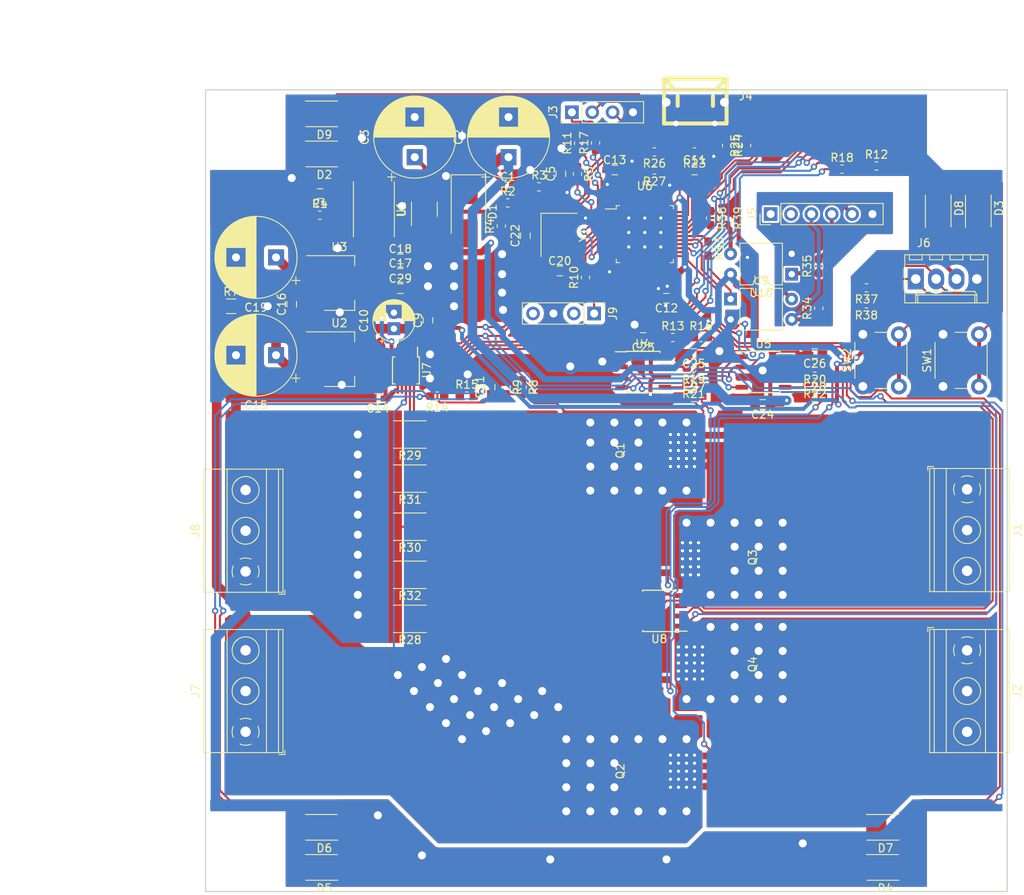
<source format=kicad_pcb>
(kicad_pcb (version 20171130) (host pcbnew "(5.0.1)")
  (layers (0 F.Cu signal) (31 B.Cu signal) (34 B.Paste user) (35 F.Paste user) (36 B.SilkS user) (37 F.SilkS user) (38 B.Mask user hide) (39 F.Mask user hide) (44 Edge.Cuts user))
  (net 0 "")
  (net 1 +VSW)
  (net 2 GND)
  (net 3 "Net-(C3-Pad1)")
  (net 4 /VBOOT_MON)
  (net 5 +5V)
  (net 6 +3V3)
  (net 7 "Net-(C15-Pad1)")
  (net 8 "Net-(C20-Pad2)")
  (net 9 /VIN_MON)
  (net 10 "Net-(C22-Pad1)")
  (net 11 "Net-(D1-Pad2)")
  (net 12 "Net-(D2-Pad2)")
  (net 13 "Net-(D3-Pad2)")
  (net 14 "Net-(D4-Pad2)")
  (net 15 "Net-(D5-Pad2)")
  (net 16 "Net-(D6-Pad2)")
  (net 17 "Net-(D7-Pad2)")
  (net 18 "Net-(D8-Pad2)")
  (net 19 "Net-(D9-Pad2)")
  (net 20 /UART_TX)
  (net 21 /UART_RX)
  (net 22 "Net-(J4-Pad4)")
  (net 23 "Net-(J4-Pad1)")
  (net 24 "Net-(J4-Pad2)")
  (net 25 "Net-(J4-Pad3)")
  (net 26 "Net-(J5-Pad1)")
  (net 27 "Net-(J5-Pad2)")
  (net 28 "Net-(J5-Pad3)")
  (net 29 "Net-(J5-Pad4)")
  (net 30 /ISO_5V)
  (net 31 /ISO_GND)
  (net 32 /SCL_LCD)
  (net 33 /SDA_LCD)
  (net 34 "Net-(R2-Pad1)")
  (net 35 "Net-(R10-Pad1)")
  (net 36 /LED0)
  (net 37 /LED1)
  (net 38 /LED2)
  (net 39 /LED3)
  (net 40 /LED4)
  (net 41 /LED5)
  (net 42 /LED6)
  (net 43 /LED7)
  (net 44 /USB_DP)
  (net 45 /USB_DM)
  (net 46 /SDA_INA)
  (net 47 /SCL_INA)
  (net 48 "Net-(R33-Pad2)")
  (net 49 "Net-(R35-Pad1)")
  (net 50 "Net-(R36-Pad1)")
  (net 51 /SW0)
  (net 52 /SW1)
  (net 53 "Net-(U6-Pad4)")
  (net 54 "Net-(U6-Pad12)")
  (net 55 "Net-(U6-Pad25)")
  (net 56 "Net-(U6-Pad34)")
  (net 57 "Net-(U6-Pad37)")
  (net 58 "Net-(U6-Pad38)")
  (net 59 "Net-(U6-Pad39)")
  (net 60 "Net-(U6-Pad40)")
  (net 61 "Net-(U6-Pad41)")
  (net 62 "Net-(U6-Pad45)")
  (net 63 "Net-(U6-Pad46)")
  (net 64 "Net-(U7-Pad3)")
  (net 65 "Net-(U8-Pad3)")
  (net 66 /DRV1F)
  (net 67 /DRV2F)
  (net 68 /DRV3F)
  (net 69 /DRV4F)
  (net 70 /OUT_A)
  (net 71 /OUT_B)
  (net 72 /VIN)
  (net 73 /GND_MEAS)
  (net 74 /DRV1)
  (net 75 /DRV2)
  (net 76 /DRV3)
  (net 77 /DRV4)
  (net 78 /CTRL_B)
  (net 79 /CTRL_A)
  (net 80 /SWCLK)
  (net 81 /SWDIO)
  (net 82 "Net-(U6-Pad18)")
  (net 83 "Net-(U6-Pad20)")
  (module "footprints:Toshiba SOP Advance" (layer F.Cu) (at 130 100 90)
    (fp_text reference Q1 (at 0 -8.255 90) (layer F.SilkS))
    (fp_text value TPHR6503PL)
    (pad 1 smd rect (at 0 -0.55 90) (size 4.7 3.75) (layers F.Cu F.Paste F.Mask) (net 72 /VIN))
    (pad 3 smd rect (at -1.905 3.5 90) (size 0.85 2.95) (layers F.Cu F.Paste F.Mask) (net 70 /OUT_A))
    (pad 3 smd rect (at -0.635 3.5 90) (size 0.85 2.95) (layers F.Cu F.Paste F.Mask) (net 70 /OUT_A))
    (pad 3 smd rect (at 0.635 3.5 90) (size 0.85 2.95) (layers F.Cu F.Paste F.Mask) (net 70 /OUT_A))
    (pad 2 smd rect (at 1.905 3.5 90) (size 0.85 2.95) (layers F.Cu F.Paste F.Mask) (net 66 /DRV1F))
    (pad 1 smd rect (at 1.905 -3.475 90) (size 0.85 3) (layers F.Cu F.Paste F.Mask) (net 72 /VIN))
    (pad 1 smd rect (at 0.635 -3.475 90) (size 0.85 3) (layers F.Cu F.Paste F.Mask) (net 72 /VIN))
    (pad 1 smd rect (at -0.635 -3.475 90) (size 0.85 3) (layers F.Cu F.Paste F.Mask) (net 72 /VIN))
    (pad 1 smd rect (at -1.905 -3.475 90) (size 0.85 3) (layers F.Cu F.Paste F.Mask) (net 72 /VIN))
  )
  (module "footprints:Toshiba SOP Advance" (layer F.Cu) (at 130 140 90)
    (fp_text reference Q2 (at 0 -8.255 90) (layer F.SilkS))
    (fp_text value TPHR6503PL)
    (pad 1 smd rect (at 0 -0.55 90) (size 4.7 3.75) (layers F.Cu F.Paste F.Mask) (net 72 /VIN))
    (pad 3 smd rect (at -1.905 3.5 90) (size 0.85 2.95) (layers F.Cu F.Paste F.Mask) (net 71 /OUT_B))
    (pad 3 smd rect (at -0.635 3.5 90) (size 0.85 2.95) (layers F.Cu F.Paste F.Mask) (net 71 /OUT_B))
    (pad 3 smd rect (at 0.635 3.5 90) (size 0.85 2.95) (layers F.Cu F.Paste F.Mask) (net 71 /OUT_B))
    (pad 2 smd rect (at 1.905 3.5 90) (size 0.85 2.95) (layers F.Cu F.Paste F.Mask) (net 67 /DRV2F))
    (pad 1 smd rect (at 1.905 -3.475 90) (size 0.85 3) (layers F.Cu F.Paste F.Mask) (net 72 /VIN))
    (pad 1 smd rect (at 0.635 -3.475 90) (size 0.85 3) (layers F.Cu F.Paste F.Mask) (net 72 /VIN))
    (pad 1 smd rect (at -0.635 -3.475 90) (size 0.85 3) (layers F.Cu F.Paste F.Mask) (net 72 /VIN))
    (pad 1 smd rect (at -1.905 -3.475 90) (size 0.85 3) (layers F.Cu F.Paste F.Mask) (net 72 /VIN))
  )
  (module "footprints:Toshiba SOP Advance" (layer F.Cu) (at 130 113.3333 270)
    (fp_text reference Q3 (at 0 -8.255 270) (layer F.SilkS))
    (fp_text value TPHR6503PL)
    (pad 1 smd rect (at 0 -0.55 270) (size 4.7 3.75) (layers F.Cu F.Paste F.Mask) (net 70 /OUT_A))
    (pad 3 smd rect (at -1.905 3.5 270) (size 0.85 2.95) (layers F.Cu F.Paste F.Mask) (net 73 /GND_MEAS))
    (pad 3 smd rect (at -0.635 3.5 270) (size 0.85 2.95) (layers F.Cu F.Paste F.Mask) (net 73 /GND_MEAS))
    (pad 3 smd rect (at 0.635 3.5 270) (size 0.85 2.95) (layers F.Cu F.Paste F.Mask) (net 73 /GND_MEAS))
    (pad 2 smd rect (at 1.905 3.5 270) (size 0.85 2.95) (layers F.Cu F.Paste F.Mask) (net 68 /DRV3F))
    (pad 1 smd rect (at 1.905 -3.475 270) (size 0.85 3) (layers F.Cu F.Paste F.Mask) (net 70 /OUT_A))
    (pad 1 smd rect (at 0.635 -3.475 270) (size 0.85 3) (layers F.Cu F.Paste F.Mask) (net 70 /OUT_A))
    (pad 1 smd rect (at -0.635 -3.475 270) (size 0.85 3) (layers F.Cu F.Paste F.Mask) (net 70 /OUT_A))
    (pad 1 smd rect (at -1.905 -3.475 270) (size 0.85 3) (layers F.Cu F.Paste F.Mask) (net 70 /OUT_A))
  )
  (module "footprints:Toshiba SOP Advance" (layer F.Cu) (at 130 126.6667 270)
    (fp_text reference Q4 (at 0 -8.255 270) (layer F.SilkS))
    (fp_text value TPHR6503PL)
    (pad 1 smd rect (at 0 -0.55 270) (size 4.7 3.75) (layers F.Cu F.Paste F.Mask) (net 71 /OUT_B))
    (pad 3 smd rect (at -1.905 3.5 270) (size 0.85 2.95) (layers F.Cu F.Paste F.Mask) (net 73 /GND_MEAS))
    (pad 3 smd rect (at -0.635 3.5 270) (size 0.85 2.95) (layers F.Cu F.Paste F.Mask) (net 73 /GND_MEAS))
    (pad 3 smd rect (at 0.635 3.5 270) (size 0.85 2.95) (layers F.Cu F.Paste F.Mask) (net 73 /GND_MEAS))
    (pad 2 smd rect (at 1.905 3.5 270) (size 0.85 2.95) (layers F.Cu F.Paste F.Mask) (net 69 /DRV4F))
    (pad 1 smd rect (at 1.905 -3.475 270) (size 0.85 3) (layers F.Cu F.Paste F.Mask) (net 71 /OUT_B))
    (pad 1 smd rect (at 0.635 -3.475 270) (size 0.85 3) (layers F.Cu F.Paste F.Mask) (net 71 /OUT_B))
    (pad 1 smd rect (at -0.635 -3.475 270) (size 0.85 3) (layers F.Cu F.Paste F.Mask) (net 71 /OUT_B))
    (pad 1 smd rect (at -1.905 -3.475 270) (size 0.85 3) (layers F.Cu F.Paste F.Mask) (net 71 /OUT_B))
  )
  (module Capacitors_SMD:C_0603_HandSoldering (layer F.Cu) (at 107.7 67.1)
    (fp_text reference C1 (at 0 -1.25) (layer F.SilkS))
    (fp_text value 10u)
    (pad 1 smd rect (at -0.95 0) (size 1.2 0.75) (layers F.Cu F.Paste F.Mask) (net 1 +VSW))
    (pad 2 smd rect (at 0.95 0) (size 1.2 0.75) (layers F.Cu F.Paste F.Mask) (net 2 GND))
  )
  (module Capacitors_SMD:C_0603_HandSoldering (layer F.Cu) (at 84.3 67.95 180)
    (fp_text reference C4 (at 0 -1.25 180) (layer F.SilkS))
    (fp_text value 10u)
    (pad 1 smd rect (at -0.95 0 180) (size 1.2 0.75) (layers F.Cu F.Paste F.Mask) (net 3 "Net-(C3-Pad1)"))
    (pad 2 smd rect (at 0.95 0 180) (size 1.2 0.75) (layers F.Cu F.Paste F.Mask) (net 2 GND))
  )
  (module Capacitors_SMD:C_0603_HandSoldering (layer F.Cu) (at 114.325001 65.474999 90)
    (fp_text reference C5 (at 0 -1.25 90) (layer F.SilkS))
    (fp_text value 100n)
    (pad 1 smd rect (at -0.95 0 90) (size 1.2 0.75) (layers F.Cu F.Paste F.Mask) (net 4 /VBOOT_MON))
    (pad 2 smd rect (at 0.95 0 90) (size 1.2 0.75) (layers F.Cu F.Paste F.Mask) (net 2 GND))
  )
  (module Capacitors_SMD:C_0603_HandSoldering (layer F.Cu) (at 97.75 83.75 90)
    (fp_text reference C9 (at 0 -1.25 90) (layer F.SilkS))
    (fp_text value 10u)
    (pad 1 smd rect (at -0.95 0 90) (size 1.2 0.75) (layers F.Cu F.Paste F.Mask) (net 5 +5V))
    (pad 2 smd rect (at 0.95 0 90) (size 1.2 0.75) (layers F.Cu F.Paste F.Mask) (net 2 GND))
  )
  (module Capacitor_THT:CP_Radial_D5.0mm_P2.00mm (layer F.Cu) (at 93.5 84.8 90)
    (fp_text reference C10 (at 1 -3.75 90) (layer F.SilkS))
    (fp_text value 22u)
    (pad 1 thru_hole rect (at 0 0 90) (size 1.6 1.6) (drill 0.8) (layers *.Cu *.Mask) (net 5 +5V))
    (pad 2 thru_hole circle (at 2 0 90) (size 1.6 1.6) (drill 0.8) (layers *.Cu *.Mask) (net 2 GND))
  )
  (module Capacitors_SMD:C_0603_HandSoldering (layer F.Cu) (at 131 65)
    (fp_text reference C11 (at 0 -1.25) (layer F.SilkS))
    (fp_text value 100n)
    (pad 2 smd rect (at 0.95 0) (size 1.2 0.75) (layers F.Cu F.Paste F.Mask) (net 2 GND))
    (pad 1 smd rect (at -0.95 0) (size 1.2 0.75) (layers F.Cu F.Paste F.Mask) (net 6 +3V3))
  )
  (module Capacitors_SMD:C_0603_HandSoldering (layer F.Cu) (at 127.5 81 180)
    (fp_text reference C12 (at 0 -1.25 180) (layer F.SilkS))
    (fp_text value 100n)
    (pad 1 smd rect (at -0.95 0 180) (size 1.2 0.75) (layers F.Cu F.Paste F.Mask) (net 6 +3V3))
    (pad 2 smd rect (at 0.95 0 180) (size 1.2 0.75) (layers F.Cu F.Paste F.Mask) (net 2 GND))
  )
  (module Capacitors_SMD:C_0603_HandSoldering (layer F.Cu) (at 121.05 65)
    (fp_text reference C13 (at 0 -1.25) (layer F.SilkS))
    (fp_text value 100n)
    (pad 2 smd rect (at 0.95 0) (size 1.2 0.75) (layers F.Cu F.Paste F.Mask) (net 2 GND))
    (pad 1 smd rect (at -0.95 0) (size 1.2 0.75) (layers F.Cu F.Paste F.Mask) (net 6 +3V3))
  )
  (module Capacitors_SMD:C_0603_HandSoldering (layer F.Cu) (at 91.5 93.5 180)
    (fp_text reference C14 (at 0 -1.25 180) (layer F.SilkS))
    (fp_text value 100n)
    (pad 1 smd rect (at -0.95 0 180) (size 1.2 0.75) (layers F.Cu F.Paste F.Mask) (net 6 +3V3))
    (pad 2 smd rect (at 0.95 0 180) (size 1.2 0.75) (layers F.Cu F.Paste F.Mask) (net 2 GND))
  )
  (module Capacitors_SMD:C_0603_HandSoldering (layer F.Cu) (at 80.75 81.75 90)
    (fp_text reference C16 (at 0 -1.25 90) (layer F.SilkS))
    (fp_text value 1u)
    (pad 1 smd rect (at -0.95 0 90) (size 1.2 0.75) (layers F.Cu F.Paste F.Mask) (net 7 "Net-(C15-Pad1)"))
    (pad 2 smd rect (at 0.95 0 90) (size 1.2 0.75) (layers F.Cu F.Paste F.Mask) (net 2 GND))
  )
  (module Capacitors_SMD:C_0603_HandSoldering (layer F.Cu) (at 94.3 77.9)
    (fp_text reference C17 (at 0 -1.25) (layer F.SilkS))
    (fp_text value 1u)
    (pad 2 smd rect (at 0.95 0) (size 1.2 0.75) (layers F.Cu F.Paste F.Mask) (net 2 GND))
    (pad 1 smd rect (at -0.95 0) (size 1.2 0.75) (layers F.Cu F.Paste F.Mask) (net 6 +3V3))
  )
  (module Capacitors_SMD:C_0603_HandSoldering (layer F.Cu) (at 94.3 76.1)
    (fp_text reference C18 (at 0 -1.25) (layer F.SilkS))
    (fp_text value 10u)
    (pad 2 smd rect (at 0.95 0) (size 1.2 0.75) (layers F.Cu F.Paste F.Mask) (net 2 GND))
    (pad 1 smd rect (at -0.95 0) (size 1.2 0.75) (layers F.Cu F.Paste F.Mask) (net 6 +3V3))
  )
  (module Capacitors_SMD:C_0603_HandSoldering (layer F.Cu) (at 114.2 77.6)
    (fp_text reference C20 (at 0 -1.25) (layer F.SilkS))
    (fp_text value 12p)
    (pad 2 smd rect (at 0.95 0) (size 1.2 0.75) (layers F.Cu F.Paste F.Mask) (net 8 "Net-(C20-Pad2)"))
    (pad 1 smd rect (at -0.95 0) (size 1.2 0.75) (layers F.Cu F.Paste F.Mask) (net 2 GND))
  )
  (module Capacitors_SMD:C_0603_HandSoldering (layer F.Cu) (at 105.5 92.1 90)
    (fp_text reference C21 (at 0 -1.25 90) (layer F.SilkS))
    (fp_text value 100n)
    (pad 2 smd rect (at 0.95 0 90) (size 1.2 0.75) (layers F.Cu F.Paste F.Mask) (net 2 GND))
    (pad 1 smd rect (at -0.95 0 90) (size 1.2 0.75) (layers F.Cu F.Paste F.Mask) (net 9 /VIN_MON))
  )
  (module Capacitors_SMD:C_0603_HandSoldering (layer F.Cu) (at 109.9 73.2 90)
    (fp_text reference C22 (at 0 -1.25 90) (layer F.SilkS))
    (fp_text value 12p)
    (pad 1 smd rect (at -0.95 0 90) (size 1.2 0.75) (layers F.Cu F.Paste F.Mask) (net 10 "Net-(C22-Pad1)"))
    (pad 2 smd rect (at 0.95 0 90) (size 1.2 0.75) (layers F.Cu F.Paste F.Mask) (net 2 GND))
  )
  (module Capacitors_SMD:C_0603_HandSoldering (layer F.Cu) (at 124.6 85.9 180)
    (fp_text reference C23 (at 0 -1.25 180) (layer F.SilkS))
    (fp_text value 100n)
    (pad 2 smd rect (at 0.95 0 180) (size 1.2 0.75) (layers F.Cu F.Paste F.Mask) (net 2 GND))
    (pad 1 smd rect (at -0.95 0 180) (size 1.2 0.75) (layers F.Cu F.Paste F.Mask) (net 1 +VSW))
  )
  (module Capacitors_SMD:C_0603_HandSoldering (layer F.Cu) (at 139.5 94.25 180)
    (fp_text reference C24 (at 0 -1.25 180) (layer F.SilkS))
    (fp_text value 100n)
    (pad 1 smd rect (at -0.95 0 180) (size 1.2 0.75) (layers F.Cu F.Paste F.Mask) (net 1 +VSW))
    (pad 2 smd rect (at 0.95 0 180) (size 1.2 0.75) (layers F.Cu F.Paste F.Mask) (net 2 GND))
  )
  (module Capacitors_SMD:C_0603_HandSoldering (layer F.Cu) (at 130.9 87.9 180)
    (fp_text reference C25 (at 0 -1.25 180) (layer F.SilkS))
    (fp_text value 0)
    (pad 2 smd rect (at 0.95 0 180) (size 1.2 0.75) (layers F.Cu F.Paste F.Mask) (net 2 GND))
    (pad 1 smd rect (at -0.95 0 180) (size 1.2 0.75) (layers F.Cu F.Paste F.Mask) (net 66 /DRV1F))
  )
  (module Capacitors_SMD:C_0603_HandSoldering (layer F.Cu) (at 146 87.9 180)
    (fp_text reference C26 (at 0 -1.25 180) (layer F.SilkS))
    (fp_text value 0)
    (pad 2 smd rect (at 0.95 0 180) (size 1.2 0.75) (layers F.Cu F.Paste F.Mask) (net 2 GND))
    (pad 1 smd rect (at -0.95 0 180) (size 1.2 0.75) (layers F.Cu F.Paste F.Mask) (net 67 /DRV2F))
  )
  (module Capacitors_SMD:C_0603_HandSoldering (layer F.Cu) (at 130.95 93.3)
    (fp_text reference C27 (at 0 -1.25) (layer F.SilkS))
    (fp_text value 0)
    (pad 1 smd rect (at -0.95 0) (size 1.2 0.75) (layers F.Cu F.Paste F.Mask) (net 2 GND))
    (pad 2 smd rect (at 0.95 0) (size 1.2 0.75) (layers F.Cu F.Paste F.Mask) (net 68 /DRV3F))
  )
  (module Capacitors_SMD:C_0603_HandSoldering (layer F.Cu) (at 146 93.3)
    (fp_text reference C28 (at 0 -1.25) (layer F.SilkS))
    (fp_text value 0)
    (pad 2 smd rect (at 0.95 0) (size 1.2 0.75) (layers F.Cu F.Paste F.Mask) (net 69 /DRV4F))
    (pad 1 smd rect (at -0.95 0) (size 1.2 0.75) (layers F.Cu F.Paste F.Mask) (net 2 GND))
  )
  (module Capacitors_SMD:C_0603_HandSoldering (layer F.Cu) (at 94.3 79.8)
    (fp_text reference C29 (at 0 -1.25) (layer F.SilkS))
    (fp_text value 100n)
    (pad 2 smd rect (at 0.95 0) (size 1.2 0.75) (layers F.Cu F.Paste F.Mask) (net 2 GND))
    (pad 1 smd rect (at -0.95 0) (size 1.2 0.75) (layers F.Cu F.Paste F.Mask) (net 6 +3V3))
  )
  (module Diode_SMD:D_SMB_Handsoldering (layer F.Cu) (at 102.8 70.2 270)
    (fp_text reference D1 (at 0 -3 270) (layer F.SilkS))
    (fp_text value "2A schottky")
    (pad 1 smd rect (at -2.7 0 270) (size 3.5 2.3) (layers F.Cu F.Paste F.Mask) (net 1 +VSW))
    (pad 2 smd rect (at 2.7 0 270) (size 3.5 2.3) (layers F.Cu F.Paste F.Mask) (net 11 "Net-(D1-Pad2)"))
  )
  (module LED_SMD:LED_PLCC_2835_Handsoldering (layer F.Cu) (at 85 63)
    (fp_text reference D2 (at -0.18 2.6) (layer F.SilkS))
    (fp_text value cyan)
    (pad 2 smd rect (at 1.33 0 180) (size 1.5 2.1) (layers F.Cu F.Paste F.Mask) (net 12 "Net-(D2-Pad2)"))
    (pad 1 smd rect (at -1.33 0 180) (size 2.5 2.1) (layers F.Cu F.Paste F.Mask) (net 2 GND))
  )
  (module LED_SMD:LED_PLCC_2835_Handsoldering (layer F.Cu) (at 166.4 69.6 90)
    (fp_text reference D3 (at -0.18 2.6 90) (layer F.SilkS))
    (fp_text value cyan)
    (pad 1 smd rect (at -1.33 0 270) (size 2.5 2.1) (layers F.Cu F.Paste F.Mask) (net 2 GND))
    (pad 2 smd rect (at 1.33 0 270) (size 1.5 2.1) (layers F.Cu F.Paste F.Mask) (net 13 "Net-(D3-Pad2)"))
  )
  (module LED_SMD:LED_PLCC_2835_Handsoldering (layer F.Cu) (at 155 152)
    (fp_text reference D4 (at -0.18 2.6) (layer F.SilkS))
    (fp_text value cyan)
    (pad 1 smd rect (at -1.33 0 180) (size 2.5 2.1) (layers F.Cu F.Paste F.Mask) (net 2 GND))
    (pad 2 smd rect (at 1.33 0 180) (size 1.5 2.1) (layers F.Cu F.Paste F.Mask) (net 14 "Net-(D4-Pad2)"))
  )
  (module LED_SMD:LED_PLCC_2835_Handsoldering (layer F.Cu) (at 85 152)
    (fp_text reference D5 (at -0.18 2.6) (layer F.SilkS))
    (fp_text value cyan)
    (pad 2 smd rect (at 1.33 0 180) (size 1.5 2.1) (layers F.Cu F.Paste F.Mask) (net 15 "Net-(D5-Pad2)"))
    (pad 1 smd rect (at -1.33 0 180) (size 2.5 2.1) (layers F.Cu F.Paste F.Mask) (net 2 GND))
  )
  (module LED_SMD:LED_PLCC_2835_Handsoldering (layer F.Cu) (at 85 147)
    (fp_text reference D6 (at -0.18 2.6) (layer F.SilkS))
    (fp_text value pink)
    (pad 2 smd rect (at 1.33 0 180) (size 1.5 2.1) (layers F.Cu F.Paste F.Mask) (net 16 "Net-(D6-Pad2)"))
    (pad 1 smd rect (at -1.33 0 180) (size 2.5 2.1) (layers F.Cu F.Paste F.Mask) (net 2 GND))
  )
  (module LED_SMD:LED_PLCC_2835_Handsoldering (layer F.Cu) (at 155 147)
    (fp_text reference D7 (at -0.18 2.6) (layer F.SilkS))
    (fp_text value pink)
    (pad 1 smd rect (at -1.33 0 180) (size 2.5 2.1) (layers F.Cu F.Paste F.Mask) (net 2 GND))
    (pad 2 smd rect (at 1.33 0 180) (size 1.5 2.1) (layers F.Cu F.Paste F.Mask) (net 17 "Net-(D7-Pad2)"))
  )
  (module LED_SMD:LED_PLCC_2835_Handsoldering (layer F.Cu) (at 161.4 69.6 90)
    (fp_text reference D8 (at -0.18 2.6 90) (layer F.SilkS))
    (fp_text value pink)
    (pad 2 smd rect (at 1.33 0 270) (size 1.5 2.1) (layers F.Cu F.Paste F.Mask) (net 18 "Net-(D8-Pad2)"))
    (pad 1 smd rect (at -1.33 0 270) (size 2.5 2.1) (layers F.Cu F.Paste F.Mask) (net 2 GND))
  )
  (module LED_SMD:LED_PLCC_2835_Handsoldering (layer F.Cu) (at 85 58)
    (fp_text reference D9 (at -0.18 2.6) (layer F.SilkS))
    (fp_text value pink)
    (pad 1 smd rect (at -1.33 0 180) (size 2.5 2.1) (layers F.Cu F.Paste F.Mask) (net 2 GND))
    (pad 2 smd rect (at 1.33 0 180) (size 1.5 2.1) (layers F.Cu F.Paste F.Mask) (net 19 "Net-(D9-Pad2)"))
  )
  (module TerminalBlock_Phoenix:TerminalBlock_Phoenix_MKDS-1,5-3-5.08_1x03_P5.08mm_Horizontal (layer F.Cu) (at 165 104.84 270)
    (fp_text reference J1 (at 5.08 -6.26 270) (layer F.SilkS))
    (fp_text value OUT_A)
    (pad 1 thru_hole rect (at 0 0 270) (size 2.6 2.6) (drill 1.3) (layers *.Cu *.Mask) (net 70 /OUT_A))
    (pad 2 thru_hole circle (at 5.08 0 270) (size 2.6 2.6) (drill 1.3) (layers *.Cu *.Mask) (net 70 /OUT_A))
    (pad 3 thru_hole circle (at 10.16 0 270) (size 2.6 2.6) (drill 1.3) (layers *.Cu *.Mask) (net 70 /OUT_A))
  )
  (module TerminalBlock_Phoenix:TerminalBlock_Phoenix_MKDS-1,5-3-5.08_1x03_P5.08mm_Horizontal (layer F.Cu) (at 165 124.92 270)
    (fp_text reference J2 (at 5.08 -6.26 270) (layer F.SilkS))
    (fp_text value OUT_B)
    (pad 3 thru_hole circle (at 10.16 0 270) (size 2.6 2.6) (drill 1.3) (layers *.Cu *.Mask) (net 71 /OUT_B))
    (pad 2 thru_hole circle (at 5.08 0 270) (size 2.6 2.6) (drill 1.3) (layers *.Cu *.Mask) (net 71 /OUT_B))
    (pad 1 thru_hole rect (at 0 0 270) (size 2.6 2.6) (drill 1.3) (layers *.Cu *.Mask) (net 71 /OUT_B))
  )
  (module footprints:microusb_ali_dovetail (layer F.Cu) (at 131.1 59.2)
    (fp_text reference J4 (at 6.3 -3.4) (layer F.SilkS))
    (fp_text value USB_B_Micro hide)
    (pad 5 smd rect (at -1.3 0) (size 0.4 1.35) (layers F.Cu F.Paste F.Mask) (net 2 GND))
    (pad 4 smd rect (at -0.65 0) (size 0.4 1.35) (layers F.Cu F.Paste F.Mask) (net 22 "Net-(J4-Pad4)"))
    (pad 1 smd rect (at 1.3 0) (size 0.4 1.35) (layers F.Cu F.Paste F.Mask) (net 23 "Net-(J4-Pad1)"))
    (pad 2 smd rect (at 0.65 0) (size 0.4 1.35) (layers F.Cu F.Paste F.Mask) (net 24 "Net-(J4-Pad2)"))
    (pad 3 smd rect (at 0 0) (size 0.4 1.35) (layers F.Cu F.Paste F.Mask) (net 25 "Net-(J4-Pad3)"))
    (pad 6 thru_hole oval (at 3.625 -2.65) (size 1.5 2) (drill 1.1) (layers *.Cu *.Mask) (net 2 GND))
    (pad 6 thru_hole oval (at 2.425 0) (size 1 1.5) (drill 0.7) (layers *.Cu *.Mask) (net 2 GND))
    (pad 6 thru_hole oval (at -2.425 0) (size 1 1.5) (drill 0.7) (layers *.Cu *.Mask) (net 2 GND))
    (pad 6 thru_hole oval (at -3.625 -2.65) (size 1.5 2) (drill 1.1) (layers *.Cu *.Mask) (net 2 GND))
  )
  (module Connectors_Molex:Molex_KK-6410-04_04x2.54mm_Straight (layer F.Cu) (at 158.6 78.6)
    (fp_text reference J6 (at 1 -4.5) (layer F.SilkS))
    (fp_text value "1602 I2C LCD")
    (pad 1 thru_hole rect (at 0 0) (size 2 2.6) (drill 1.2) (layers *.Cu *.Mask) (net 32 /SCL_LCD))
    (pad 2 thru_hole oval (at 2.54 0) (size 2 2.6) (drill 1.2) (layers *.Cu *.Mask) (net 33 /SDA_LCD))
    (pad 3 thru_hole oval (at 5.08 0) (size 2 2.6) (drill 1.2) (layers *.Cu *.Mask) (net 5 +5V))
    (pad 4 thru_hole oval (at 7.62 0) (size 2 2.6) (drill 1.2) (layers *.Cu *.Mask) (net 2 GND))
  )
  (module TerminalBlock_Phoenix:TerminalBlock_Phoenix_MKDS-1,5-3-5.08_1x03_P5.08mm_Horizontal (layer F.Cu) (at 75 135.08 90)
    (fp_text reference J7 (at 5.08 -6.26 90) (layer F.SilkS))
    (fp_text value IN_VCC)
    (pad 3 thru_hole circle (at 10.16 0 90) (size 2.6 2.6) (drill 1.3) (layers *.Cu *.Mask) (net 72 /VIN))
    (pad 2 thru_hole circle (at 5.08 0 90) (size 2.6 2.6) (drill 1.3) (layers *.Cu *.Mask) (net 72 /VIN))
    (pad 1 thru_hole rect (at 0 0 90) (size 2.6 2.6) (drill 1.3) (layers *.Cu *.Mask) (net 72 /VIN))
  )
  (module TerminalBlock_Phoenix:TerminalBlock_Phoenix_MKDS-1,5-3-5.08_1x03_P5.08mm_Horizontal (layer F.Cu) (at 75 115.08 90)
    (fp_text reference J8 (at 5.08 -6.26 90) (layer F.SilkS))
    (fp_text value IN_GND)
    (pad 1 thru_hole rect (at 0 0 90) (size 2.6 2.6) (drill 1.3) (layers *.Cu *.Mask) (net 2 GND))
    (pad 2 thru_hole circle (at 5.08 0 90) (size 2.6 2.6) (drill 1.3) (layers *.Cu *.Mask) (net 2 GND))
    (pad 3 thru_hole circle (at 10.16 0 90) (size 2.6 2.6) (drill 1.3) (layers *.Cu *.Mask) (net 2 GND))
  )
  (module Inductor_SMD:L_Taiyo-Yuden_NR-50xx_HandSoldering (layer F.Cu) (at 91 69.9 270)
    (fp_text reference L1 (at 0 -3.45 270) (layer F.SilkS))
    (fp_text value 10u)
    (pad 1 smd rect (at -2.25 0 270) (size 2.4 4.2) (layers F.Cu F.Paste F.Mask) (net 3 "Net-(C3-Pad1)"))
    (pad 2 smd rect (at 2.25 0 270) (size 2.4 4.2) (layers F.Cu F.Paste F.Mask) (net 11 "Net-(D1-Pad2)"))
  )
  (module Resistor_SMD:R_0603_1608Metric_Pad1.05x0.95mm_HandSolder (layer F.Cu) (at 84.25 70.65)
    (fp_text reference R1 (at 0 -1.43) (layer F.SilkS))
    (fp_text value "10R .5W")
    (pad 2 smd roundrect (at 0.875 0) (size 1.05 0.95) (layers F.Cu F.Paste F.Mask) (net 3 "Net-(C3-Pad1)"))
    (pad 1 smd roundrect (at -0.875 0) (size 1.05 0.95) (layers F.Cu F.Paste F.Mask) (net 72 /VIN))
  )
  (module Resistor_SMD:R_0603_1608Metric_Pad1.05x0.95mm_HandSolder (layer F.Cu) (at 107.7 69.1)
    (fp_text reference R2 (at 0 -1.43) (layer F.SilkS))
    (fp_text value 100k)
    (pad 2 smd roundrect (at 0.875 0) (size 1.05 0.95) (layers F.Cu F.Paste F.Mask) (net 1 +VSW))
    (pad 1 smd roundrect (at -0.875 0) (size 1.05 0.95) (layers F.Cu F.Paste F.Mask) (net 34 "Net-(R2-Pad1)"))
  )
  (module Resistor_SMD:R_0603_1608Metric_Pad1.05x0.95mm_HandSolder (layer F.Cu) (at 111.6 67.1)
    (fp_text reference R3 (at 0 -1.43) (layer F.SilkS))
    (fp_text value 47k)
    (pad 1 smd roundrect (at -0.875 0) (size 1.05 0.95) (layers F.Cu F.Paste F.Mask) (net 1 +VSW))
    (pad 2 smd roundrect (at 0.875 0) (size 1.05 0.95) (layers F.Cu F.Paste F.Mask) (net 4 /VBOOT_MON))
  )
  (module Resistor_SMD:R_0603_1608Metric_Pad1.05x0.95mm_HandSolder (layer F.Cu) (at 106.9 72 90)
    (fp_text reference R4 (at 0 -1.43 90) (layer F.SilkS))
    (fp_text value 3k3)
    (pad 2 smd roundrect (at 0.875 0 90) (size 1.05 0.95) (layers F.Cu F.Paste F.Mask) (net 34 "Net-(R2-Pad1)"))
    (pad 1 smd roundrect (at -0.875 0 90) (size 1.05 0.95) (layers F.Cu F.Paste F.Mask) (net 2 GND))
  )
  (module Resistor_SMD:R_0603_1608Metric_Pad1.05x0.95mm_HandSolder (layer F.Cu) (at 116.4 65.5 270)
    (fp_text reference R5 (at 0 -1.43 270) (layer F.SilkS))
    (fp_text value 10k)
    (pad 1 smd roundrect (at -0.875 0 270) (size 1.05 0.95) (layers F.Cu F.Paste F.Mask) (net 2 GND))
    (pad 2 smd roundrect (at 0.875 0 270) (size 1.05 0.95) (layers F.Cu F.Paste F.Mask) (net 4 /VBOOT_MON))
  )
  (module Resistor_SMD:R_1206_3216Metric_Pad1.42x1.75mm_HandSolder (layer F.Cu) (at 73.2 82)
    (fp_text reference R7 (at 0 -1.82) (layer F.SilkS))
    (fp_text value "10R .5W")
    (pad 1 smd roundrect (at -1.4875 0) (size 1.425 1.75) (layers F.Cu F.Paste F.Mask) (roundrect_rratio 0.175439) (net 72 /VIN))
    (pad 2 smd roundrect (at 1.4875 0) (size 1.425 1.75) (layers F.Cu F.Paste F.Mask) (roundrect_rratio 0.175439) (net 7 "Net-(C15-Pad1)"))
  )
  (module Resistor_SMD:R_0603_1608Metric_Pad1.05x0.95mm_HandSolder (layer F.Cu) (at 109.5 92.1 270)
    (fp_text reference R8 (at 0 -1.43 270) (layer F.SilkS))
    (fp_text value 47k)
    (pad 2 smd roundrect (at 0.875 0 270) (size 1.05 0.95) (layers F.Cu F.Paste F.Mask) (net 9 /VIN_MON))
    (pad 1 smd roundrect (at -0.875 0 270) (size 1.05 0.95) (layers F.Cu F.Paste F.Mask) (net 72 /VIN))
  )
  (module Resistor_SMD:R_0603_1608Metric_Pad1.05x0.95mm_HandSolder (layer F.Cu) (at 107.5 92.1 270)
    (fp_text reference R9 (at 0 -1.43 270) (layer F.SilkS))
    (fp_text value 10k)
    (pad 1 smd roundrect (at -0.875 0 270) (size 1.05 0.95) (layers F.Cu F.Paste F.Mask) (net 2 GND))
    (pad 2 smd roundrect (at 0.875 0 270) (size 1.05 0.95) (layers F.Cu F.Paste F.Mask) (net 9 /VIN_MON))
  )
  (module Resistor_SMD:R_0603_1608Metric_Pad1.05x0.95mm_HandSolder (layer F.Cu) (at 117.4 78.4 90)
    (fp_text reference R10 (at 0 -1.43 90) (layer F.SilkS))
    (fp_text value 10k)
    (pad 2 smd roundrect (at 0.875 0 90) (size 1.05 0.95) (layers F.Cu F.Paste F.Mask) (net 6 +3V3))
    (pad 1 smd roundrect (at -0.875 0 90) (size 1.05 0.95) (layers F.Cu F.Paste F.Mask) (net 35 "Net-(R10-Pad1)"))
  )
  (module Resistor_SMD:R_0603_1608Metric_Pad1.05x0.95mm_HandSolder (layer F.Cu) (at 116.55 61.65 90)
    (fp_text reference R11 (at 0 -1.43 90) (layer F.SilkS))
    (fp_text value 150)
    (pad 1 smd roundrect (at -0.875 0 90) (size 1.05 0.95) (layers F.Cu F.Paste F.Mask) (net 36 /LED0))
    (pad 2 smd roundrect (at 0.875 0 90) (size 1.05 0.95) (layers F.Cu F.Paste F.Mask) (net 12 "Net-(D2-Pad2)"))
  )
  (module Resistor_SMD:R_0603_1608Metric_Pad1.05x0.95mm_HandSolder (layer F.Cu) (at 153.7 64.5)
    (fp_text reference R12 (at 0 -1.43) (layer F.SilkS))
    (fp_text value 150)
    (pad 2 smd roundrect (at 0.875 0) (size 1.05 0.95) (layers F.Cu F.Paste F.Mask) (net 13 "Net-(D3-Pad2)"))
    (pad 1 smd roundrect (at -0.875 0) (size 1.05 0.95) (layers F.Cu F.Paste F.Mask) (net 37 /LED1))
  )
  (module Resistor_SMD:R_0603_1608Metric_Pad1.05x0.95mm_HandSolder (layer F.Cu) (at 128.3 85.9)
    (fp_text reference R13 (at 0 -1.43) (layer F.SilkS))
    (fp_text value 150)
    (pad 1 smd roundrect (at -0.875 0) (size 1.05 0.95) (layers F.Cu F.Paste F.Mask) (net 38 /LED2))
    (pad 2 smd roundrect (at 0.875 0) (size 1.05 0.95) (layers F.Cu F.Paste F.Mask) (net 17 "Net-(D7-Pad2)"))
  )
  (module Resistor_SMD:R_0603_1608Metric_Pad1.05x0.95mm_HandSolder (layer F.Cu) (at 98.9 93.2 180)
    (fp_text reference R14 (at 0 -1.43 180) (layer F.SilkS))
    (fp_text value 150)
    (pad 2 smd roundrect (at 0.875 0 180) (size 1.05 0.95) (layers F.Cu F.Paste F.Mask) (net 15 "Net-(D5-Pad2)"))
    (pad 1 smd roundrect (at -0.875 0 180) (size 1.05 0.95) (layers F.Cu F.Paste F.Mask) (net 39 /LED3))
  )
  (module Resistor_SMD:R_0603_1608Metric_Pad1.05x0.95mm_HandSolder (layer F.Cu) (at 102.6 93.2)
    (fp_text reference R15 (at 0 -1.43) (layer F.SilkS))
    (fp_text value 150)
    (pad 1 smd roundrect (at -0.875 0) (size 1.05 0.95) (layers F.Cu F.Paste F.Mask) (net 40 /LED4))
    (pad 2 smd roundrect (at 0.875 0) (size 1.05 0.95) (layers F.Cu F.Paste F.Mask) (net 16 "Net-(D6-Pad2)"))
  )
  (module Resistor_SMD:R_0603_1608Metric_Pad1.05x0.95mm_HandSolder (layer F.Cu) (at 131.8 85.9)
    (fp_text reference R16 (at 0 -1.43) (layer F.SilkS))
    (fp_text value 150)
    (pad 2 smd roundrect (at 0.875 0) (size 1.05 0.95) (layers F.Cu F.Paste F.Mask) (net 14 "Net-(D4-Pad2)"))
    (pad 1 smd roundrect (at -0.875 0) (size 1.05 0.95) (layers F.Cu F.Paste F.Mask) (net 41 /LED5))
  )
  (module Resistor_SMD:R_0603_1608Metric_Pad1.05x0.95mm_HandSolder (layer F.Cu) (at 118.655001 61.624999 90)
    (fp_text reference R17 (at 0 -1.43 90) (layer F.SilkS))
    (fp_text value 150)
    (pad 1 smd roundrect (at -0.875 0 90) (size 1.05 0.95) (layers F.Cu F.Paste F.Mask) (net 42 /LED6))
    (pad 2 smd roundrect (at 0.875 0 90) (size 1.05 0.95) (layers F.Cu F.Paste F.Mask) (net 19 "Net-(D9-Pad2)"))
  )
  (module Resistor_SMD:R_0603_1608Metric_Pad1.05x0.95mm_HandSolder (layer F.Cu) (at 149.4 64.9)
    (fp_text reference R18 (at 0 -1.43) (layer F.SilkS))
    (fp_text value 150)
    (pad 2 smd roundrect (at 0.875 0) (size 1.05 0.95) (layers F.Cu F.Paste F.Mask) (net 18 "Net-(D8-Pad2)"))
    (pad 1 smd roundrect (at -0.875 0) (size 1.05 0.95) (layers F.Cu F.Paste F.Mask) (net 43 /LED7))
  )
  (module Resistor_SMD:R_0603_1608Metric_Pad1.05x0.95mm_HandSolder (layer F.Cu) (at 130.9 89.7 180)
    (fp_text reference R19 (at 0 -1.43 180) (layer F.SilkS))
    (fp_text value 0R)
    (pad 1 smd roundrect (at -0.875 0 180) (size 1.05 0.95) (layers F.Cu F.Paste F.Mask) (net 66 /DRV1F))
    (pad 2 smd roundrect (at 0.875 0 180) (size 1.05 0.95) (layers F.Cu F.Paste F.Mask) (net 74 /DRV1))
  )
  (module Resistor_SMD:R_0603_1608Metric_Pad1.05x0.95mm_HandSolder (layer F.Cu) (at 146 89.7 180)
    (fp_text reference R20 (at 0 -1.43 180) (layer F.SilkS))
    (fp_text value 0R)
    (pad 2 smd roundrect (at 0.875 0 180) (size 1.05 0.95) (layers F.Cu F.Paste F.Mask) (net 75 /DRV2))
    (pad 1 smd roundrect (at -0.875 0 180) (size 1.05 0.95) (layers F.Cu F.Paste F.Mask) (net 67 /DRV2F))
  )
  (module Resistor_SMD:R_0603_1608Metric_Pad1.05x0.95mm_HandSolder (layer F.Cu) (at 130.9 91.5 180)
    (fp_text reference R21 (at 0 -1.43 180) (layer F.SilkS))
    (fp_text value 0R)
    (pad 1 smd roundrect (at -0.875 0 180) (size 1.05 0.95) (layers F.Cu F.Paste F.Mask) (net 68 /DRV3F))
    (pad 2 smd roundrect (at 0.875 0 180) (size 1.05 0.95) (layers F.Cu F.Paste F.Mask) (net 76 /DRV3))
  )
  (module Resistor_SMD:R_0603_1608Metric_Pad1.05x0.95mm_HandSolder (layer F.Cu) (at 146 91.5 180)
    (fp_text reference R22 (at 0 -1.43 180) (layer F.SilkS))
    (fp_text value 0R)
    (pad 2 smd roundrect (at 0.875 0 180) (size 1.05 0.95) (layers F.Cu F.Paste F.Mask) (net 77 /DRV4))
    (pad 1 smd roundrect (at -0.875 0 180) (size 1.05 0.95) (layers F.Cu F.Paste F.Mask) (net 69 /DRV4F))
  )
  (module Resistor_SMD:R_0603_1608Metric_Pad1.05x0.95mm_HandSolder (layer F.Cu) (at 131 62.75 180)
    (fp_text reference R23 (at 0 -1.43 180) (layer F.SilkS))
    (fp_text value 1k5)
    (pad 1 smd roundrect (at -0.875 0 180) (size 1.05 0.95) (layers F.Cu F.Paste F.Mask) (net 25 "Net-(J4-Pad3)"))
    (pad 2 smd roundrect (at 0.875 0 180) (size 1.05 0.95) (layers F.Cu F.Paste F.Mask) (net 6 +3V3))
  )
  (module Resistor_SMD:R_0603_1608Metric_Pad1.05x0.95mm_HandSolder (layer F.Cu) (at 135 61.95 270)
    (fp_text reference R24 (at 0 -1.43 270) (layer F.SilkS))
    (fp_text value 22)
    (pad 2 smd roundrect (at 0.875 0 270) (size 1.05 0.95) (layers F.Cu F.Paste F.Mask) (net 44 /USB_DP))
    (pad 1 smd roundrect (at -0.875 0 270) (size 1.05 0.95) (layers F.Cu F.Paste F.Mask) (net 25 "Net-(J4-Pad3)"))
  )
  (module Resistor_SMD:R_0603_1608Metric_Pad1.05x0.95mm_HandSolder (layer F.Cu) (at 137.5 61.95 90)
    (fp_text reference R25 (at 0 -1.43 90) (layer F.SilkS))
    (fp_text value 22)
    (pad 1 smd roundrect (at -0.875 0 90) (size 1.05 0.95) (layers F.Cu F.Paste F.Mask) (net 45 /USB_DM))
    (pad 2 smd roundrect (at 0.875 0 90) (size 1.05 0.95) (layers F.Cu F.Paste F.Mask) (net 24 "Net-(J4-Pad2)"))
  )
  (module Resistor_SMD:R_0603_1608Metric_Pad1.05x0.95mm_HandSolder (layer F.Cu) (at 126 62.75 180)
    (fp_text reference R26 (at 0 -1.43 180) (layer F.SilkS))
    (fp_text value 1k5)
    (pad 1 smd roundrect (at -0.875 0 180) (size 1.05 0.95) (layers F.Cu F.Paste F.Mask) (net 6 +3V3))
    (pad 2 smd roundrect (at 0.875 0 180) (size 1.05 0.95) (layers F.Cu F.Paste F.Mask) (net 46 /SDA_INA))
  )
  (module Resistor_SMD:R_0603_1608Metric_Pad1.05x0.95mm_HandSolder (layer F.Cu) (at 126 65 180)
    (fp_text reference R27 (at 0 -1.43 180) (layer F.SilkS))
    (fp_text value 1k5)
    (pad 2 smd roundrect (at 0.875 0 180) (size 1.05 0.95) (layers F.Cu F.Paste F.Mask) (net 47 /SCL_INA))
    (pad 1 smd roundrect (at -0.875 0 180) (size 1.05 0.95) (layers F.Cu F.Paste F.Mask) (net 6 +3V3))
  )
  (module Resistor_SMD:R_2512_6332Metric_Pad1.52x3.35mm_HandSolder (layer F.Cu) (at 95.5 121 180)
    (fp_text reference R28 (at 0 -2.62 180) (layer F.SilkS))
    (fp_text value "5mR 1W 2512")
    (pad 2 smd roundrect (at 2.9875 0 180) (size 1.525 3.35) (layers F.Cu F.Paste F.Mask) (roundrect_rratio 0.163934) (net 2 GND))
    (pad 1 smd roundrect (at -2.9875 0 180) (size 1.525 3.35) (layers F.Cu F.Paste F.Mask) (roundrect_rratio 0.163934) (net 73 /GND_MEAS))
  )
  (module Resistor_SMD:R_2512_6332Metric_Pad1.52x3.35mm_HandSolder (layer F.Cu) (at 95.5 98 180)
    (fp_text reference R29 (at 0 -2.62 180) (layer F.SilkS))
    (fp_text value "5mR 1W")
    (pad 1 smd roundrect (at -2.9875 0 180) (size 1.525 3.35) (layers F.Cu F.Paste F.Mask) (roundrect_rratio 0.163934) (net 73 /GND_MEAS))
    (pad 2 smd roundrect (at 2.9875 0 180) (size 1.525 3.35) (layers F.Cu F.Paste F.Mask) (roundrect_rratio 0.163934) (net 2 GND))
  )
  (module Resistor_SMD:R_2512_6332Metric_Pad1.52x3.35mm_HandSolder (layer F.Cu) (at 95.5 109.5 180)
    (fp_text reference R30 (at 0 -2.62 180) (layer F.SilkS))
    (fp_text value "5mR 1W")
    (pad 1 smd roundrect (at -2.9875 0 180) (size 1.525 3.35) (layers F.Cu F.Paste F.Mask) (roundrect_rratio 0.163934) (net 73 /GND_MEAS))
    (pad 2 smd roundrect (at 2.9875 0 180) (size 1.525 3.35) (layers F.Cu F.Paste F.Mask) (roundrect_rratio 0.163934) (net 2 GND))
  )
  (module Resistor_SMD:R_2512_6332Metric_Pad1.52x3.35mm_HandSolder (layer F.Cu) (at 95.5 103.5 180)
    (fp_text reference R31 (at 0 -2.62 180) (layer F.SilkS))
    (fp_text value "5mR 1W")
    (pad 2 smd roundrect (at 2.9875 0 180) (size 1.525 3.35) (layers F.Cu F.Paste F.Mask) (roundrect_rratio 0.163934) (net 2 GND))
    (pad 1 smd roundrect (at -2.9875 0 180) (size 1.525 3.35) (layers F.Cu F.Paste F.Mask) (roundrect_rratio 0.163934) (net 73 /GND_MEAS))
  )
  (module Resistor_SMD:R_2512_6332Metric_Pad1.52x3.35mm_HandSolder (layer F.Cu) (at 95.5 115.5 180)
    (fp_text reference R32 (at 0 -2.62 180) (layer F.SilkS))
    (fp_text value "5mR 1W")
    (pad 1 smd roundrect (at -2.9875 0 180) (size 1.525 3.35) (layers F.Cu F.Paste F.Mask) (roundrect_rratio 0.163934) (net 73 /GND_MEAS))
    (pad 2 smd roundrect (at 2.9875 0 180) (size 1.525 3.35) (layers F.Cu F.Paste F.Mask) (roundrect_rratio 0.163934) (net 2 GND))
  )
  (module Resistor_SMD:R_0603_1608Metric_Pad1.05x0.95mm_HandSolder (layer F.Cu) (at 132.7 74.8 270)
    (fp_text reference R33 (at 0 -1.43 270) (layer F.SilkS))
    (fp_text value 390)
    (pad 1 smd roundrect (at -0.875 0 270) (size 1.05 0.95) (layers F.Cu F.Paste F.Mask) (net 20 /UART_TX))
    (pad 2 smd roundrect (at 0.875 0 270) (size 1.05 0.95) (layers F.Cu F.Paste F.Mask) (net 48 "Net-(R33-Pad2)"))
  )
  (module Resistor_SMD:R_0603_1608Metric_Pad1.05x0.95mm_HandSolder (layer F.Cu) (at 146.5 82.25 90)
    (fp_text reference R34 (at 0 -1.43 90) (layer F.SilkS))
    (fp_text value 720)
    (pad 1 smd roundrect (at -0.875 0 90) (size 1.05 0.95) (layers F.Cu F.Paste F.Mask) (net 28 "Net-(J5-Pad3)"))
    (pad 2 smd roundrect (at 0.875 0 90) (size 1.05 0.95) (layers F.Cu F.Paste F.Mask) (net 31 /ISO_GND))
  )
  (module Resistor_SMD:R_0603_1608Metric_Pad1.05x0.95mm_HandSolder (layer F.Cu) (at 146.5 77 90)
    (fp_text reference R35 (at 0 -1.43 90) (layer F.SilkS))
    (fp_text value 390)
    (pad 2 smd roundrect (at 0.875 0 90) (size 1.05 0.95) (layers F.Cu F.Paste F.Mask) (net 29 "Net-(J5-Pad4)"))
    (pad 1 smd roundrect (at -0.875 0 90) (size 1.05 0.95) (layers F.Cu F.Paste F.Mask) (net 49 "Net-(R35-Pad1)"))
  )
  (module Resistor_SMD:R_0603_1608Metric_Pad1.05x0.95mm_HandSolder (layer F.Cu) (at 133 71 270)
    (fp_text reference R36 (at 0 -1.43 270) (layer F.SilkS))
    (fp_text value 10k)
    (pad 1 smd roundrect (at -0.875 0 270) (size 1.05 0.95) (layers F.Cu F.Paste F.Mask) (net 50 "Net-(R36-Pad1)"))
    (pad 2 smd roundrect (at 0.875 0 270) (size 1.05 0.95) (layers F.Cu F.Paste F.Mask) (net 21 /UART_RX))
  )
  (module Resistor_SMD:R_0603_1608Metric_Pad1.05x0.95mm_HandSolder (layer F.Cu) (at 152.45 79.7 180)
    (fp_text reference R37 (at 0 -1.43 180) (layer F.SilkS))
    (fp_text value 1k5)
    (pad 2 smd roundrect (at 0.875 0 180) (size 1.05 0.95) (layers F.Cu F.Paste F.Mask) (net 5 +5V))
    (pad 1 smd roundrect (at -0.875 0 180) (size 1.05 0.95) (layers F.Cu F.Paste F.Mask) (net 33 /SDA_LCD))
  )
  (module Resistor_SMD:R_0603_1608Metric_Pad1.05x0.95mm_HandSolder (layer F.Cu) (at 152.435001 81.7 180)
    (fp_text reference R38 (at 0 -1.43 180) (layer F.SilkS))
    (fp_text value 1k5)
    (pad 1 smd roundrect (at -0.875 0 180) (size 1.05 0.95) (layers F.Cu F.Paste F.Mask) (net 32 /SCL_LCD))
    (pad 2 smd roundrect (at 0.875 0 180) (size 1.05 0.95) (layers F.Cu F.Paste F.Mask) (net 5 +5V))
  )
  (module Resistor_SMD:R_0603_1608Metric_Pad1.05x0.95mm_HandSolder (layer F.Cu) (at 135 71 270)
    (fp_text reference R39 (at 0 -1.43 270) (layer F.SilkS))
    (fp_text value 680)
    (pad 2 smd roundrect (at 0.875 0 270) (size 1.05 0.95) (layers F.Cu F.Paste F.Mask) (net 50 "Net-(R36-Pad1)"))
    (pad 1 smd roundrect (at -0.875 0 270) (size 1.05 0.95) (layers F.Cu F.Paste F.Mask) (net 2 GND))
  )
  (module Button_Switch_THT:SW_PUSH_6mm (layer F.Cu) (at 162 92 90)
    (fp_text reference SW1 (at 3.25 -2 90) (layer F.SilkS))
    (fp_text value SW_Push)
    (pad 2 thru_hole circle (at 0 4.5 180) (size 2 2) (drill 1.1) (layers *.Cu *.Mask) (net 51 /SW0))
    (pad 1 thru_hole circle (at 0 0 180) (size 2 2) (drill 1.1) (layers *.Cu *.Mask) (net 2 GND))
    (pad 2 thru_hole circle (at 6.5 4.5 180) (size 2 2) (drill 1.1) (layers *.Cu *.Mask) (net 51 /SW0))
    (pad 1 thru_hole circle (at 6.5 0 180) (size 2 2) (drill 1.1) (layers *.Cu *.Mask) (net 2 GND))
  )
  (module Button_Switch_THT:SW_PUSH_6mm (layer F.Cu) (at 152 92 90)
    (fp_text reference SW2 (at 3.25 -2 90) (layer F.SilkS))
    (fp_text value SW_Push)
    (pad 1 thru_hole circle (at 6.5 0 180) (size 2 2) (drill 1.1) (layers *.Cu *.Mask) (net 2 GND))
    (pad 2 thru_hole circle (at 6.5 4.5 180) (size 2 2) (drill 1.1) (layers *.Cu *.Mask) (net 52 /SW1))
    (pad 1 thru_hole circle (at 0 0 180) (size 2 2) (drill 1.1) (layers *.Cu *.Mask) (net 2 GND))
    (pad 2 thru_hole circle (at 0 4.5 180) (size 2 2) (drill 1.1) (layers *.Cu *.Mask) (net 52 /SW1))
  )
  (module Package_TO_SOT_SMD:SOT-23-6_Handsoldering (layer F.Cu) (at 97.3 69.9 90)
    (fp_text reference U1 (at 0 -2.9 90) (layer F.SilkS))
    (fp_text value MT3608)
    (pad 1 smd rect (at -1.35 -0.95 90) (size 1.56 0.65) (layers F.Cu F.Paste F.Mask) (net 11 "Net-(D1-Pad2)"))
    (pad 2 smd rect (at -1.35 0 90) (size 1.56 0.65) (layers F.Cu F.Paste F.Mask) (net 2 GND))
    (pad 3 smd rect (at -1.35 0.95 90) (size 1.56 0.65) (layers F.Cu F.Paste F.Mask) (net 34 "Net-(R2-Pad1)"))
    (pad 4 smd rect (at 1.35 0.95 90) (size 1.56 0.65) (layers F.Cu F.Paste F.Mask) (net 3 "Net-(C3-Pad1)"))
    (pad 6 smd rect (at 1.35 -0.95 90) (size 1.56 0.65) (layers F.Cu F.Paste F.Mask))
    (pad 5 smd rect (at 1.35 0 90) (size 1.56 0.65) (layers F.Cu F.Paste F.Mask) (net 3 "Net-(C3-Pad1)"))
  )
  (module Package_TO_SOT_SMD:SOT-223-3_TabPin2 (layer F.Cu) (at 86.7 88.6)
    (fp_text reference U2 (at 0 -4.5) (layer F.SilkS))
    (fp_text value AMS1117-5.0)
    (pad 1 smd rect (at -3.15 -2.3) (size 2 1.5) (layers F.Cu F.Paste F.Mask) (net 2 GND))
    (pad 3 smd rect (at -3.15 2.3) (size 2 1.5) (layers F.Cu F.Paste F.Mask) (net 7 "Net-(C15-Pad1)"))
    (pad 2 smd rect (at -3.15 0) (size 2 1.5) (layers F.Cu F.Paste F.Mask) (net 5 +5V))
    (pad 2 smd rect (at 3.15 0) (size 2 3.8) (layers F.Cu F.Paste F.Mask) (net 5 +5V))
  )
  (module Package_TO_SOT_SMD:SOT-223-3_TabPin2 (layer F.Cu) (at 86.7 79.1)
    (fp_text reference U3 (at 0 -4.5) (layer F.SilkS))
    (fp_text value AMS1117-3.3)
    (pad 2 smd rect (at 3.15 0) (size 2 3.8) (layers F.Cu F.Paste F.Mask) (net 6 +3V3))
    (pad 2 smd rect (at -3.15 0) (size 2 1.5) (layers F.Cu F.Paste F.Mask) (net 6 +3V3))
    (pad 3 smd rect (at -3.15 2.3) (size 2 1.5) (layers F.Cu F.Paste F.Mask) (net 7 "Net-(C15-Pad1)"))
    (pad 1 smd rect (at -3.15 -2.3) (size 2 1.5) (layers F.Cu F.Paste F.Mask) (net 2 GND))
  )
  (module Package_QFP:LQFP-48_7x7mm_P0.5mm (layer F.Cu) (at 124.8 73)
    (fp_text reference U6 (at 0 -6) (layer F.SilkS))
    (fp_text value STM32F103C8Tx)
    (pad 1 smd rect (at -4.35 -2.75) (size 1.3 0.25) (layers F.Cu F.Paste F.Mask) (net 6 +3V3))
    (pad 2 smd rect (at -4.35 -2.25) (size 1.3 0.25) (layers F.Cu F.Paste F.Mask) (net 42 /LED6))
    (pad 3 smd rect (at -4.35 -1.75) (size 1.3 0.25) (layers F.Cu F.Paste F.Mask) (net 36 /LED0))
    (pad 4 smd rect (at -4.35 -1.25) (size 1.3 0.25) (layers F.Cu F.Paste F.Mask) (net 53 "Net-(U6-Pad4)"))
    (pad 5 smd rect (at -4.35 -0.75) (size 1.3 0.25) (layers F.Cu F.Paste F.Mask) (net 8 "Net-(C20-Pad2)"))
    (pad 6 smd rect (at -4.35 -0.25) (size 1.3 0.25) (layers F.Cu F.Paste F.Mask) (net 10 "Net-(C22-Pad1)"))
    (pad 7 smd rect (at -4.35 0.25) (size 1.3 0.25) (layers F.Cu F.Paste F.Mask) (net 35 "Net-(R10-Pad1)"))
    (pad 8 smd rect (at -4.35 0.75) (size 1.3 0.25) (layers F.Cu F.Paste F.Mask) (net 2 GND))
    (pad 9 smd rect (at -4.35 1.25) (size 1.3 0.25) (layers F.Cu F.Paste F.Mask) (net 6 +3V3))
    (pad 10 smd rect (at -4.35 1.75) (size 1.3 0.25) (layers F.Cu F.Paste F.Mask) (net 4 /VBOOT_MON))
    (pad 11 smd rect (at -4.35 2.25) (size 1.3 0.25) (layers F.Cu F.Paste F.Mask) (net 9 /VIN_MON))
    (pad 12 smd rect (at -4.35 2.75) (size 1.3 0.25) (layers F.Cu F.Paste F.Mask) (net 54 "Net-(U6-Pad12)"))
    (pad 13 smd rect (at -2.75 4.35 90) (size 1.3 0.25) (layers F.Cu F.Paste F.Mask) (net 39 /LED3))
    (pad 14 smd rect (at -2.25 4.35 90) (size 1.3 0.25) (layers F.Cu F.Paste F.Mask) (net 40 /LED4))
    (pad 15 smd rect (at -1.75 4.35 90) (size 1.3 0.25) (layers F.Cu F.Paste F.Mask) (net 38 /LED2))
    (pad 16 smd rect (at -1.25 4.35 90) (size 1.3 0.25) (layers F.Cu F.Paste F.Mask) (net 41 /LED5))
    (pad 17 smd rect (at -0.75 4.35 90) (size 1.3 0.25) (layers F.Cu F.Paste F.Mask) (net 43 /LED7))
    (pad 18 smd rect (at -0.25 4.35 90) (size 1.3 0.25) (layers F.Cu F.Paste F.Mask) (net 82 "Net-(U6-Pad18)"))
    (pad 19 smd rect (at 0.25 4.35 90) (size 1.3 0.25) (layers F.Cu F.Paste F.Mask) (net 37 /LED1))
    (pad 20 smd rect (at 0.75 4.35 90) (size 1.3 0.25) (layers F.Cu F.Paste F.Mask) (net 83 "Net-(U6-Pad20)"))
    (pad 21 smd rect (at 1.25 4.35 90) (size 1.3 0.25) (layers F.Cu F.Paste F.Mask) (net 32 /SCL_LCD))
    (pad 22 smd rect (at 1.75 4.35 90) (size 1.3 0.25) (layers F.Cu F.Paste F.Mask) (net 33 /SDA_LCD))
    (pad 23 smd rect (at 2.25 4.35 90) (size 1.3 0.25) (layers F.Cu F.Paste F.Mask) (net 2 GND))
    (pad 24 smd rect (at 2.75 4.35 90) (size 1.3 0.25) (layers F.Cu F.Paste F.Mask) (net 6 +3V3))
    (pad 25 smd rect (at 4.35 2.75) (size 1.3 0.25) (layers F.Cu F.Paste F.Mask) (net 55 "Net-(U6-Pad25)"))
    (pad 26 smd rect (at 4.35 2.25) (size 1.3 0.25) (layers F.Cu F.Paste F.Mask) (net 78 /CTRL_B))
    (pad 27 smd rect (at 4.35 1.75) (size 1.3 0.25) (layers F.Cu F.Paste F.Mask) (net 51 /SW0))
    (pad 28 smd rect (at 4.35 1.25) (size 1.3 0.25) (layers F.Cu F.Paste F.Mask) (net 52 /SW1))
    (pad 29 smd rect (at 4.35 0.75) (size 1.3 0.25) (layers F.Cu F.Paste F.Mask) (net 79 /CTRL_A))
    (pad 30 smd rect (at 4.35 0.25) (size 1.3 0.25) (layers F.Cu F.Paste F.Mask) (net 20 /UART_TX))
    (pad 31 smd rect (at 4.35 -0.25) (size 1.3 0.25) (layers F.Cu F.Paste F.Mask) (net 21 /UART_RX))
    (pad 32 smd rect (at 4.35 -0.75) (size 1.3 0.25) (layers F.Cu F.Paste F.Mask) (net 45 /USB_DM))
    (pad 33 smd rect (at 4.35 -1.25) (size 1.3 0.25) (layers F.Cu F.Paste F.Mask) (net 44 /USB_DP))
    (pad 34 smd rect (at 4.35 -1.75) (size 1.3 0.25) (layers F.Cu F.Paste F.Mask) (net 56 "Net-(U6-Pad34)"))
    (pad 35 smd rect (at 4.35 -2.25) (size 1.3 0.25) (layers F.Cu F.Paste F.Mask) (net 2 GND))
    (pad 36 smd rect (at 4.35 -2.75) (size 1.3 0.25) (layers F.Cu F.Paste F.Mask) (net 6 +3V3))
    (pad 37 smd rect (at 2.75 -4.35 90) (size 1.3 0.25) (layers F.Cu F.Paste F.Mask) (net 57 "Net-(U6-Pad37)"))
    (pad 38 smd rect (at 2.25 -4.35 90) (size 1.3 0.25) (layers F.Cu F.Paste F.Mask) (net 58 "Net-(U6-Pad38)"))
    (pad 39 smd rect (at 1.75 -4.35 90) (size 1.3 0.25) (layers F.Cu F.Paste F.Mask) (net 59 "Net-(U6-Pad39)"))
    (pad 40 smd rect (at 1.25 -4.35 90) (size 1.3 0.25) (layers F.Cu F.Paste F.Mask) (net 60 "Net-(U6-Pad40)"))
    (pad 41 smd rect (at 0.75 -4.35 90) (size 1.3 0.25) (layers F.Cu F.Paste F.Mask) (net 61 "Net-(U6-Pad41)"))
    (pad 42 smd rect (at 0.25 -4.35 90) (size 1.3 0.25) (layers F.Cu F.Paste F.Mask) (net 47 /SCL_INA))
    (pad 43 smd rect (at -0.25 -4.35 90) (size 1.3 0.25) (layers F.Cu F.Paste F.Mask) (net 46 /SDA_INA))
    (pad 44 smd rect (at -0.75 -4.35 90) (size 1.3 0.25) (layers F.Cu F.Paste F.Mask) (net 2 GND))
    (pad 45 smd rect (at -1.25 -4.35 90) (size 1.3 0.25) (layers F.Cu F.Paste F.Mask) (net 62 "Net-(U6-Pad45)"))
    (pad 46 smd rect (at -1.75 -4.35 90) (size 1.3 0.25) (layers F.Cu F.Paste F.Mask) (net 63 "Net-(U6-Pad46)"))
    (pad 47 smd rect (at -2.25 -4.35 90) (size 1.3 0.25) (layers F.Cu F.Paste F.Mask) (net 2 GND))
    (pad 48 smd rect (at -2.75 -4.35 90) (size 1.3 0.25) (layers F.Cu F.Paste F.Mask) (net 6 +3V3))
  )
  (module Package_SO:MSOP-10_3x3mm_P0.5mm (layer F.Cu) (at 95 90 270)
    (fp_text reference U7 (at 0 -2.6 270) (layer F.SilkS))
    (fp_text value INA226)
    (pad 1 smd rect (at -2.2 -1 270) (size 1.4 0.3) (layers F.Cu F.Paste F.Mask) (net 2 GND))
    (pad 2 smd rect (at -2.2 -0.5 270) (size 1.4 0.3) (layers F.Cu F.Paste F.Mask) (net 2 GND))
    (pad 3 smd rect (at -2.2 0 270) (size 1.4 0.3) (layers F.Cu F.Paste F.Mask) (net 64 "Net-(U7-Pad3)"))
    (pad 4 smd rect (at -2.2 0.5 270) (size 1.4 0.3) (layers F.Cu F.Paste F.Mask) (net 46 /SDA_INA))
    (pad 5 smd rect (at -2.2 1 270) (size 1.4 0.3) (layers F.Cu F.Paste F.Mask) (net 47 /SCL_INA))
    (pad 6 smd rect (at 2.2 1 270) (size 1.4 0.3) (layers F.Cu F.Paste F.Mask) (net 6 +3V3))
    (pad 7 smd rect (at 2.2 0.5 270) (size 1.4 0.3) (layers F.Cu F.Paste F.Mask) (net 2 GND))
    (pad 8 smd rect (at 2.2 0 270) (size 1.4 0.3) (layers F.Cu F.Paste F.Mask) (net 72 /VIN))
    (pad 9 smd rect (at 2.2 -0.5 270) (size 1.4 0.3) (layers F.Cu F.Paste F.Mask) (net 2 GND))
    (pad 10 smd rect (at 2.2 -1 270) (size 1.4 0.3) (layers F.Cu F.Paste F.Mask) (net 73 /GND_MEAS))
  )
  (module Package_SO:SOIC-8_3.9x4.9mm_P1.27mm (layer F.Cu) (at 126.6 119.99995 180)
    (fp_text reference U8 (at 0 -3.5 180) (layer F.SilkS))
    (fp_text value MCP9804_MSOP)
    (pad 1 smd rect (at -2.7 -1.905 180) (size 1.55 0.6) (layers F.Cu F.Paste F.Mask) (net 46 /SDA_INA))
    (pad 2 smd rect (at -2.7 -0.635 180) (size 1.55 0.6) (layers F.Cu F.Paste F.Mask) (net 47 /SCL_INA))
    (pad 3 smd rect (at -2.7 0.635 180) (size 1.55 0.6) (layers F.Cu F.Paste F.Mask) (net 65 "Net-(U8-Pad3)"))
    (pad 4 smd rect (at -2.7 1.905 180) (size 1.55 0.6) (layers F.Cu F.Paste F.Mask) (net 73 /GND_MEAS))
    (pad 5 smd rect (at 2.7 1.905 180) (size 1.55 0.6) (layers F.Cu F.Paste F.Mask) (net 73 /GND_MEAS))
    (pad 6 smd rect (at 2.7 0.635 180) (size 1.55 0.6) (layers F.Cu F.Paste F.Mask) (net 73 /GND_MEAS))
    (pad 7 smd rect (at 2.7 -0.635 180) (size 1.55 0.6) (layers F.Cu F.Paste F.Mask) (net 73 /GND_MEAS))
    (pad 8 smd rect (at 2.7 -1.905 180) (size 1.55 0.6) (layers F.Cu F.Paste F.Mask) (net 6 +3V3))
  )
  (module Package_DIP:DIP-4_W7.62mm (layer F.Cu) (at 135.5 81.1)
    (fp_text reference U9 (at 3.81 -2.33) (layer F.SilkS))
    (fp_text value PC817)
    (pad 4 thru_hole oval (at 7.62 0) (size 1.6 1.6) (drill 0.8) (layers *.Cu *.Mask) (net 30 /ISO_5V))
    (pad 2 thru_hole oval (at 0 2.54) (size 1.6 1.6) (drill 0.8) (layers *.Cu *.Mask) (net 2 GND))
    (pad 3 thru_hole oval (at 7.62 2.54) (size 1.6 1.6) (drill 0.8) (layers *.Cu *.Mask) (net 28 "Net-(J5-Pad3)"))
    (pad 1 thru_hole rect (at 0 0) (size 1.6 1.6) (drill 0.8) (layers *.Cu *.Mask) (net 48 "Net-(R33-Pad2)"))
  )
  (module Package_DIP:DIP-4_W7.62mm (layer F.Cu) (at 143.12 78 180)
    (fp_text reference U10 (at 3.81 -2.33 180) (layer F.SilkS))
    (fp_text value PC817)
    (pad 1 thru_hole rect (at 0 0 180) (size 1.6 1.6) (drill 0.8) (layers *.Cu *.Mask) (net 49 "Net-(R35-Pad1)"))
    (pad 3 thru_hole oval (at 7.62 2.54 180) (size 1.6 1.6) (drill 0.8) (layers *.Cu *.Mask) (net 50 "Net-(R36-Pad1)"))
    (pad 2 thru_hole oval (at 0 2.54 180) (size 1.6 1.6) (drill 0.8) (layers *.Cu *.Mask) (net 31 /ISO_GND))
    (pad 4 thru_hole oval (at 7.62 0 180) (size 1.6 1.6) (drill 0.8) (layers *.Cu *.Mask) (net 6 +3V3))
  )
  (module Crystal:Crystal_SMD_3225-4Pin_3.2x2.5mm_HandSoldering (layer F.Cu) (at 114.1 73.1 270)
    (fp_text reference Y1 (at 0 -3.05 270) (layer F.SilkS))
    (fp_text value 8MHz)
    (pad 1 smd rect (at -1.45 1.15 270) (size 2.1 1.8) (layers F.Cu F.Paste F.Mask) (net 10 "Net-(C22-Pad1)"))
    (pad 2 smd rect (at 1.45 1.15 270) (size 2.1 1.8) (layers F.Cu F.Paste F.Mask) (net 2 GND))
    (pad 3 smd rect (at 1.45 -1.15 270) (size 2.1 1.8) (layers F.Cu F.Paste F.Mask) (net 8 "Net-(C20-Pad2)"))
    (pad 4 smd rect (at -1.45 -1.15 270) (size 2.1 1.8) (layers F.Cu F.Paste F.Mask) (net 2 GND))
  )
  (module Pin_Headers:Pin_Header_Straight_1x06_Pitch2.54mm (layer F.Cu) (at 140.5 70.5 90)
    (fp_text reference J5 (at 0 -2.33 90) (layer F.SilkS))
    (fp_text value "CH340E module")
    (pad 1 thru_hole rect (at 0 0 90) (size 1.7 1.7) (drill 1) (layers *.Cu *.Mask) (net 26 "Net-(J5-Pad1)"))
    (pad 2 thru_hole oval (at 0 2.54 90) (size 1.7 1.7) (drill 1) (layers *.Cu *.Mask) (net 27 "Net-(J5-Pad2)"))
    (pad 3 thru_hole oval (at 0 5.08 90) (size 1.7 1.7) (drill 1) (layers *.Cu *.Mask) (net 28 "Net-(J5-Pad3)"))
    (pad 4 thru_hole oval (at 0 7.62 90) (size 1.7 1.7) (drill 1) (layers *.Cu *.Mask) (net 29 "Net-(J5-Pad4)"))
    (pad 5 thru_hole oval (at 0 10.16 90) (size 1.7 1.7) (drill 1) (layers *.Cu *.Mask) (net 30 /ISO_5V))
    (pad 6 thru_hole oval (at 0 12.7 90) (size 1.7 1.7) (drill 1) (layers *.Cu *.Mask) (net 31 /ISO_GND))
  )
  (module Pin_Headers:Pin_Header_Straight_1x04_Pitch2.54mm (layer F.Cu) (at 115.7 57.8 90)
    (fp_text reference J3 (at 0 -2.33 90) (layer F.SilkS))
    (fp_text value UART_DEBUG)
    (pad 1 thru_hole rect (at 0 0 90) (size 1.7 1.7) (drill 1) (layers *.Cu *.Mask) (net 6 +3V3))
    (pad 2 thru_hole oval (at 0 2.54 90) (size 1.7 1.7) (drill 1) (layers *.Cu *.Mask) (net 20 /UART_TX))
    (pad 3 thru_hole oval (at 0 5.08 90) (size 1.7 1.7) (drill 1) (layers *.Cu *.Mask) (net 21 /UART_RX))
    (pad 4 thru_hole oval (at 0 7.62 90) (size 1.7 1.7) (drill 1) (layers *.Cu *.Mask) (net 2 GND))
  )
  (module MountingHole:MountingHole_3.2mm_M3 (layer F.Cu) (at 75 60)
    (fp_text reference H1 hide)
    (fp_text value MountingHole)
    (pad 1 np_thru_hole circle (at 0 0) (size 3.2 3.2) (drill 3.2) (layers *.Cu *.Mask))
  )
  (module MountingHole:MountingHole_3.2mm_M3 (layer F.Cu) (at 165 60)
    (fp_text reference H2 hide)
    (fp_text value MountingHole)
    (pad 1 np_thru_hole circle (at 0 0) (size 3.2 3.2) (drill 3.2) (layers *.Cu *.Mask))
  )
  (module MountingHole:MountingHole_3.2mm_M3 (layer F.Cu) (at 75 150)
    (fp_text reference H3 hide)
    (fp_text value MountingHole)
    (pad 1 np_thru_hole circle (at 0 0) (size 3.2 3.2) (drill 3.2) (layers *.Cu *.Mask))
  )
  (module MountingHole:MountingHole_3.2mm_M3 (layer F.Cu) (at 165 150)
    (fp_text reference H4 hide)
    (fp_text value MountingHole)
    (pad 1 np_thru_hole circle (at 0 0) (size 3.2 3.2) (drill 3.2) (layers *.Cu *.Mask))
  )
  (module Package_SO:SOIC-8_3.9x4.9mm_P1.27mm (layer F.Cu) (at 124.6 90.2)
    (fp_text reference U4 (at 0 -3.5) (layer F.SilkS))
    (fp_text value TC4427)
    (pad 8 smd rect (at 2.7 -1.905) (size 1.55 0.6) (layers F.Cu F.Paste F.Mask))
    (pad 7 smd rect (at 2.7 -0.635) (size 1.55 0.6) (layers F.Cu F.Paste F.Mask) (net 74 /DRV1))
    (pad 6 smd rect (at 2.7 0.635) (size 1.55 0.6) (layers F.Cu F.Paste F.Mask) (net 1 +VSW))
    (pad 5 smd rect (at 2.7 1.905) (size 1.55 0.6) (layers F.Cu F.Paste F.Mask) (net 76 /DRV3))
    (pad 4 smd rect (at -2.7 1.905) (size 1.55 0.6) (layers F.Cu F.Paste F.Mask) (net 78 /CTRL_B))
    (pad 3 smd rect (at -2.7 0.635) (size 1.55 0.6) (layers F.Cu F.Paste F.Mask) (net 2 GND))
    (pad 2 smd rect (at -2.7 -0.635) (size 1.55 0.6) (layers F.Cu F.Paste F.Mask) (net 79 /CTRL_A))
    (pad 1 smd rect (at -2.7 -1.905) (size 1.55 0.6) (layers F.Cu F.Paste F.Mask))
  )
  (module Package_SO:SOIC-8_3.9x4.9mm_P1.27mm (layer F.Cu) (at 139.6 90.2)
    (fp_text reference U5 (at 0 -3.5) (layer F.SilkS))
    (fp_text value TC4427)
    (pad 1 smd rect (at -2.7 -1.905) (size 1.55 0.6) (layers F.Cu F.Paste F.Mask))
    (pad 2 smd rect (at -2.7 -0.635) (size 1.55 0.6) (layers F.Cu F.Paste F.Mask) (net 78 /CTRL_B))
    (pad 3 smd rect (at -2.7 0.635) (size 1.55 0.6) (layers F.Cu F.Paste F.Mask) (net 2 GND))
    (pad 4 smd rect (at -2.7 1.905) (size 1.55 0.6) (layers F.Cu F.Paste F.Mask) (net 79 /CTRL_A))
    (pad 5 smd rect (at 2.7 1.905) (size 1.55 0.6) (layers F.Cu F.Paste F.Mask) (net 77 /DRV4))
    (pad 6 smd rect (at 2.7 0.635) (size 1.55 0.6) (layers F.Cu F.Paste F.Mask) (net 1 +VSW))
    (pad 7 smd rect (at 2.7 -0.635) (size 1.55 0.6) (layers F.Cu F.Paste F.Mask) (net 75 /DRV2))
    (pad 8 smd rect (at 2.7 -1.905) (size 1.55 0.6) (layers F.Cu F.Paste F.Mask))
  )
  (module Capacitor_THT:CP_Radial_D10.0mm_P5.00mm (layer F.Cu) (at 107.8 63.4 90)
    (fp_text reference C2 (at 2.5 -6.25 90) (layer F.SilkS))
    (fp_text value 470u)
    (pad 2 thru_hole circle (at 5 0 90) (size 2 2) (drill 1) (layers *.Cu *.Mask) (net 2 GND))
    (pad 1 thru_hole rect (at 0 0 90) (size 2 2) (drill 1) (layers *.Cu *.Mask) (net 1 +VSW))
  )
  (module Capacitor_THT:CP_Radial_D10.0mm_P5.00mm (layer F.Cu) (at 96.1 63.4 90)
    (fp_text reference C3 (at 2.5 -6.25 90) (layer F.SilkS))
    (fp_text value 470u)
    (pad 1 thru_hole rect (at 0 0 90) (size 2 2) (drill 1) (layers *.Cu *.Mask) (net 3 "Net-(C3-Pad1)"))
    (pad 2 thru_hole circle (at 5 0 90) (size 2 2) (drill 1) (layers *.Cu *.Mask) (net 2 GND))
  )
  (module Capacitor_THT:CP_Radial_D10.0mm_P5.00mm (layer F.Cu) (at 78.8 88.1 180)
    (fp_text reference C15 (at 2.5 -6.25 180) (layer F.SilkS))
    (fp_text value 100u)
    (pad 2 thru_hole circle (at 5 0 180) (size 2 2) (drill 1) (layers *.Cu *.Mask) (net 2 GND))
    (pad 1 thru_hole rect (at 0 0 180) (size 2 2) (drill 1) (layers *.Cu *.Mask) (net 7 "Net-(C15-Pad1)"))
  )
  (module Capacitor_THT:CP_Radial_D10.0mm_P5.00mm (layer F.Cu) (at 78.8 75.9 180)
    (fp_text reference C19 (at 2.5 -6.25 180) (layer F.SilkS))
    (fp_text value 470u)
    (pad 1 thru_hole rect (at 0 0 180) (size 2 2) (drill 1) (layers *.Cu *.Mask) (net 6 +3V3))
    (pad 2 thru_hole circle (at 5 0 180) (size 2 2) (drill 1) (layers *.Cu *.Mask) (net 2 GND))
  )
  (module Pin_Headers:Pin_Header_Straight_1x04_Pitch2.54mm (layer F.Cu) (at 118.48 82.9 270)
    (fp_text reference J9 (at 0 -2.33 270) (layer F.SilkS))
    (fp_text value SWD)
    (pad 1 thru_hole rect (at 0 0 270) (size 1.7 1.7) (drill 1) (layers *.Cu *.Mask) (net 6 +3V3))
    (pad 2 thru_hole oval (at 0 2.54 270) (size 1.7 1.7) (drill 1) (layers *.Cu *.Mask) (net 80 /SWCLK))
    (pad 3 thru_hole oval (at 0 5.08 270) (size 1.7 1.7) (drill 1) (layers *.Cu *.Mask) (net 2 GND))
    (pad 4 thru_hole oval (at 0 7.62 270) (size 1.7 1.7) (drill 1) (layers *.Cu *.Mask) (net 81 /SWDIO))
  )
  (gr_line (start 170 55) (end 70 55) (layer Edge.Cuts) (width 0.15))
  (gr_line (start 170 155) (end 170 55) (layer Edge.Cuts) (width 0.15))
  (gr_line (start 70 155) (end 170 155) (layer Edge.Cuts) (width 0.15))
  (gr_line (start 70 55) (end 70 155) (layer Edge.Cuts) (width 0.15))
  (segment (start 107.8 63.4) (end 106.9 63.4) (width 1.2) (layer F.Cu) (net 1))
  (segment (start 106.75 66.225) (end 105.925 65.4) (width 0.5) (layer F.Cu) (net 1))
  (segment (start 106.75 67.1) (end 106.75 66.225) (width 0.5) (layer F.Cu) (net 1))
  (segment (start 105.925 65.4) (end 104.9 65.4) (width 0.5) (layer F.Cu) (net 1))
  (segment (start 106.9 63.4) (end 104.9 65.4) (width 1.2) (layer F.Cu) (net 1))
  (segment (start 104.9 65.4) (end 102.8 67.5) (width 1.2) (layer F.Cu) (net 1))
  (segment (start 108.575 68.925) (end 106.75 67.1) (width 0.5) (layer F.Cu) (net 1))
  (segment (start 108.575 69.1) (end 108.575 68.925) (width 0.5) (layer F.Cu) (net 1))
  (segment (start 140.45 93.375) (end 140.45 94.25) (width 0.5) (layer F.Cu) (net 1))
  (segment (start 140.45 91.41) (end 140.45 91.5) (width 0.5) (layer F.Cu) (net 1))
  (segment (start 141.025 90.835) (end 140.45 91.41) (width 0.5) (layer F.Cu) (net 1))
  (segment (start 142.3 90.835) (end 141.025 90.835) (width 0.5) (layer F.Cu) (net 1))
  (segment (start 140.45 93.375) (end 140.45 91.5) (width 0.5) (layer F.Cu) (net 1))
  (segment (start 126.025 90.835) (end 127.3 90.835) (width 0.5) (layer F.Cu) (net 1))
  (segment (start 125.55 90.36) (end 126.025 90.835) (width 0.5) (layer F.Cu) (net 1))
  (segment (start 125.55 85.9) (end 125.55 90.36) (width 0.5) (layer F.Cu) (net 1))
  (via (at 142.5 93.75) (size 0.8) (drill 0.4) (layers F.Cu B.Cu) (net 1))
  (segment (start 140.45 94.25) (end 142 94.25) (width 0.5) (layer F.Cu) (net 1))
  (segment (start 142 94.25) (end 142.5 93.75) (width 0.5) (layer F.Cu) (net 1))
  (segment (start 108.575 69.1) (end 110.575 67.1) (width 0.25) (layer F.Cu) (net 1))
  (segment (start 110.575 67.1) (end 110.725 67.1) (width 0.25) (layer F.Cu) (net 1))
  (segment (start 133.576002 92.2) (end 132.3 92.2) (width 1.2) (layer B.Cu) (net 1))
  (segment (start 131 93.5) (end 110.933348 93.5) (width 1.2) (layer B.Cu) (net 1))
  (segment (start 103.296533 85.863185) (end 103.296533 70.103467) (width 1.2) (layer B.Cu) (net 1))
  (segment (start 135.126002 93.75) (end 133.576002 92.2) (width 1.2) (layer B.Cu) (net 1))
  (segment (start 142.5 93.75) (end 135.126002 93.75) (width 1.2) (layer B.Cu) (net 1))
  (segment (start 110.933348 93.5) (end 103.296533 85.863185) (width 1.2) (layer B.Cu) (net 1))
  (segment (start 132.3 92.2) (end 131 93.5) (width 1.2) (layer B.Cu) (net 1))
  (segment (start 107.8 65.6) (end 107.8 63.4) (width 1.2) (layer B.Cu) (net 1))
  (segment (start 103.296533 70.103467) (end 107.8 65.6) (width 1.2) (layer B.Cu) (net 1))
  (segment (start 126.025 90.835) (end 125.5 91.36) (width 0.5) (layer F.Cu) (net 1))
  (via (at 125.5 93.000032) (size 0.8) (drill 0.4) (layers F.Cu B.Cu) (net 1))
  (segment (start 125.5 92.434347) (end 125.5 93.000032) (width 0.5) (layer F.Cu) (net 1))
  (segment (start 125.5 91.36) (end 125.5 92.434347) (width 0.5) (layer F.Cu) (net 1))
  (via (at 80.75 66) (size 2) (drill 1) (layers F.Cu B.Cu) (net 2))
  (via (at 89.5 61) (size 2) (drill 1) (layers F.Cu B.Cu) (net 2))
  (via (at 102 60.75) (size 2) (drill 1) (layers F.Cu B.Cu) (net 2))
  (via (at 114.4 62.3) (size 2) (drill 1) (layers F.Cu B.Cu) (net 2))
  (via (at 110.5 65) (size 2) (drill 1) (layers F.Cu B.Cu) (net 2))
  (via (at 107 75.5) (size 2) (drill 1) (layers F.Cu B.Cu) (net 2))
  (via (at 94.5 69.5) (size 2) (drill 1) (layers F.Cu B.Cu) (net 2))
  (via (at 100 65.75) (size 2) (drill 1) (layers F.Cu B.Cu) (net 2))
  (via (at 98 88) (size 2) (drill 1) (layers F.Cu B.Cu) (net 2))
  (via (at 77.75 82) (size 2) (drill 1) (layers F.Cu B.Cu) (net 2))
  (segment (start 95.5 92.2) (end 95.5 109.5) (width 0.25) (layer F.Cu) (net 2))
  (segment (start 95.5 109.5) (end 94 109.5) (width 0.25) (layer F.Cu) (net 2))
  (via (at 89 98) (size 2) (drill 1) (layers F.Cu B.Cu) (net 2))
  (via (at 89 103) (size 2) (drill 1) (layers F.Cu B.Cu) (net 2))
  (via (at 89 100.5) (size 2) (drill 1) (layers F.Cu B.Cu) (net 2))
  (via (at 89 105.5) (size 2) (drill 1) (layers F.Cu B.Cu) (net 2))
  (via (at 89 108) (size 2) (drill 1) (layers F.Cu B.Cu) (net 2))
  (via (at 89 110.5) (size 2) (drill 1) (layers F.Cu B.Cu) (net 2))
  (via (at 89 113) (size 2) (drill 1) (layers F.Cu B.Cu) (net 2))
  (via (at 89 115.5) (size 2) (drill 1) (layers F.Cu B.Cu) (net 2))
  (via (at 89 118) (size 2) (drill 1) (layers F.Cu B.Cu) (net 2))
  (via (at 89 120.5) (size 2) (drill 1) (layers F.Cu B.Cu) (net 2))
  (via (at 91.5 145.5) (size 2) (drill 1) (layers F.Cu B.Cu) (net 2))
  (via (at 97 150.5) (size 2) (drill 1) (layers F.Cu B.Cu) (net 2))
  (via (at 113 151) (size 2) (drill 1) (layers F.Cu B.Cu) (net 2))
  (via (at 127.5 151) (size 2) (drill 1) (layers F.Cu B.Cu) (net 2))
  (via (at 144.5 149) (size 2) (drill 1) (layers F.Cu B.Cu) (net 2))
  (via (at 97.75 77) (size 2) (drill 1) (layers F.Cu B.Cu) (net 2))
  (via (at 97.75 79.5) (size 2) (drill 1) (layers F.Cu B.Cu) (net 2))
  (via (at 86.5 74.75) (size 2) (drill 1) (layers F.Cu B.Cu) (net 2))
  (segment (start 95.5 88.75) (end 95.75 89) (width 0.25) (layer F.Cu) (net 2))
  (segment (start 95.5 87.8) (end 95.5 88.75) (width 0.25) (layer F.Cu) (net 2))
  (via (at 87 91.8) (size 2) (drill 1) (layers F.Cu B.Cu) (net 2))
  (via (at 86.75 82.75) (size 2) (drill 1) (layers F.Cu B.Cu) (net 2))
  (segment (start 122.55 65.55) (end 122 65) (width 0.25) (layer F.Cu) (net 2))
  (segment (start 122.55 68.65) (end 122.55 65.55) (width 0.25) (layer F.Cu) (net 2))
  (segment (start 122.225 65) (end 122 65) (width 0.25) (layer F.Cu) (net 2))
  (segment (start 124.05 66.825) (end 122.225 65) (width 0.25) (layer F.Cu) (net 2))
  (segment (start 124.05 68.65) (end 124.05 66.825) (width 0.25) (layer F.Cu) (net 2))
  (segment (start 97.3 70.284998) (end 96.815002 69.8) (width 0.5) (layer F.Cu) (net 2))
  (segment (start 97.3 71.25) (end 97.3 70.284998) (width 0.5) (layer F.Cu) (net 2))
  (segment (start 75 119.65) (end 71.25 123.4) (width 1.2) (layer B.Cu) (net 2))
  (segment (start 75 115.08) (end 75 119.65) (width 1.2) (layer B.Cu) (net 2))
  (segment (start 71.25 123.4) (end 71.25 143.75) (width 1.2) (layer B.Cu) (net 2))
  (segment (start 73.8 88.1) (end 73.8 95.8) (width 1.2) (layer F.Cu) (net 2))
  (via (at 107 78) (size 2) (drill 1) (layers F.Cu B.Cu) (net 2))
  (via (at 107 80.3) (size 2) (drill 1) (layers F.Cu B.Cu) (net 2))
  (via (at 101 77) (size 2) (drill 1) (layers F.Cu B.Cu) (net 2))
  (via (at 101 79.5) (size 2) (drill 1) (layers F.Cu B.Cu) (net 2))
  (via (at 101 82) (size 2) (drill 1) (layers F.Cu B.Cu) (net 2))
  (via (at 139.5 90) (size 2) (drill 1) (layers F.Cu B.Cu) (net 2))
  (via (at 115.5 89.5) (size 2) (drill 1) (layers F.Cu B.Cu) (net 2))
  (segment (start 144.2 87.9) (end 143.9 87.6) (width 0.25) (layer F.Cu) (net 2))
  (segment (start 145.05 87.9) (end 144.2 87.9) (width 0.25) (layer F.Cu) (net 2))
  (segment (start 138.55 90.95) (end 139.5 90) (width 0.25) (layer F.Cu) (net 2))
  (segment (start 138.55 94.25) (end 138.55 90.95) (width 0.25) (layer F.Cu) (net 2))
  (segment (start 138.665 90.835) (end 139.5 90) (width 0.25) (layer F.Cu) (net 2))
  (segment (start 136.9 90.835) (end 138.665 90.835) (width 0.25) (layer F.Cu) (net 2))
  (segment (start 145.97501 88.60001) (end 145.275 87.9) (width 0.25) (layer F.Cu) (net 2))
  (segment (start 145.275 87.9) (end 145.05 87.9) (width 0.25) (layer F.Cu) (net 2))
  (segment (start 145.97501 92.59999) (end 145.97501 88.60001) (width 0.25) (layer F.Cu) (net 2))
  (segment (start 145.275 93.3) (end 145.97501 92.59999) (width 0.25) (layer F.Cu) (net 2))
  (segment (start 145.05 93.3) (end 145.275 93.3) (width 0.25) (layer F.Cu) (net 2))
  (segment (start 94.8 69.8) (end 94.5 69.5) (width 0.5) (layer F.Cu) (net 2))
  (segment (start 96.815002 69.8) (end 94.8 69.8) (width 0.5) (layer F.Cu) (net 2))
  (segment (start 115.25 71.8) (end 115.25 71.65) (width 0.25) (layer F.Cu) (net 2))
  (segment (start 112.95 74.1) (end 115.25 71.8) (width 0.25) (layer F.Cu) (net 2))
  (segment (start 112.95 74.55) (end 112.95 74.1) (width 0.25) (layer F.Cu) (net 2))
  (segment (start 127.05 80.5) (end 126.55 81) (width 0.25) (layer F.Cu) (net 2))
  (segment (start 127.05 77.35) (end 127.05 80.5) (width 0.25) (layer F.Cu) (net 2))
  (segment (start 120.45 73.75) (end 125.25 73.75) (width 0.25) (layer F.Cu) (net 2))
  (segment (start 128.25 70.75) (end 125.25 73.75) (width 0.25) (layer F.Cu) (net 2))
  (segment (start 129.15 70.75) (end 128.25 70.75) (width 0.25) (layer F.Cu) (net 2))
  (segment (start 130.175 87.9) (end 129.95 87.9) (width 0.25) (layer F.Cu) (net 2))
  (segment (start 94.5 91.25) (end 94.9 90.85) (width 0.25) (layer F.Cu) (net 2))
  (segment (start 94.5 92.2) (end 94.5 91.25) (width 0.25) (layer F.Cu) (net 2))
  (via (at 98 91) (size 2) (drill 1) (layers F.Cu B.Cu) (net 2))
  (segment (start 109.9 72.025) (end 111.825 70.1) (width 0.25) (layer F.Cu) (net 2))
  (segment (start 109.9 72.25) (end 109.9 72.025) (width 0.25) (layer F.Cu) (net 2))
  (segment (start 115.25 71.5) (end 115.25 71.65) (width 0.25) (layer F.Cu) (net 2))
  (segment (start 113.85 70.1) (end 115.25 71.5) (width 0.25) (layer F.Cu) (net 2))
  (segment (start 111.825 70.1) (end 113.85 70.1) (width 0.25) (layer F.Cu) (net 2))
  (via (at 117.4 71) (size 0.8) (drill 0.4) (layers F.Cu B.Cu) (net 2))
  (via (at 120.4 77.7) (size 0.8) (drill 0.4) (layers F.Cu B.Cu) (net 2))
  (via (at 115.1 67.8) (size 0.8) (drill 0.4) (layers F.Cu B.Cu) (net 2))
  (via (at 123.2 63.9) (size 0.8) (drill 0.4) (layers F.Cu B.Cu) (net 2))
  (via (at 127.9 66.9) (size 0.8) (drill 0.4) (layers F.Cu B.Cu) (net 2))
  (via (at 122.8 71) (size 0.8) (drill 0.4) (layers F.Cu B.Cu) (net 2))
  (via (at 124.8 71) (size 0.8) (drill 0.4) (layers F.Cu B.Cu) (net 2))
  (via (at 126.8 71) (size 0.8) (drill 0.4) (layers F.Cu B.Cu) (net 2))
  (via (at 122.8 72.8) (size 0.8) (drill 0.4) (layers F.Cu B.Cu) (net 2))
  (via (at 124.8 72.8) (size 0.8) (drill 0.4) (layers F.Cu B.Cu) (net 2))
  (via (at 126.8 72.8) (size 0.8) (drill 0.4) (layers F.Cu B.Cu) (net 2))
  (via (at 124.8 74.6) (size 0.8) (drill 0.4) (layers F.Cu B.Cu) (net 2))
  (via (at 122.8 74.6) (size 0.8) (drill 0.4) (layers F.Cu B.Cu) (net 2))
  (via (at 126.8 74.6) (size 0.8) (drill 0.4) (layers F.Cu B.Cu) (net 2))
  (via (at 127.6 79.5) (size 0.8) (drill 0.4) (layers F.Cu B.Cu) (net 2))
  (segment (start 131.95 66) (end 131.95 65) (width 0.25) (layer F.Cu) (net 2))
  (segment (start 130.2 67.75) (end 131.95 66) (width 0.25) (layer F.Cu) (net 2))
  (segment (start 129.15 70.75) (end 130.05 70.75) (width 0.25) (layer F.Cu) (net 2))
  (segment (start 130.2 70.6) (end 130.2 67.75) (width 0.25) (layer F.Cu) (net 2))
  (segment (start 130.05 70.75) (end 130.2 70.6) (width 0.25) (layer F.Cu) (net 2))
  (via (at 132.7 83.824965) (size 0.8) (drill 0.4) (layers F.Cu B.Cu) (net 2))
  (via (at 134.1 87.6) (size 2) (drill 1) (layers F.Cu B.Cu) (net 2))
  (via (at 119.5 88.9) (size 2) (drill 1) (layers F.Cu B.Cu) (net 2))
  (segment (start 130.989999 87.199999) (end 132.710001 87.199999) (width 0.25) (layer F.Cu) (net 2))
  (segment (start 132.710001 87.199999) (end 132.742074 87.232072) (width 0.25) (layer F.Cu) (net 2))
  (segment (start 130.957926 87.232072) (end 130.989999 87.199999) (width 0.25) (layer F.Cu) (net 2))
  (segment (start 132.742074 87.232072) (end 133.688143 87.232072) (width 0.25) (layer F.Cu) (net 2))
  (segment (start 130.175 87.9) (end 130.842928 87.232072) (width 0.25) (layer F.Cu) (net 2))
  (segment (start 130.842928 87.232072) (end 130.957926 87.232072) (width 0.25) (layer F.Cu) (net 2))
  (via (at 120.12501 66.8) (size 0.8) (drill 0.4) (layers F.Cu B.Cu) (net 2))
  (segment (start 153.67 147) (end 153.67 152) (width 0.25) (layer F.Cu) (net 2))
  (segment (start 140.6 88.9) (end 139.5 90) (width 0.25) (layer F.Cu) (net 2))
  (segment (start 140.6 88.334998) (end 140.6 88.9) (width 0.25) (layer F.Cu) (net 2))
  (segment (start 144.2 87.9) (end 143.969999 87.669999) (width 0.25) (layer F.Cu) (net 2))
  (segment (start 141.264999 87.669999) (end 140.6 88.334998) (width 0.25) (layer F.Cu) (net 2))
  (segment (start 143.969999 87.669999) (end 141.264999 87.669999) (width 0.25) (layer F.Cu) (net 2))
  (via (at 107.118873 82.456117) (size 2) (drill 1) (layers F.Cu B.Cu) (net 2))
  (via (at 102.7 90.5) (size 2) (drill 1) (layers F.Cu B.Cu) (net 2))
  (via (at 133.4 63.3) (size 0.8) (drill 0.4) (layers F.Cu B.Cu) (net 2))
  (via (at 127.4 81.9) (size 0.8) (drill 0.4) (layers F.Cu B.Cu) (net 2))
  (via (at 126.5 79.8) (size 0.8) (drill 0.4) (layers F.Cu B.Cu) (net 2))
  (via (at 123.529433 84.295372) (size 1.5) (drill 1) (layers F.Cu B.Cu) (net 2))
  (via (at 137.6 75.9) (size 0.8) (drill 0.4) (layers F.Cu B.Cu) (net 2))
  (segment (start 128.9 93.3) (end 127.949998 94.250002) (width 0.5) (layer F.Cu) (net 2))
  (segment (start 130 93.3) (end 128.9 93.3) (width 0.5) (layer F.Cu) (net 2))
  (segment (start 127.949998 94.250002) (end 122.16 94.250002) (width 0.5) (layer F.Cu) (net 2))
  (segment (start 119.5 90.314213) (end 119.5 88.9) (width 0.5) (layer F.Cu) (net 2))
  (segment (start 122.16 94.250002) (end 119.5 91.590002) (width 0.5) (layer F.Cu) (net 2))
  (segment (start 119.5 91.590002) (end 119.5 90.314213) (width 0.5) (layer F.Cu) (net 2))
  (segment (start 97.3 64.6) (end 96.1 63.4) (width 0.5) (layer F.Cu) (net 3))
  (segment (start 97.3 66.32) (end 97.3 65.5) (width 0.5) (layer F.Cu) (net 3))
  (segment (start 98.25 68.55) (end 98.25 67.27) (width 0.5) (layer F.Cu) (net 3))
  (segment (start 98.25 67.27) (end 97.3 66.32) (width 0.5) (layer F.Cu) (net 3))
  (segment (start 97.3 65.5) (end 97.3 64.6) (width 0.5) (layer F.Cu) (net 3))
  (segment (start 92.35 67.2) (end 97.3 67.2) (width 0.5) (layer F.Cu) (net 3))
  (segment (start 91.9 67.65) (end 92.35 67.2) (width 0.5) (layer F.Cu) (net 3))
  (segment (start 97.3 68.55) (end 97.3 67.2) (width 0.5) (layer F.Cu) (net 3))
  (segment (start 91 67.65) (end 91.9 67.65) (width 0.5) (layer F.Cu) (net 3))
  (segment (start 97.3 67.2) (end 97.3 65.5) (width 0.5) (layer F.Cu) (net 3))
  (segment (start 85.125 68.075) (end 85.25 67.95) (width 0.5) (layer F.Cu) (net 3))
  (segment (start 85.125 70.65) (end 85.125 68.075) (width 0.5) (layer F.Cu) (net 3))
  (segment (start 90.7 67.95) (end 91 67.65) (width 0.5) (layer F.Cu) (net 3))
  (segment (start 85.25 67.95) (end 90.7 67.95) (width 0.5) (layer F.Cu) (net 3))
  (segment (start 116.350001 66.424999) (end 116.4 66.375) (width 0.5) (layer F.Cu) (net 4))
  (segment (start 114.325001 66.424999) (end 116.350001 66.424999) (width 0.5) (layer F.Cu) (net 4))
  (segment (start 113.150001 66.424999) (end 112.475 67.1) (width 0.25) (layer F.Cu) (net 4))
  (segment (start 114.325001 66.424999) (end 113.150001 66.424999) (width 0.25) (layer F.Cu) (net 4))
  (via (at 118.166383 75.858923) (size 0.8) (drill 0.4) (layers F.Cu B.Cu) (net 4))
  (segment (start 120.45 74.75) (end 119.275306 74.75) (width 0.25) (layer F.Cu) (net 4))
  (segment (start 119.275306 74.75) (end 118.166383 75.858923) (width 0.25) (layer F.Cu) (net 4))
  (segment (start 118.166383 75.858923) (end 118.166383 73.666383) (width 0.25) (layer B.Cu) (net 4))
  (via (at 117.2 72.7) (size 0.8) (drill 0.4) (layers F.Cu B.Cu) (net 4))
  (segment (start 118.166383 73.666383) (end 117.2 72.7) (width 0.25) (layer B.Cu) (net 4))
  (via (at 118.112653 69.012653) (size 0.8) (drill 0.4) (layers F.Cu B.Cu) (net 4))
  (segment (start 118.125001 69.025001) (end 118.112653 69.012653) (width 0.25) (layer F.Cu) (net 4))
  (segment (start 117.2 72.7) (end 118.125001 71.774999) (width 0.25) (layer F.Cu) (net 4))
  (segment (start 118.125001 71.774999) (end 118.125001 69.025001) (width 0.25) (layer F.Cu) (net 4))
  (via (at 116.4 67.8) (size 0.8) (drill 0.4) (layers F.Cu B.Cu) (net 4))
  (segment (start 118.112653 69.012653) (end 117.612653 69.012653) (width 0.25) (layer B.Cu) (net 4))
  (segment (start 117.612653 69.012653) (end 116.4 67.8) (width 0.25) (layer B.Cu) (net 4))
  (segment (start 116.4 67.8) (end 116.4 66.375) (width 0.25) (layer F.Cu) (net 4))
  (segment (start 83.55 88.6) (end 89.85 88.6) (width 1.2) (layer F.Cu) (net 5))
  (segment (start 89.85 86.1) (end 91.15 84.8) (width 1.2) (layer F.Cu) (net 5))
  (segment (start 93.5 84.8) (end 91.7 84.8) (width 1.2) (layer F.Cu) (net 5))
  (segment (start 91.15 84.8) (end 91.7 84.8) (width 1.2) (layer F.Cu) (net 5))
  (segment (start 89.85 86.1) (end 89.85 88.6) (width 1.2) (layer F.Cu) (net 5))
  (segment (start 97.65 84.8) (end 97.75 84.7) (width 1.2) (layer F.Cu) (net 5))
  (segment (start 93.5 84.8) (end 97.65 84.8) (width 1.2) (layer F.Cu) (net 5))
  (segment (start 151.560001 79.714999) (end 151.575 79.7) (width 0.5) (layer F.Cu) (net 5))
  (segment (start 151.560001 81.7) (end 151.560001 79.714999) (width 0.5) (layer F.Cu) (net 5))
  (segment (start 154.875011 76.399989) (end 151.575 79.7) (width 0.5) (layer F.Cu) (net 5))
  (segment (start 161.779989 76.399989) (end 154.875011 76.399989) (width 0.5) (layer F.Cu) (net 5))
  (segment (start 163.68 78.6) (end 163.68 78.3) (width 0.5) (layer F.Cu) (net 5))
  (segment (start 163.68 78.3) (end 161.779989 76.399989) (width 0.5) (layer F.Cu) (net 5))
  (via (at 102 85) (size 0.8) (drill 0.4) (layers F.Cu B.Cu) (net 5))
  (segment (start 97.75 84.7) (end 101.7 84.7) (width 0.5) (layer F.Cu) (net 5))
  (segment (start 101.7 84.7) (end 102 85) (width 0.5) (layer F.Cu) (net 5))
  (via (at 148.775001 89.2) (size 0.8) (drill 0.4) (layers F.Cu B.Cu) (net 5))
  (via (at 148.952143 94.247862) (size 0.8) (drill 0.4) (layers F.Cu B.Cu) (net 5))
  (segment (start 148.775001 89.2) (end 148.775001 94.07072) (width 0.5) (layer F.Cu) (net 5))
  (segment (start 148.775001 94.07072) (end 148.952143 94.247862) (width 0.5) (layer F.Cu) (net 5))
  (segment (start 153.450001 86.149999) (end 151.599999 88.000001) (width 0.5) (layer F.Cu) (net 5))
  (segment (start 148.775001 89.2) (end 150.4 89.2) (width 0.5) (layer B.Cu) (net 5))
  (segment (start 150.800001 88.799999) (end 151.2 88.4) (width 0.5) (layer B.Cu) (net 5))
  (segment (start 150.4 89.2) (end 150.800001 88.799999) (width 0.5) (layer B.Cu) (net 5))
  (segment (start 151.560001 81.7) (end 153.450001 83.59) (width 0.5) (layer F.Cu) (net 5))
  (via (at 151.2 88.4) (size 0.8) (drill 0.4) (layers F.Cu B.Cu) (net 5))
  (segment (start 151.599999 88.000001) (end 151.2 88.4) (width 0.5) (layer F.Cu) (net 5))
  (segment (start 153.450001 83.59) (end 153.450001 86.149999) (width 0.5) (layer F.Cu) (net 5))
  (segment (start 134.041063 94.149999) (end 134.691064 94.8) (width 0.5) (layer B.Cu) (net 5))
  (segment (start 148.404281 93.7) (end 148.552144 93.847863) (width 0.5) (layer B.Cu) (net 5))
  (segment (start 148.552144 93.847863) (end 148.952143 94.247862) (width 0.5) (layer B.Cu) (net 5))
  (segment (start 144.6 94.8) (end 145.7 93.7) (width 0.5) (layer B.Cu) (net 5))
  (segment (start 110.498419 94.55001) (end 131.94999 94.55001) (width 0.5) (layer B.Cu) (net 5))
  (segment (start 145.7 93.7) (end 148.404281 93.7) (width 0.5) (layer B.Cu) (net 5))
  (segment (start 131.94999 94.55001) (end 132.350001 94.149999) (width 0.5) (layer B.Cu) (net 5))
  (segment (start 102 85) (end 102 86.051591) (width 0.5) (layer B.Cu) (net 5))
  (segment (start 102 86.051591) (end 110.498419 94.55001) (width 0.5) (layer B.Cu) (net 5))
  (segment (start 134.691064 94.8) (end 144.6 94.8) (width 0.5) (layer B.Cu) (net 5))
  (segment (start 132.350001 94.149999) (end 134.041063 94.149999) (width 0.5) (layer B.Cu) (net 5))
  (segment (start 82 79.1) (end 83.55 79.1) (width 1.2) (layer F.Cu) (net 6))
  (segment (start 78.8 75.9) (end 82 79.1) (width 1.2) (layer F.Cu) (net 6))
  (segment (start 89.85 79.1) (end 83.55 79.1) (width 1.2) (layer F.Cu) (net 6))
  (segment (start 93.35 79.8) (end 93.35 76.1) (width 1.2) (layer F.Cu) (net 6))
  (segment (start 92.65 79.1) (end 93.35 79.8) (width 1.2) (layer F.Cu) (net 6))
  (segment (start 89.85 79.1) (end 92.65 79.1) (width 1.2) (layer F.Cu) (net 6))
  (segment (start 94 92.2) (end 94 91.65) (width 0.25) (layer F.Cu) (net 6))
  (segment (start 126.875 65) (end 130.05 65) (width 0.5) (layer F.Cu) (net 6))
  (segment (start 126.875 62.75) (end 126.875 65) (width 0.5) (layer F.Cu) (net 6))
  (segment (start 130.05 62.825) (end 130.125 62.75) (width 0.5) (layer F.Cu) (net 6))
  (segment (start 130.05 65) (end 130.05 62.825) (width 0.5) (layer F.Cu) (net 6))
  (segment (start 120.325 65) (end 120.1 65) (width 0.25) (layer F.Cu) (net 6))
  (segment (start 122.05 66.725) (end 120.325 65) (width 0.25) (layer F.Cu) (net 6))
  (segment (start 122.05 68.65) (end 122.05 66.725) (width 0.25) (layer F.Cu) (net 6))
  (segment (start 129.825 65) (end 130.05 65) (width 0.25) (layer F.Cu) (net 6))
  (segment (start 129.15 65.675) (end 129.825 65) (width 0.25) (layer F.Cu) (net 6))
  (segment (start 120.45 70.25) (end 121.5 70.25) (width 0.25) (layer F.Cu) (net 6))
  (segment (start 122.05 69.7) (end 122.05 68.65) (width 0.25) (layer F.Cu) (net 6))
  (segment (start 121.5 70.25) (end 122.05 69.7) (width 0.25) (layer F.Cu) (net 6))
  (segment (start 128.45 80.375) (end 128.45 81) (width 0.25) (layer F.Cu) (net 6))
  (segment (start 128.45 77.875) (end 128.45 80.375) (width 0.25) (layer F.Cu) (net 6))
  (segment (start 127.55 77.35) (end 127.925 77.35) (width 0.25) (layer F.Cu) (net 6))
  (segment (start 127.55 76.45) (end 127.2 76.1) (width 0.25) (layer F.Cu) (net 6))
  (segment (start 127.55 77.35) (end 127.55 76.45) (width 0.25) (layer F.Cu) (net 6))
  (segment (start 127.2 76.1) (end 122.4 76.1) (width 0.25) (layer F.Cu) (net 6))
  (segment (start 122.4 76.1) (end 121.6 75.3) (width 0.25) (layer F.Cu) (net 6))
  (segment (start 121.6 75.3) (end 121.6 74.5) (width 0.25) (layer F.Cu) (net 6))
  (segment (start 121.35 74.25) (end 120.45 74.25) (width 0.25) (layer F.Cu) (net 6))
  (segment (start 121.6 74.5) (end 121.35 74.25) (width 0.25) (layer F.Cu) (net 6))
  (segment (start 122.05 69.7) (end 122.1 69.7) (width 0.25) (layer F.Cu) (net 6))
  (segment (start 122.1 69.7) (end 122.2 69.8) (width 0.25) (layer F.Cu) (net 6))
  (segment (start 122.2 69.8) (end 127.8 69.8) (width 0.25) (layer F.Cu) (net 6))
  (segment (start 128.25 70.25) (end 129.15 70.25) (width 0.25) (layer F.Cu) (net 6))
  (segment (start 127.8 69.8) (end 128.25 70.25) (width 0.25) (layer F.Cu) (net 6))
  (segment (start 129.15 68.45) (end 129.15 68.1) (width 0.25) (layer F.Cu) (net 6))
  (segment (start 127.8 69.8) (end 129.15 68.45) (width 0.25) (layer F.Cu) (net 6))
  (segment (start 129.15 68.1) (end 129.15 65.675) (width 0.25) (layer F.Cu) (net 6))
  (segment (start 118.48 81.8) (end 118.48 82.9) (width 0.25) (layer F.Cu) (net 6))
  (segment (start 118.48 78.03) (end 118.48 81.8) (width 0.25) (layer F.Cu) (net 6))
  (segment (start 117.975 77.525) (end 118.48 78.03) (width 0.25) (layer F.Cu) (net 6))
  (segment (start 117.4 77.525) (end 117.975 77.525) (width 0.25) (layer F.Cu) (net 6))
  (segment (start 117.4 75.6) (end 117.4 77.525) (width 0.25) (layer F.Cu) (net 6))
  (segment (start 120.45 74.25) (end 118.75 74.25) (width 0.25) (layer F.Cu) (net 6))
  (segment (start 118.75 74.25) (end 117.4 75.6) (width 0.25) (layer F.Cu) (net 6))
  (segment (start 92.45 91.6) (end 92.45 93.5) (width 0.5) (layer F.Cu) (net 6))
  (segment (start 93.2 90.85) (end 92.45 91.6) (width 0.5) (layer F.Cu) (net 6))
  (segment (start 92.675 93.5) (end 93.675 92.5) (width 0.5) (layer F.Cu) (net 6))
  (segment (start 93.675 92.5) (end 93.7 92.5) (width 0.5) (layer F.Cu) (net 6))
  (segment (start 92.45 93.5) (end 92.675 93.5) (width 0.5) (layer F.Cu) (net 6))
  (segment (start 93.7 92.5) (end 94 92.2) (width 0.25) (layer F.Cu) (net 6))
  (segment (start 118.200513 58.975001) (end 120 60.774488) (width 0.25) (layer F.Cu) (net 6))
  (segment (start 115.7 57.8) (end 115.7 58.9) (width 0.25) (layer F.Cu) (net 6))
  (segment (start 115.775001 58.975001) (end 118.200513 58.975001) (width 0.25) (layer F.Cu) (net 6))
  (segment (start 115.7 58.9) (end 115.775001 58.975001) (width 0.25) (layer F.Cu) (net 6))
  (segment (start 126.875 62.175) (end 126.875 62.75) (width 0.25) (layer F.Cu) (net 6))
  (segment (start 125.474488 60.774488) (end 126.875 62.175) (width 0.25) (layer F.Cu) (net 6))
  (segment (start 120 60.774488) (end 125.474488 60.774488) (width 0.25) (layer F.Cu) (net 6))
  (segment (start 93.35 74.925) (end 94.075 74.2) (width 0.8) (layer F.Cu) (net 6))
  (segment (start 93.35 76.1) (end 93.35 74.925) (width 0.8) (layer F.Cu) (net 6))
  (segment (start 104.430001 75.250001) (end 104.9 74.780002) (width 0.8) (layer F.Cu) (net 6))
  (segment (start 101.169999 75.250001) (end 104.430001 75.250001) (width 0.8) (layer F.Cu) (net 6))
  (segment (start 94.075 74.2) (end 100.119998 74.2) (width 0.8) (layer F.Cu) (net 6))
  (segment (start 100.119998 74.2) (end 101.169999 75.250001) (width 0.8) (layer F.Cu) (net 6))
  (segment (start 104.9 74.780002) (end 104.919998 74.780002) (width 0.8) (layer F.Cu) (net 6))
  (segment (start 104.919998 74.780002) (end 105.6 74.1) (width 0.8) (layer F.Cu) (net 6))
  (via (at 105.6 74.1) (size 0.8) (drill 0.4) (layers F.Cu B.Cu) (net 6))
  (segment (start 135.5 78) (end 134 79.5) (width 0.8) (layer B.Cu) (net 6))
  (segment (start 134 79.5) (end 134 82.5) (width 0.8) (layer B.Cu) (net 6))
  (segment (start 128.275 77.7) (end 128.45 77.875) (width 0.25) (layer F.Cu) (net 6))
  (segment (start 127.925 77.35) (end 128.275 77.7) (width 0.25) (layer F.Cu) (net 6))
  (via (at 129.15 68.45) (size 0.8) (drill 0.4) (layers F.Cu B.Cu) (net 6))
  (segment (start 93.2 90.85) (end 93.2 86.4) (width 0.5) (layer F.Cu) (net 6))
  (via (at 93.2 86.4) (size 0.8) (drill 0.4) (layers F.Cu B.Cu) (net 6))
  (via (at 92 83.5) (size 0.8) (drill 0.4) (layers F.Cu B.Cu) (net 6))
  (segment (start 92 81.15) (end 92 83.5) (width 0.5) (layer F.Cu) (net 6))
  (segment (start 93.35 79.8) (end 92 81.15) (width 0.5) (layer F.Cu) (net 6))
  (segment (start 92.634315 86.4) (end 93.2 86.4) (width 0.5) (layer B.Cu) (net 6))
  (segment (start 92 85.765685) (end 92.634315 86.4) (width 0.5) (layer B.Cu) (net 6))
  (segment (start 92 83.5) (end 92 85.765685) (width 0.5) (layer B.Cu) (net 6))
  (via (at 149.27499 88.265726) (size 0.8) (drill 0.4) (layers F.Cu B.Cu) (net 6))
  (segment (start 151.048001 94.625001) (end 150.351999 94.625001) (width 0.25) (layer F.Cu) (net 6))
  (segment (start 124.375 121.90495) (end 127.559999 118.719951) (width 0.25) (layer F.Cu) (net 6))
  (segment (start 168.2 96.05001) (end 166.6 94.45001) (width 0.25) (layer F.Cu) (net 6))
  (segment (start 131.256361 118.719951) (end 132.23641 119.7) (width 0.25) (layer F.Cu) (net 6))
  (segment (start 132.23641 119.7) (end 167.2 119.7) (width 0.25) (layer F.Cu) (net 6))
  (segment (start 167.2 119.7) (end 168.2 118.7) (width 0.25) (layer F.Cu) (net 6))
  (segment (start 151.222992 94.45001) (end 151.048001 94.625001) (width 0.25) (layer F.Cu) (net 6))
  (segment (start 166.6 94.45001) (end 151.222992 94.45001) (width 0.25) (layer F.Cu) (net 6))
  (segment (start 149.500011 88.490747) (end 149.27499 88.265726) (width 0.25) (layer F.Cu) (net 6))
  (segment (start 149.500011 93.773013) (end 149.500011 88.490747) (width 0.25) (layer F.Cu) (net 6))
  (segment (start 123.9 121.90495) (end 124.375 121.90495) (width 0.25) (layer F.Cu) (net 6))
  (segment (start 168.2 118.7) (end 168.2 96.05001) (width 0.25) (layer F.Cu) (net 6))
  (segment (start 150.351999 94.625001) (end 149.500011 93.773013) (width 0.25) (layer F.Cu) (net 6))
  (segment (start 127.559999 118.719951) (end 131.256361 118.719951) (width 0.25) (layer F.Cu) (net 6))
  (segment (start 128.275 77.7) (end 129.2 77.7) (width 0.8) (layer F.Cu) (net 6))
  (via (at 129.8 77.1) (size 0.8) (drill 0.4) (layers F.Cu B.Cu) (net 6))
  (segment (start 129.400001 77.499999) (end 129.8 77.1) (width 0.8) (layer F.Cu) (net 6))
  (segment (start 129.2 77.7) (end 129.400001 77.499999) (width 0.8) (layer F.Cu) (net 6))
  (segment (start 129.8 69.1) (end 129.8 77.1) (width 0.8) (layer B.Cu) (net 6))
  (segment (start 129.15 68.45) (end 129.8 69.1) (width 0.8) (layer B.Cu) (net 6))
  (segment (start 105.200001 74.499999) (end 105.6 74.1) (width 0.8) (layer B.Cu) (net 6))
  (segment (start 128.512002 89.7) (end 123.16527 89.7) (width 0.8) (layer B.Cu) (net 6))
  (segment (start 123.16527 89.7) (end 121.76527 91.1) (width 0.8) (layer B.Cu) (net 6))
  (segment (start 134 82.5) (end 134 84.212002) (width 0.8) (layer B.Cu) (net 6))
  (segment (start 105.200001 83.400001) (end 105.200001 74.499999) (width 0.8) (layer B.Cu) (net 6))
  (segment (start 112.300001 91.100001) (end 107.080991 85.880991) (width 0.8) (layer B.Cu) (net 6))
  (segment (start 107.080991 85.880991) (end 107.080991 85.280991) (width 0.8) (layer B.Cu) (net 6))
  (segment (start 107.080991 85.280991) (end 105.200001 83.400001) (width 0.8) (layer B.Cu) (net 6))
  (segment (start 134 84.212002) (end 128.512002 89.7) (width 0.8) (layer B.Cu) (net 6))
  (segment (start 121.76527 91.1) (end 112.300001 91.100001) (width 0.8) (layer B.Cu) (net 6))
  (segment (start 148.874991 87.865727) (end 149.27499 88.265726) (width 0.8) (layer B.Cu) (net 6))
  (segment (start 138.39999 86.748534) (end 138.751466 87.10001) (width 0.8) (layer B.Cu) (net 6))
  (segment (start 135.5 78.4) (end 138.39999 81.29999) (width 0.8) (layer B.Cu) (net 6))
  (segment (start 135.5 78) (end 135.5 78.4) (width 0.8) (layer B.Cu) (net 6))
  (segment (start 148.109274 87.10001) (end 148.874991 87.865727) (width 0.8) (layer B.Cu) (net 6))
  (segment (start 138.39999 81.29999) (end 138.39999 86.748534) (width 0.8) (layer B.Cu) (net 6))
  (segment (start 138.751466 87.10001) (end 148.109274 87.10001) (width 0.8) (layer B.Cu) (net 6))
  (segment (start 132.219998 82.5) (end 134 82.5) (width 0.8) (layer B.Cu) (net 6))
  (segment (start 130.299999 80.580001) (end 132.219998 82.5) (width 0.8) (layer B.Cu) (net 6))
  (segment (start 130.299999 77.599999) (end 130.299999 80.580001) (width 0.8) (layer B.Cu) (net 6))
  (segment (start 129.8 77.1) (end 130.299999 77.599999) (width 0.8) (layer B.Cu) (net 6))
  (segment (start 83.5875 90.9375) (end 83.55 90.9) (width 1.2) (layer F.Cu) (net 7))
  (segment (start 81.6 90.9) (end 83.55 90.9) (width 1.2) (layer F.Cu) (net 7))
  (segment (start 78.8 88.1) (end 81.6 90.9) (width 1.2) (layer F.Cu) (net 7))
  (segment (start 78.8 88.1) (end 78.8 86.15) (width 1.2) (layer F.Cu) (net 7))
  (segment (start 81.5 83.45) (end 80.75 82.7) (width 1.2) (layer F.Cu) (net 7))
  (segment (start 81.5 83.45) (end 83.55 81.4) (width 1.2) (layer F.Cu) (net 7))
  (segment (start 78.8 86.15) (end 81.5 83.45) (width 1.2) (layer F.Cu) (net 7))
  (segment (start 78.8 86.1125) (end 78.8 86.15) (width 1.2) (layer F.Cu) (net 7))
  (segment (start 74.6875 82) (end 78.8 86.1125) (width 1.2) (layer F.Cu) (net 7))
  (segment (start 115.25 77.5) (end 115.15 77.6) (width 0.25) (layer F.Cu) (net 8))
  (segment (start 115.25 74.55) (end 115.25 77.5) (width 0.25) (layer F.Cu) (net 8))
  (segment (start 116.45 74.55) (end 115.25 74.55) (width 0.25) (layer F.Cu) (net 8))
  (segment (start 120.45 72.25) (end 118.75 72.25) (width 0.25) (layer F.Cu) (net 8))
  (segment (start 118.75 72.25) (end 116.45 74.55) (width 0.25) (layer F.Cu) (net 8))
  (segment (start 109.5 92.975) (end 107.5 92.975) (width 0.25) (layer F.Cu) (net 9))
  (segment (start 105.575 92.975) (end 105.5 93.05) (width 0.25) (layer F.Cu) (net 9))
  (segment (start 107.5 92.975) (end 105.575 92.975) (width 0.25) (layer F.Cu) (net 9))
  (segment (start 105.5 93.275) (end 105.5 93.05) (width 0.25) (layer F.Cu) (net 9))
  (segment (start 99.2545 94.00001) (end 104.77499 94.00001) (width 0.25) (layer F.Cu) (net 9))
  (segment (start 119.5 76.9) (end 120.673002 76.9) (width 0.25) (layer F.Cu) (net 9))
  (segment (start 99.5 92.15449) (end 98.92499 92.7295) (width 0.25) (layer F.Cu) (net 9))
  (segment (start 119.4 76.8) (end 119.5 76.9) (width 0.25) (layer F.Cu) (net 9))
  (segment (start 119.4 75.4) (end 119.4 76.8) (width 0.25) (layer F.Cu) (net 9))
  (segment (start 101.34999 87.75001) (end 99.5 89.6) (width 0.25) (layer F.Cu) (net 9))
  (segment (start 120.45 75.25) (end 119.55 75.25) (width 0.25) (layer F.Cu) (net 9))
  (segment (start 103.302176 86.425003) (end 101.977169 87.75001) (width 0.25) (layer F.Cu) (net 9))
  (segment (start 119.55 75.25) (end 119.4 75.4) (width 0.25) (layer F.Cu) (net 9))
  (segment (start 121.599989 77.826987) (end 121.59999 83.100011) (width 0.25) (layer F.Cu) (net 9))
  (segment (start 98.92499 93.6705) (end 99.2545 94.00001) (width 0.25) (layer F.Cu) (net 9))
  (segment (start 121.59999 83.100011) (end 118.274998 86.425003) (width 0.25) (layer F.Cu) (net 9))
  (segment (start 104.77499 94.00001) (end 105.5 93.275) (width 0.25) (layer F.Cu) (net 9))
  (segment (start 101.977169 87.75001) (end 101.34999 87.75001) (width 0.25) (layer F.Cu) (net 9))
  (segment (start 120.673002 76.9) (end 121.599989 77.826987) (width 0.25) (layer F.Cu) (net 9))
  (segment (start 118.274998 86.425003) (end 103.302176 86.425003) (width 0.25) (layer F.Cu) (net 9))
  (segment (start 99.5 89.6) (end 99.5 92.15449) (width 0.25) (layer F.Cu) (net 9))
  (segment (start 98.92499 92.7295) (end 98.92499 93.6705) (width 0.25) (layer F.Cu) (net 9))
  (segment (start 112.95 71.8) (end 112.95 71.65) (width 0.25) (layer F.Cu) (net 10))
  (segment (start 111.4 73.35) (end 112.95 71.8) (width 0.25) (layer F.Cu) (net 10))
  (segment (start 109.9 74.15) (end 111.35 74.15) (width 0.25) (layer F.Cu) (net 10))
  (segment (start 111.35 74.15) (end 111.4 74.1) (width 0.25) (layer F.Cu) (net 10))
  (segment (start 111.4 74.1) (end 111.4 73.35) (width 0.25) (layer F.Cu) (net 10))
  (segment (start 119.55 72.75) (end 120.45 72.75) (width 0.25) (layer F.Cu) (net 10))
  (segment (start 118.95 72.75) (end 119.55 72.75) (width 0.25) (layer F.Cu) (net 10))
  (segment (start 116.499978 75.200022) (end 118.95 72.75) (width 0.25) (layer F.Cu) (net 10))
  (segment (start 116.499978 75.927201) (end 116.499978 75.200022) (width 0.25) (layer F.Cu) (net 10))
  (segment (start 116.075001 76.352178) (end 116.499978 75.927201) (width 0.25) (layer F.Cu) (net 10))
  (segment (start 111.4 74.1) (end 111.4 77.310002) (width 0.25) (layer F.Cu) (net 10))
  (segment (start 116.075001 78.235001) (end 116.075001 76.352178) (width 0.25) (layer F.Cu) (net 10))
  (segment (start 111.4 77.310002) (end 112.589998 78.5) (width 0.25) (layer F.Cu) (net 10))
  (segment (start 112.589998 78.5) (end 115.810002 78.5) (width 0.25) (layer F.Cu) (net 10))
  (segment (start 115.810002 78.5) (end 116.075001 78.235001) (width 0.25) (layer F.Cu) (net 10))
  (segment (start 91.9 71.25) (end 91 72.15) (width 0.5) (layer F.Cu) (net 11))
  (segment (start 96.35 71.25) (end 91.9 71.25) (width 0.5) (layer F.Cu) (net 11))
  (segment (start 101.15 72.9) (end 102.8 72.9) (width 0.5) (layer F.Cu) (net 11))
  (segment (start 96.35 72.53) (end 96.72 72.9) (width 0.5) (layer F.Cu) (net 11))
  (segment (start 96.72 72.9) (end 101.15 72.9) (width 0.5) (layer F.Cu) (net 11))
  (segment (start 96.35 71.25) (end 96.35 72.53) (width 0.5) (layer F.Cu) (net 11))
  (segment (start 87.5 57.23641) (end 87.5 59.3) (width 0.25) (layer F.Cu) (net 12))
  (segment (start 86.33 60.47) (end 86.33 61.7) (width 0.25) (layer F.Cu) (net 12))
  (segment (start 110.86359 56.5) (end 88.23641 56.5) (width 0.25) (layer F.Cu) (net 12))
  (segment (start 115.13859 60.775) (end 110.86359 56.5) (width 0.25) (layer F.Cu) (net 12))
  (segment (start 116.55 60.775) (end 115.13859 60.775) (width 0.25) (layer F.Cu) (net 12))
  (segment (start 88.23641 56.5) (end 87.5 57.23641) (width 0.25) (layer F.Cu) (net 12))
  (segment (start 87.5 59.3) (end 86.33 60.47) (width 0.25) (layer F.Cu) (net 12))
  (segment (start 86.33 61.7) (end 86.33 63) (width 0.25) (layer F.Cu) (net 12))
  (segment (start 154.575 64.7) (end 154.849979 64.974979) (width 0.25) (layer F.Cu) (net 13))
  (segment (start 163.980011 67.150011) (end 165.1 68.27) (width 0.25) (layer F.Cu) (net 13))
  (segment (start 165.1 68.27) (end 166.4 68.27) (width 0.25) (layer F.Cu) (net 13))
  (segment (start 161.144735 67.150011) (end 163.980011 67.150011) (width 0.25) (layer F.Cu) (net 13))
  (segment (start 154.849979 64.974979) (end 158.969703 64.974979) (width 0.25) (layer F.Cu) (net 13))
  (segment (start 158.969703 64.974979) (end 161.144735 67.150011) (width 0.25) (layer F.Cu) (net 13))
  (via (at 169 143.2) (size 0.8) (drill 0.4) (layers F.Cu B.Cu) (net 14))
  (segment (start 168.14999 144.05001) (end 169 143.2) (width 0.25) (layer F.Cu) (net 14))
  (segment (start 159.94999 144.05001) (end 168.14999 144.05001) (width 0.25) (layer F.Cu) (net 14))
  (segment (start 157.6 146.4) (end 159.94999 144.05001) (width 0.25) (layer F.Cu) (net 14))
  (segment (start 157.6 149.43) (end 157.6 146.4) (width 0.25) (layer F.Cu) (net 14))
  (segment (start 156.33 152) (end 156.33 150.7) (width 0.25) (layer F.Cu) (net 14))
  (segment (start 156.33 150.7) (end 157.6 149.43) (width 0.25) (layer F.Cu) (net 14))
  (via (at 150.7 93.799986) (size 0.8) (drill 0.4) (layers F.Cu B.Cu) (net 14))
  (segment (start 169.399999 142.800001) (end 169.399999 94.999999) (width 0.25) (layer B.Cu) (net 14))
  (segment (start 150.900014 94) (end 150.7 93.799986) (width 0.25) (layer B.Cu) (net 14))
  (segment (start 169 143.2) (end 169.399999 142.800001) (width 0.25) (layer B.Cu) (net 14))
  (segment (start 168.4 94) (end 150.900014 94) (width 0.25) (layer B.Cu) (net 14))
  (segment (start 169.399999 94.999999) (end 168.4 94) (width 0.25) (layer B.Cu) (net 14))
  (segment (start 150.300001 93.399987) (end 150.7 93.799986) (width 0.25) (layer F.Cu) (net 14))
  (segment (start 150 93.099986) (end 150.300001 93.399987) (width 0.25) (layer F.Cu) (net 14))
  (segment (start 150 87.83641) (end 150 93.099986) (width 0.25) (layer F.Cu) (net 14))
  (segment (start 149.213601 87.050011) (end 150 87.83641) (width 0.25) (layer F.Cu) (net 14))
  (segment (start 135.353636 86.115034) (end 136.288613 87.050011) (width 0.25) (layer F.Cu) (net 14))
  (segment (start 136.288613 87.050011) (end 149.213601 87.050011) (width 0.25) (layer F.Cu) (net 14))
  (segment (start 133.515034 86.115034) (end 133.3 85.9) (width 0.25) (layer F.Cu) (net 14))
  (segment (start 135 86.115034) (end 133.515034 86.115034) (width 0.25) (layer F.Cu) (net 14))
  (segment (start 135 86.115034) (end 135.353636 86.115034) (width 0.25) (layer F.Cu) (net 14))
  (segment (start 133.3 85.9) (end 132.675 85.9) (width 0.25) (layer F.Cu) (net 14))
  (via (at 72.2 120) (size 0.8) (drill 0.4) (layers F.Cu B.Cu) (net 15))
  (segment (start 72.2 119.8) (end 72.2 120) (width 0.25) (layer B.Cu) (net 15))
  (segment (start 71.8 119.4) (end 72.2 119.8) (width 0.25) (layer B.Cu) (net 15))
  (segment (start 72.2 120.2) (end 72.2 120) (width 0.25) (layer F.Cu) (net 15))
  (segment (start 71.8 120.6) (end 72.2 120.2) (width 0.25) (layer F.Cu) (net 15))
  (segment (start 71.8 142.4) (end 71.8 120.6) (width 0.25) (layer F.Cu) (net 15))
  (segment (start 86.33 152) (end 86.33 150.7) (width 0.25) (layer F.Cu) (net 15))
  (segment (start 86.33 150.7) (end 87.8 149.23) (width 0.25) (layer F.Cu) (net 15))
  (segment (start 87.8 149.23) (end 87.8 146.084998) (width 0.25) (layer F.Cu) (net 15))
  (segment (start 73.2 143.8) (end 71.8 142.4) (width 0.25) (layer F.Cu) (net 15))
  (segment (start 87.8 146.084998) (end 85.515002 143.8) (width 0.25) (layer F.Cu) (net 15))
  (segment (start 85.515002 143.8) (end 73.2 143.8) (width 0.25) (layer F.Cu) (net 15))
  (segment (start 71.8 96) (end 73.6 94.2) (width 0.25) (layer B.Cu) (net 15))
  (segment (start 71.8 96) (end 71.8 119.4) (width 0.25) (layer B.Cu) (net 15))
  (segment (start 73.6 94.2) (end 92.4 94.2) (width 0.25) (layer B.Cu) (net 15))
  (via (at 96.725 93.3) (size 0.8) (drill 0.4) (layers F.Cu B.Cu) (net 15))
  (segment (start 98.025 93.2) (end 96.825 93.2) (width 0.25) (layer F.Cu) (net 15))
  (segment (start 96.825 93.2) (end 96.725 93.3) (width 0.25) (layer F.Cu) (net 15))
  (segment (start 93.325001 93.274999) (end 93.2 93.4) (width 0.25) (layer B.Cu) (net 15))
  (segment (start 96.159315 93.3) (end 96.134314 93.274999) (width 0.25) (layer B.Cu) (net 15))
  (segment (start 96.134314 93.274999) (end 93.325001 93.274999) (width 0.25) (layer B.Cu) (net 15))
  (segment (start 96.725 93.3) (end 96.159315 93.3) (width 0.25) (layer B.Cu) (net 15))
  (segment (start 92.4 94.2) (end 93.2 93.4) (width 0.25) (layer B.Cu) (net 15))
  (via (at 71.2 120) (size 0.8) (drill 0.4) (layers F.Cu B.Cu) (net 16))
  (segment (start 73 144.4) (end 71.2 142.6) (width 0.25) (layer F.Cu) (net 16))
  (segment (start 85.03 144.4) (end 73 144.4) (width 0.25) (layer F.Cu) (net 16))
  (segment (start 86.33 145.7) (end 85.03 144.4) (width 0.25) (layer F.Cu) (net 16))
  (segment (start 71.2 142.6) (end 71.2 120) (width 0.25) (layer F.Cu) (net 16))
  (segment (start 86.33 147) (end 86.33 145.7) (width 0.25) (layer F.Cu) (net 16))
  (segment (start 71.2 95.6) (end 73.2 93.6) (width 0.25) (layer B.Cu) (net 16))
  (segment (start 71.2 95.6) (end 71.2 120) (width 0.25) (layer B.Cu) (net 16))
  (segment (start 73.2 93.6) (end 92.2 93.6) (width 0.25) (layer B.Cu) (net 16))
  (segment (start 92.2 93.6) (end 93.225001 92.574999) (width 0.25) (layer B.Cu) (net 16))
  (via (at 104.524998 92.6) (size 0.8) (drill 0.4) (layers F.Cu B.Cu) (net 16))
  (segment (start 103.475 93.2) (end 103.924998 93.2) (width 0.25) (layer F.Cu) (net 16))
  (segment (start 103.924998 93.2) (end 104.524998 92.6) (width 0.25) (layer F.Cu) (net 16))
  (segment (start 104.524998 92.6) (end 103.524998 93.6) (width 0.25) (layer B.Cu) (net 16))
  (segment (start 98.098002 93.6) (end 97.073001 92.574999) (width 0.25) (layer B.Cu) (net 16))
  (segment (start 103.524998 93.6) (end 98.098002 93.6) (width 0.25) (layer B.Cu) (net 16))
  (segment (start 97.073001 92.574999) (end 96.7 92.574999) (width 0.25) (layer B.Cu) (net 16))
  (segment (start 93.225001 92.574999) (end 96.7 92.574999) (width 0.25) (layer B.Cu) (net 16))
  (segment (start 169.10002 141.89998) (end 167.4 143.6) (width 0.25) (layer F.Cu) (net 17))
  (segment (start 136.475013 86.6) (end 149.4 86.6) (width 0.25) (layer F.Cu) (net 17))
  (segment (start 153.8 92.5) (end 154.6 92.5) (width 0.25) (layer F.Cu) (net 17))
  (segment (start 167.4 143.6) (end 159.43 143.6) (width 0.25) (layer F.Cu) (net 17))
  (segment (start 159.43 143.6) (end 156.33 146.7) (width 0.25) (layer F.Cu) (net 17))
  (segment (start 134.587199 85.665023) (end 135.540036 85.665023) (width 0.25) (layer F.Cu) (net 17))
  (segment (start 135.540036 85.665023) (end 136.475013 86.6) (width 0.25) (layer F.Cu) (net 17))
  (segment (start 150.474999 87.674999) (end 150.474999 92.501983) (width 0.25) (layer F.Cu) (net 17))
  (segment (start 133.947167 85.02499) (end 134.587199 85.665023) (width 0.25) (layer F.Cu) (net 17))
  (segment (start 150.474999 92.501983) (end 151.298017 93.325001) (width 0.25) (layer F.Cu) (net 17))
  (segment (start 151.298017 93.325001) (end 152.974999 93.325001) (width 0.25) (layer F.Cu) (net 17))
  (segment (start 152.974999 93.325001) (end 153.8 92.5) (width 0.25) (layer F.Cu) (net 17))
  (segment (start 149.4 86.6) (end 150.474999 87.674999) (width 0.25) (layer F.Cu) (net 17))
  (segment (start 154.6 92.5) (end 155.6 93.5) (width 0.25) (layer F.Cu) (net 17))
  (segment (start 156.33 146.7) (end 156.33 147) (width 0.25) (layer F.Cu) (net 17))
  (segment (start 155.6 93.5) (end 167.10002 93.5) (width 0.25) (layer F.Cu) (net 17))
  (segment (start 167.10002 93.5) (end 169.10002 95.5) (width 0.25) (layer F.Cu) (net 17))
  (segment (start 169.10002 95.5) (end 169.10002 141.89998) (width 0.25) (layer F.Cu) (net 17))
  (segment (start 130.05001 85.02499) (end 129.175 85.9) (width 0.25) (layer F.Cu) (net 17))
  (segment (start 133.947167 85.02499) (end 130.05001 85.02499) (width 0.25) (layer F.Cu) (net 17))
  (segment (start 158.783304 65.42499) (end 150.79999 65.42499) (width 0.25) (layer F.Cu) (net 18))
  (segment (start 160.999998 67.600009) (end 160.999991 67.600008) (width 0.25) (layer F.Cu) (net 18))
  (segment (start 161.4 68) (end 161.000014 67.600014) (width 0.25) (layer F.Cu) (net 18))
  (segment (start 150.774072 65.399072) (end 150.275 64.9) (width 0.25) (layer F.Cu) (net 18))
  (segment (start 160.669765 67.311453) (end 158.783304 65.42499) (width 0.25) (layer F.Cu) (net 18))
  (segment (start 161.000002 67.600013) (end 160.999998 67.600009) (width 0.25) (layer F.Cu) (net 18))
  (segment (start 150.79999 65.42499) (end 150.774072 65.399072) (width 0.25) (layer F.Cu) (net 18))
  (segment (start 160.933376 67.575065) (end 160.669765 67.311453) (width 0.25) (layer F.Cu) (net 18))
  (segment (start 161.4 68.27) (end 161.4 68) (width 0.25) (layer F.Cu) (net 18))
  (segment (start 161.000014 67.600014) (end 161.000002 67.600013) (width 0.25) (layer F.Cu) (net 18))
  (segment (start 160.97505 67.575065) (end 160.933376 67.575065) (width 0.25) (layer F.Cu) (net 18))
  (segment (start 160.999991 67.600008) (end 160.97505 67.575065) (width 0.25) (layer F.Cu) (net 18))
  (segment (start 114.8 59.8) (end 117.705002 59.8) (width 0.25) (layer F.Cu) (net 19))
  (segment (start 88.1 56) (end 111 56) (width 0.25) (layer F.Cu) (net 19))
  (segment (start 86.33 57.77) (end 88.1 56) (width 0.25) (layer F.Cu) (net 19))
  (segment (start 86.33 58) (end 86.33 57.77) (width 0.25) (layer F.Cu) (net 19))
  (segment (start 118.155929 60.250927) (end 118.655001 60.749999) (width 0.25) (layer F.Cu) (net 19))
  (segment (start 111 56) (end 114.8 59.8) (width 0.25) (layer F.Cu) (net 19))
  (segment (start 117.705002 59.8) (end 118.155929 60.250927) (width 0.25) (layer F.Cu) (net 19))
  (segment (start 126.1 58.6) (end 127.22185 58.6) (width 0.25) (layer F.Cu) (net 20))
  (segment (start 128.32185 57.5) (end 133.904707 57.5) (width 0.25) (layer F.Cu) (net 20))
  (segment (start 133.904707 57.5) (end 134.604707 58.2) (width 0.25) (layer F.Cu) (net 20))
  (segment (start 118.24 57.8) (end 119.54 56.5) (width 0.25) (layer F.Cu) (net 20))
  (segment (start 127.22185 58.6) (end 128.32185 57.5) (width 0.25) (layer F.Cu) (net 20))
  (segment (start 119.54 56.5) (end 124 56.5) (width 0.25) (layer F.Cu) (net 20))
  (segment (start 124 56.5) (end 126.1 58.6) (width 0.25) (layer F.Cu) (net 20))
  (segment (start 134.604707 58.2) (end 134.604707 58.206887) (width 0.25) (layer F.Cu) (net 20))
  (segment (start 134.604707 58.2) (end 136.58192 58.2) (width 0.25) (layer F.Cu) (net 20))
  (segment (start 136.58192 58.2) (end 138.75002 60.3681) (width 0.25) (layer F.Cu) (net 20))
  (segment (start 86.395007 55.549991) (end 85.254999 56.689999) (width 0.25) (layer F.Cu) (net 20))
  (segment (start 124.071861 55.549991) (end 86.395007 55.549991) (width 0.25) (layer F.Cu) (net 20))
  (segment (start 136.83191 58.44999) (end 134.84781 58.44999) (width 0.25) (layer F.Cu) (net 20))
  (segment (start 128.271859 57.549991) (end 127.17186 58.64999) (width 0.25) (layer F.Cu) (net 20))
  (segment (start 138.75002 60.3681) (end 136.83191 58.44999) (width 0.25) (layer F.Cu) (net 20))
  (segment (start 134.84781 58.44999) (end 133.94781 57.54999) (width 0.25) (layer F.Cu) (net 20))
  (segment (start 133.94781 57.54999) (end 128.271859 57.549991) (width 0.25) (layer F.Cu) (net 20))
  (segment (start 127.17186 58.64999) (end 124.071861 55.549991) (width 0.25) (layer F.Cu) (net 20))
  (segment (start 132.200928 73.425928) (end 132.7 73.925) (width 0.25) (layer F.Cu) (net 20))
  (segment (start 132.009468 73.234468) (end 132.200928 73.425928) (width 0.25) (layer F.Cu) (net 20))
  (segment (start 130.065532 73.234468) (end 132.009468 73.234468) (width 0.25) (layer F.Cu) (net 20))
  (segment (start 130.05 73.25) (end 130.065532 73.234468) (width 0.25) (layer F.Cu) (net 20))
  (segment (start 129.15 73.25) (end 130.05 73.25) (width 0.25) (layer F.Cu) (net 20))
  (segment (start 132.05001 70.65001) (end 132.05001 68.98422) (width 0.25) (layer F.Cu) (net 20))
  (segment (start 134.850011 66.184222) (end 134.850011 65.65922) (width 0.25) (layer F.Cu) (net 20))
  (segment (start 132.4 71) (end 132.05001 70.65001) (width 0.25) (layer F.Cu) (net 20))
  (segment (start 136.231455 64.277778) (end 138.072242 64.277778) (width 0.25) (layer F.Cu) (net 20))
  (segment (start 138.75002 63.6) (end 138.75002 63.531901) (width 0.25) (layer F.Cu) (net 20))
  (segment (start 132.05001 68.98422) (end 134.850011 66.184222) (width 0.25) (layer F.Cu) (net 20))
  (segment (start 134.850011 65.65922) (end 136.231455 64.277778) (width 0.25) (layer F.Cu) (net 20))
  (segment (start 138.75002 63.531901) (end 138.75002 60.3681) (width 0.25) (layer F.Cu) (net 20))
  (segment (start 133.44551 71) (end 132.4 71) (width 0.25) (layer F.Cu) (net 20))
  (segment (start 134 71.55449) (end 133.44551 71) (width 0.25) (layer F.Cu) (net 20))
  (segment (start 134 72.625) (end 134 71.55449) (width 0.25) (layer F.Cu) (net 20))
  (segment (start 132.7 73.925) (end 134 72.625) (width 0.25) (layer F.Cu) (net 20))
  (segment (start 138.072242 64.277778) (end 138.75002 63.6) (width 0.25) (layer F.Cu) (net 20))
  (segment (start 130.3 72.75) (end 130.32282 72.75) (width 0.25) (layer F.Cu) (net 21))
  (segment (start 129.15 72.75) (end 130.3 72.75) (width 0.25) (layer F.Cu) (net 21))
  (segment (start 131.5 71.57282) (end 131.599999 71.472821) (width 0.25) (layer F.Cu) (net 21))
  (segment (start 130.32282 72.75) (end 131.5 71.57282) (width 0.25) (layer F.Cu) (net 21))
  (segment (start 132.002178 71.875) (end 131.599999 71.472821) (width 0.25) (layer F.Cu) (net 21))
  (segment (start 133 71.875) (end 132.002178 71.875) (width 0.25) (layer F.Cu) (net 21))
  (segment (start 136.64551 58.9) (end 134.66141 58.9) (width 0.25) (layer F.Cu) (net 21))
  (segment (start 138.300009 60.554499) (end 136.64551 58.9) (width 0.25) (layer F.Cu) (net 21))
  (segment (start 134.66141 58.9) (end 133.76141 58) (width 0.25) (layer F.Cu) (net 21))
  (segment (start 137.84551 63.8) (end 138.300009 63.345501) (width 0.25) (layer F.Cu) (net 21))
  (segment (start 131.599999 71.472821) (end 131.599999 68.79782) (width 0.25) (layer F.Cu) (net 21))
  (segment (start 138.300009 63.345501) (end 138.300009 60.554499) (width 0.25) (layer F.Cu) (net 21))
  (segment (start 136.07282 63.8) (end 137.84551 63.8) (width 0.25) (layer F.Cu) (net 21))
  (segment (start 121.629999 58.649999) (end 120.78 57.8) (width 0.25) (layer F.Cu) (net 21))
  (segment (start 122.08 59.1) (end 121.629999 58.649999) (width 0.25) (layer F.Cu) (net 21))
  (segment (start 127.35826 59.1) (end 122.08 59.1) (width 0.25) (layer F.Cu) (net 21))
  (segment (start 134.4 65.997822) (end 134.4 65.47282) (width 0.25) (layer F.Cu) (net 21))
  (segment (start 133.76141 58) (end 128.45826 58) (width 0.25) (layer F.Cu) (net 21))
  (segment (start 134.4 65.47282) (end 136.07282 63.8) (width 0.25) (layer F.Cu) (net 21))
  (segment (start 128.45826 58) (end 127.35826 59.1) (width 0.25) (layer F.Cu) (net 21))
  (segment (start 131.599999 68.79782) (end 134.4 65.997822) (width 0.25) (layer F.Cu) (net 21))
  (segment (start 131.75 60.125) (end 131.75 59.2) (width 0.25) (layer F.Cu) (net 24))
  (segment (start 132.425 60.8) (end 131.75 60.125) (width 0.25) (layer F.Cu) (net 24))
  (segment (start 133.7 60.8) (end 132.425 60.8) (width 0.25) (layer F.Cu) (net 24))
  (segment (start 134.4 60.1) (end 133.7 60.8) (width 0.25) (layer F.Cu) (net 24))
  (segment (start 137.5 61.075) (end 136.525 60.1) (width 0.25) (layer F.Cu) (net 24))
  (segment (start 136.525 60.1) (end 134.4 60.1) (width 0.25) (layer F.Cu) (net 24))
  (segment (start 131.1 60.125) (end 131.1 59.2) (width 0.25) (layer F.Cu) (net 25))
  (segment (start 132.75 61.875) (end 132.75 61.775) (width 0.25) (layer F.Cu) (net 25))
  (segment (start 131.875 62.75) (end 132.75 61.875) (width 0.25) (layer F.Cu) (net 25))
  (segment (start 132.75 61.775) (end 131.1 60.125) (width 0.25) (layer F.Cu) (net 25))
  (segment (start 134.3 61.775) (end 135 61.075) (width 0.25) (layer F.Cu) (net 25))
  (segment (start 132.85 61.775) (end 131.875 62.75) (width 0.25) (layer F.Cu) (net 25))
  (segment (start 133.1 61.775) (end 132.85 61.775) (width 0.25) (layer F.Cu) (net 25))
  (segment (start 133.1 61.775) (end 134.3 61.775) (width 0.25) (layer F.Cu) (net 25))
  (segment (start 132.75 61.775) (end 133.1 61.775) (width 0.25) (layer F.Cu) (net 25))
  (segment (start 145.985 83.64) (end 146.5 83.125) (width 0.5) (layer F.Cu) (net 28))
  (segment (start 143.12 83.64) (end 145.985 83.64) (width 0.5) (layer F.Cu) (net 28))
  (segment (start 145.58 71.702081) (end 146.5 72.622081) (width 0.5) (layer B.Cu) (net 28))
  (segment (start 145.58 70.5) (end 145.58 71.702081) (width 0.5) (layer B.Cu) (net 28))
  (segment (start 146.5 80.26) (end 143.12 83.64) (width 0.5) (layer B.Cu) (net 28))
  (segment (start 146.5 72.622081) (end 146.5 80.26) (width 0.5) (layer B.Cu) (net 28))
  (segment (start 148.12 74.505) (end 146.5 76.125) (width 0.5) (layer F.Cu) (net 29))
  (segment (start 148.12 70.5) (end 148.12 74.505) (width 0.5) (layer F.Cu) (net 29))
  (segment (start 141.25 79.23) (end 141.25 74.25) (width 0.5) (layer F.Cu) (net 30))
  (segment (start 143.12 81.1) (end 141.25 79.23) (width 0.5) (layer F.Cu) (net 30))
  (segment (start 141.25 74.25) (end 139 72) (width 0.5) (layer F.Cu) (net 30))
  (segment (start 139 69.489998) (end 140.489998 68) (width 0.5) (layer F.Cu) (net 30))
  (segment (start 139 72) (end 139 69.489998) (width 0.5) (layer F.Cu) (net 30))
  (segment (start 148.16 68) (end 150.66 70.5) (width 0.5) (layer F.Cu) (net 30))
  (segment (start 140.489998 68) (end 148.16 68) (width 0.5) (layer F.Cu) (net 30))
  (segment (start 156.410001 78.6) (end 153.310001 81.7) (width 0.25) (layer F.Cu) (net 32))
  (segment (start 158.6 78.6) (end 156.410001 78.6) (width 0.25) (layer F.Cu) (net 32))
  (via (at 131.3 80.1) (size 0.8) (drill 0.4) (layers F.Cu B.Cu) (net 32))
  (segment (start 129.2 83.4) (end 131.3 81.3) (width 0.25) (layer F.Cu) (net 32))
  (segment (start 126.05 77.35) (end 126.05 78.25) (width 0.25) (layer F.Cu) (net 32))
  (segment (start 125.500008 78.436403) (end 125.500005 78.436406) (width 0.25) (layer F.Cu) (net 32))
  (segment (start 127.155646 83.4) (end 129.2 83.4) (width 0.25) (layer F.Cu) (net 32))
  (segment (start 126.699953 83.399955) (end 127.155601 83.399955) (width 0.25) (layer F.Cu) (net 32))
  (segment (start 125 78.93641) (end 125 81.700002) (width 0.25) (layer F.Cu) (net 32))
  (segment (start 125 81.700002) (end 126.699953 83.399955) (width 0.25) (layer F.Cu) (net 32))
  (segment (start 126.05 78.25) (end 125.9 78.4) (width 0.25) (layer F.Cu) (net 32))
  (segment (start 125.9 78.4) (end 125.50001 78.4) (width 0.25) (layer F.Cu) (net 32))
  (segment (start 125.50001 78.4) (end 125.500008 78.436403) (width 0.25) (layer F.Cu) (net 32))
  (segment (start 125.500005 78.436406) (end 125.500004 78.436412) (width 0.25) (layer F.Cu) (net 32))
  (segment (start 125.500004 78.436412) (end 125.402171 78.53424) (width 0.25) (layer F.Cu) (net 32))
  (segment (start 125.402171 78.53424) (end 125 78.93641) (width 0.25) (layer F.Cu) (net 32))
  (segment (start 127.155601 83.399955) (end 127.155646 83.4) (width 0.25) (layer F.Cu) (net 32))
  (segment (start 131.3 81.3) (end 131.3 80.1) (width 0.25) (layer F.Cu) (net 32))
  (via (at 144 64.1) (size 0.8) (drill 0.4) (layers F.Cu B.Cu) (net 32))
  (segment (start 132.19998 75.73643) (end 132.19998 79.20002) (width 0.25) (layer B.Cu) (net 32))
  (segment (start 135.218205 72.718205) (end 132.19998 75.73643) (width 0.25) (layer B.Cu) (net 32))
  (segment (start 143.5 64.6) (end 136.43641 64.6) (width 0.25) (layer B.Cu) (net 32))
  (segment (start 144 64.1) (end 143.5 64.6) (width 0.25) (layer B.Cu) (net 32))
  (segment (start 135.218205 68.55076) (end 135.218205 72.718205) (width 0.25) (layer B.Cu) (net 32))
  (segment (start 136.43641 64.6) (end 135.350167 65.686243) (width 0.25) (layer B.Cu) (net 32))
  (segment (start 135.350167 65.686243) (end 135.350167 68.418798) (width 0.25) (layer B.Cu) (net 32))
  (segment (start 132.19998 79.20002) (end 131.3 80.1) (width 0.25) (layer B.Cu) (net 32))
  (segment (start 135.350167 68.418798) (end 135.218205 68.55076) (width 0.25) (layer B.Cu) (net 32))
  (segment (start 168.450011 67.0136) (end 167.661443 66.225032) (width 0.25) (layer F.Cu) (net 32))
  (segment (start 167.661443 66.225032) (end 161.492576 66.225032) (width 0.25) (layer F.Cu) (net 32))
  (segment (start 158.6 78.9) (end 160.450011 80.750011) (width 0.25) (layer F.Cu) (net 32))
  (segment (start 158.6 78.6) (end 158.6 78.9) (width 0.25) (layer F.Cu) (net 32))
  (segment (start 160.450011 80.750011) (end 166.880247 80.750011) (width 0.25) (layer F.Cu) (net 32))
  (segment (start 166.880247 80.750011) (end 168.450011 79.180247) (width 0.25) (layer F.Cu) (net 32))
  (segment (start 144 64.030745) (end 144 64.1) (width 0.25) (layer F.Cu) (net 32))
  (segment (start 158.367566 63.100022) (end 144.930723 63.100022) (width 0.25) (layer F.Cu) (net 32))
  (segment (start 168.450011 79.180247) (end 168.450011 67.0136) (width 0.25) (layer F.Cu) (net 32))
  (segment (start 161.492576 66.225032) (end 158.367566 63.100022) (width 0.25) (layer F.Cu) (net 32))
  (segment (start 144.930723 63.100022) (end 144 64.030745) (width 0.25) (layer F.Cu) (net 32))
  (segment (start 159.814999 76.974999) (end 161.14 78.3) (width 0.25) (layer F.Cu) (net 33))
  (segment (start 156.675001 76.974999) (end 159.814999 76.974999) (width 0.25) (layer F.Cu) (net 33))
  (segment (start 153.95 79.7) (end 156.675001 76.974999) (width 0.25) (layer F.Cu) (net 33))
  (segment (start 161.14 78.3) (end 161.14 78.6) (width 0.25) (layer F.Cu) (net 33))
  (segment (start 153.325 79.7) (end 153.95 79.7) (width 0.25) (layer F.Cu) (net 33))
  (segment (start 126.55 77.35) (end 126.55 78.38641) (width 0.25) (layer F.Cu) (net 33))
  (segment (start 126.55 77.35) (end 126.55 78.65) (width 0.25) (layer F.Cu) (net 33))
  (segment (start 126.55 78.65) (end 125.6 79.6) (width 0.25) (layer F.Cu) (net 33))
  (segment (start 125.6 79.6) (end 125.6 80.21) (width 0.25) (layer F.Cu) (net 33))
  (segment (start 125.6 81.610002) (end 126.889998 82.9) (width 0.25) (layer F.Cu) (net 33))
  (segment (start 125.6 80.21) (end 125.6 81.610002) (width 0.25) (layer F.Cu) (net 33))
  (segment (start 126.889998 82.9) (end 129 82.9) (width 0.25) (layer F.Cu) (net 33))
  (segment (start 129 82.9) (end 130.4 81.5) (width 0.25) (layer F.Cu) (net 33))
  (segment (start 130.4 81.5) (end 130.4 79.7) (width 0.25) (layer F.Cu) (net 33))
  (segment (start 130.4 79.7) (end 131.3 78.8) (width 0.25) (layer F.Cu) (net 33))
  (via (at 131.3 78.8) (size 0.8) (drill 0.4) (layers F.Cu B.Cu) (net 33))
  (via (at 145.000005 64.103742) (size 0.8) (drill 0.4) (layers F.Cu B.Cu) (net 33))
  (segment (start 131.3 76) (end 131.3 78.8) (width 0.25) (layer B.Cu) (net 33))
  (segment (start 134.7 72.6) (end 131.3 76) (width 0.25) (layer B.Cu) (net 33))
  (segment (start 134.7 68.432555) (end 134.7 72.6) (width 0.25) (layer B.Cu) (net 33))
  (segment (start 134.900156 65.499843) (end 134.900156 68.232398) (width 0.25) (layer B.Cu) (net 33))
  (segment (start 145.000005 64.027003) (end 144.348 63.374998) (width 0.25) (layer B.Cu) (net 33))
  (segment (start 144.348 63.374998) (end 143.652 63.374998) (width 0.25) (layer B.Cu) (net 33))
  (segment (start 134.900156 68.232398) (end 134.7 68.432555) (width 0.25) (layer B.Cu) (net 33))
  (segment (start 145.000005 64.103742) (end 145.000005 64.027003) (width 0.25) (layer B.Cu) (net 33))
  (segment (start 143 64.026998) (end 136.373001 64.026998) (width 0.25) (layer B.Cu) (net 33))
  (segment (start 143.652 63.374998) (end 143 64.026998) (width 0.25) (layer B.Cu) (net 33))
  (segment (start 136.373001 64.026998) (end 134.900156 65.499843) (width 0.25) (layer B.Cu) (net 33))
  (segment (start 145.553714 63.550033) (end 145.400004 63.703743) (width 0.25) (layer F.Cu) (net 33))
  (segment (start 145.400004 63.703743) (end 145.000005 64.103742) (width 0.25) (layer F.Cu) (net 33))
  (segment (start 161.306176 66.675043) (end 158.181167 63.550033) (width 0.25) (layer F.Cu) (net 33))
  (segment (start 168 78.993847) (end 168 67.2) (width 0.25) (layer F.Cu) (net 33))
  (segment (start 161.14 78.6) (end 161.14 78.9) (width 0.25) (layer F.Cu) (net 33))
  (segment (start 166.693847 80.3) (end 168 78.993847) (width 0.25) (layer F.Cu) (net 33))
  (segment (start 167.475043 66.675043) (end 161.306176 66.675043) (width 0.25) (layer F.Cu) (net 33))
  (segment (start 162.54 80.3) (end 166.693847 80.3) (width 0.25) (layer F.Cu) (net 33))
  (segment (start 158.181167 63.550033) (end 145.553714 63.550033) (width 0.25) (layer F.Cu) (net 33))
  (segment (start 168 67.2) (end 167.475043 66.675043) (width 0.25) (layer F.Cu) (net 33))
  (segment (start 161.14 78.9) (end 162.54 80.3) (width 0.25) (layer F.Cu) (net 33))
  (segment (start 99.075 71.25) (end 100.125 70.2) (width 0.5) (layer F.Cu) (net 34))
  (segment (start 98.25 71.25) (end 99.075 71.25) (width 0.5) (layer F.Cu) (net 34))
  (segment (start 100.125 70.2) (end 105.975 70.2) (width 0.5) (layer F.Cu) (net 34))
  (segment (start 106.3 70.525) (end 106.9 71.125) (width 0.5) (layer F.Cu) (net 34))
  (segment (start 105.975 70.2) (end 106.3 70.525) (width 0.5) (layer F.Cu) (net 34))
  (segment (start 105.975 69.95) (end 106.825 69.1) (width 0.5) (layer F.Cu) (net 34))
  (segment (start 105.975 70.2) (end 105.975 69.95) (width 0.5) (layer F.Cu) (net 34))
  (segment (start 120.45 73.25) (end 119.113589 73.25) (width 0.25) (layer F.Cu) (net 35))
  (segment (start 116.949989 75.4136) (end 116.949989 76.1136) (width 0.25) (layer F.Cu) (net 35))
  (segment (start 119.113589 73.25) (end 116.949989 75.4136) (width 0.25) (layer F.Cu) (net 35))
  (segment (start 116.949989 76.1136) (end 116.6 76.463589) (width 0.25) (layer F.Cu) (net 35))
  (segment (start 116.900928 78.775928) (end 117.4 79.275) (width 0.25) (layer F.Cu) (net 35))
  (segment (start 116.6 76.463589) (end 116.6 78.475) (width 0.25) (layer F.Cu) (net 35))
  (segment (start 116.6 78.475) (end 116.900928 78.775928) (width 0.25) (layer F.Cu) (net 35))
  (segment (start 118.94999 70.7864) (end 118.94999 66.94999) (width 0.25) (layer F.Cu) (net 36))
  (segment (start 120.45 71.25) (end 119.41359 71.25) (width 0.25) (layer F.Cu) (net 36))
  (segment (start 119.41359 71.25) (end 118.94999 70.7864) (width 0.25) (layer F.Cu) (net 36))
  (segment (start 118.94999 66.94999) (end 118.6 66.6) (width 0.25) (layer F.Cu) (net 36))
  (via (at 118.6 66.6) (size 0.8) (drill 0.4) (layers F.Cu B.Cu) (net 36))
  (segment (start 118.6 66.5) (end 118.6 66.6) (width 0.25) (layer F.Cu) (net 36))
  (segment (start 118.200001 66.200001) (end 118.200001 65.100001) (width 0.25) (layer B.Cu) (net 36))
  (segment (start 118.6 66.6) (end 118.200001 66.200001) (width 0.25) (layer B.Cu) (net 36))
  (via (at 117.5 64.1) (size 0.8) (drill 0.4) (layers F.Cu B.Cu) (net 36))
  (segment (start 118.200001 65.100001) (end 118.200001 64.800001) (width 0.25) (layer B.Cu) (net 36))
  (segment (start 118.200001 64.800001) (end 117.5 64.1) (width 0.25) (layer B.Cu) (net 36))
  (segment (start 117.5 64.1) (end 117.5 63.475) (width 0.25) (layer F.Cu) (net 36))
  (segment (start 117.5 63.475) (end 116.55 62.525) (width 0.25) (layer F.Cu) (net 36))
  (via (at 132.375 80.1) (size 0.8) (drill 0.4) (layers F.Cu B.Cu) (net 37))
  (via (at 145.9 64.6) (size 0.8) (drill 0.4) (layers F.Cu B.Cu) (net 37))
  (segment (start 152.225 64.1) (end 146.4 64.1) (width 0.25) (layer F.Cu) (net 37))
  (segment (start 146.299999 64.200001) (end 145.9 64.6) (width 0.25) (layer F.Cu) (net 37))
  (segment (start 146.4 64.1) (end 146.299999 64.200001) (width 0.25) (layer F.Cu) (net 37))
  (segment (start 152.825 64.7) (end 152.225 64.1) (width 0.25) (layer F.Cu) (net 37))
  (segment (start 126.969201 83.849966) (end 126.513553 83.849966) (width 0.25) (layer F.Cu) (net 37))
  (segment (start 126.513553 83.849966) (end 124.549989 81.886402) (width 0.25) (layer F.Cu) (net 37))
  (segment (start 132.375 80.1) (end 132.375 80.861411) (width 0.25) (layer F.Cu) (net 37))
  (segment (start 126.969246 83.850011) (end 126.969201 83.849966) (width 0.25) (layer F.Cu) (net 37))
  (segment (start 124.549989 78.750011) (end 125.05 78.25) (width 0.25) (layer F.Cu) (net 37))
  (segment (start 124.549989 81.886402) (end 124.549989 78.750011) (width 0.25) (layer F.Cu) (net 37))
  (segment (start 129.3864 83.850011) (end 126.969246 83.850011) (width 0.25) (layer F.Cu) (net 37))
  (segment (start 132.375 80.861411) (end 129.3864 83.850011) (width 0.25) (layer F.Cu) (net 37))
  (segment (start 125.05 78.25) (end 125.05 77.35) (width 0.25) (layer F.Cu) (net 37))
  (segment (start 132.375 80.1) (end 132.64999 79.82501) (width 0.25) (layer B.Cu) (net 37))
  (segment (start 145.500001 64.999999) (end 145.9 64.6) (width 0.25) (layer B.Cu) (net 37))
  (segment (start 132.64999 79.82501) (end 132.64999 76.05001) (width 0.25) (layer B.Cu) (net 37))
  (segment (start 132.64999 76.05001) (end 136.1 72.6) (width 0.25) (layer B.Cu) (net 37))
  (segment (start 136.1 72.6) (end 136.1 65.940364) (width 0.25) (layer B.Cu) (net 37))
  (segment (start 136.1 65.940364) (end 136.940364 65.1) (width 0.25) (layer B.Cu) (net 37))
  (segment (start 136.940364 65.1) (end 145.4 65.1) (width 0.25) (layer B.Cu) (net 37))
  (segment (start 145.4 65.1) (end 145.500001 64.999999) (width 0.25) (layer B.Cu) (net 37))
  (segment (start 123.05 82.295643) (end 125.954353 85.199999) (width 0.25) (layer F.Cu) (net 38))
  (segment (start 123.05 77.35) (end 123.05 82.295643) (width 0.25) (layer F.Cu) (net 38))
  (segment (start 127.425 85.9) (end 126.725043 85.200043) (width 0.25) (layer F.Cu) (net 38))
  (segment (start 126.300044 85.200043) (end 126.3 85.199999) (width 0.25) (layer F.Cu) (net 38))
  (segment (start 126.725043 85.200043) (end 126.300044 85.200043) (width 0.25) (layer F.Cu) (net 38))
  (segment (start 125.954353 85.199999) (end 126.3 85.199999) (width 0.25) (layer F.Cu) (net 38))
  (segment (start 118.461398 86.875013) (end 122.05 83.286411) (width 0.25) (layer F.Cu) (net 39))
  (segment (start 100.1 92.875) (end 100.1 89.63641) (width 0.25) (layer F.Cu) (net 39))
  (segment (start 99.775 93.2) (end 100.1 92.875) (width 0.25) (layer F.Cu) (net 39))
  (segment (start 102.163569 88.20002) (end 103.488576 86.875013) (width 0.25) (layer F.Cu) (net 39))
  (segment (start 122.05 83.286411) (end 122.05 77.35) (width 0.25) (layer F.Cu) (net 39))
  (segment (start 101.53639 88.20002) (end 102.163569 88.20002) (width 0.25) (layer F.Cu) (net 39))
  (segment (start 100.1 89.63641) (end 101.53639 88.20002) (width 0.25) (layer F.Cu) (net 39))
  (segment (start 103.488576 86.875013) (end 118.461398 86.875013) (width 0.25) (layer F.Cu) (net 39))
  (segment (start 122.55 78.25) (end 122.55 77.35) (width 0.25) (layer F.Cu) (net 40))
  (segment (start 100.7 92.175) (end 100.7 90.3) (width 0.25) (layer F.Cu) (net 40))
  (segment (start 122.55 83.422822) (end 122.55 78.25) (width 0.25) (layer F.Cu) (net 40))
  (segment (start 101.725 93.2) (end 100.7 92.175) (width 0.25) (layer F.Cu) (net 40))
  (segment (start 100.7 90.3) (end 103.674976 87.325024) (width 0.25) (layer F.Cu) (net 40))
  (segment (start 103.674976 87.325024) (end 118.647798 87.325024) (width 0.25) (layer F.Cu) (net 40))
  (segment (start 118.647798 87.325024) (end 122.55 83.422822) (width 0.25) (layer F.Cu) (net 40))
  (segment (start 123.55 77.35) (end 123.55 81.3) (width 0.25) (layer F.Cu) (net 41))
  (segment (start 123.55 81.3) (end 123.55 81.422822) (width 0.25) (layer F.Cu) (net 41))
  (segment (start 126.140753 84.749988) (end 125.313578 83.922811) (width 0.25) (layer F.Cu) (net 41))
  (segment (start 126.596401 84.749988) (end 126.140753 84.749988) (width 0.25) (layer F.Cu) (net 41))
  (segment (start 126.596446 84.750033) (end 126.596401 84.749988) (width 0.25) (layer F.Cu) (net 41))
  (segment (start 130.12499 86.70001) (end 128.60452 86.70001) (width 0.25) (layer F.Cu) (net 41))
  (segment (start 130.925 85.9) (end 130.12499 86.70001) (width 0.25) (layer F.Cu) (net 41))
  (segment (start 128.27501 86.3705) (end 128.27501 85.4295) (width 0.25) (layer F.Cu) (net 41))
  (segment (start 125.313578 83.922811) (end 123.55 82.159232) (width 0.25) (layer F.Cu) (net 41))
  (segment (start 127.595543 84.750033) (end 126.596446 84.750033) (width 0.25) (layer F.Cu) (net 41))
  (segment (start 128.60452 86.70001) (end 128.27501 86.3705) (width 0.25) (layer F.Cu) (net 41))
  (segment (start 123.55 82.159232) (end 123.55 81.3) (width 0.25) (layer F.Cu) (net 41))
  (segment (start 128.27501 85.4295) (end 127.595543 84.750033) (width 0.25) (layer F.Cu) (net 41))
  (via (at 118.950154 65.615149) (size 0.8) (drill 0.4) (layers F.Cu B.Cu) (net 42))
  (segment (start 119.4 70.6) (end 119.4 66.064995) (width 0.25) (layer F.Cu) (net 42))
  (segment (start 119.4 66.064995) (end 118.950154 65.615149) (width 0.25) (layer F.Cu) (net 42))
  (segment (start 119.55 70.75) (end 119.4 70.6) (width 0.25) (layer F.Cu) (net 42))
  (segment (start 120.45 70.75) (end 119.55 70.75) (width 0.25) (layer F.Cu) (net 42))
  (segment (start 118.737339 63.837339) (end 118.33734 63.43734) (width 0.25) (layer B.Cu) (net 42))
  (segment (start 118.950154 65.615149) (end 118.950154 64.050154) (width 0.25) (layer B.Cu) (net 42))
  (segment (start 118.950154 64.050154) (end 118.737339 63.837339) (width 0.25) (layer B.Cu) (net 42))
  (segment (start 118.34266 63.43734) (end 118.33734 63.43734) (width 0.25) (layer F.Cu) (net 42))
  (segment (start 118.655001 62.499999) (end 118.655001 63.124999) (width 0.25) (layer F.Cu) (net 42))
  (segment (start 118.655001 63.124999) (end 118.34266 63.43734) (width 0.25) (layer F.Cu) (net 42))
  (via (at 118.33734 63.43734) (size 0.8) (drill 0.4) (layers F.Cu B.Cu) (net 42))
  (via (at 132.975 81.3) (size 0.8) (drill 0.4) (layers F.Cu B.Cu) (net 43))
  (via (at 146.9 65.2) (size 0.8) (drill 0.4) (layers F.Cu B.Cu) (net 43))
  (segment (start 148.525 64.9) (end 147.2 64.9) (width 0.25) (layer F.Cu) (net 43))
  (segment (start 147.2 64.9) (end 146.9 65.2) (width 0.25) (layer F.Cu) (net 43))
  (segment (start 146.9 65.2) (end 146.449989 65.650011) (width 0.25) (layer B.Cu) (net 43))
  (segment (start 132.575001 81.699999) (end 132.975 81.3) (width 0.25) (layer F.Cu) (net 43))
  (segment (start 129.974978 84.300022) (end 132.575001 81.699999) (width 0.25) (layer F.Cu) (net 43))
  (segment (start 126.327153 84.299977) (end 126.782801 84.299977) (width 0.25) (layer F.Cu) (net 43))
  (segment (start 126.782801 84.299977) (end 126.782846 84.300022) (width 0.25) (layer F.Cu) (net 43))
  (segment (start 124.05 77.35) (end 124.05 82.022822) (width 0.25) (layer F.Cu) (net 43))
  (segment (start 124.05 82.022822) (end 124.053913 82.026736) (width 0.25) (layer F.Cu) (net 43))
  (segment (start 126.782846 84.300022) (end 129.974978 84.300022) (width 0.25) (layer F.Cu) (net 43))
  (segment (start 124.053913 82.026736) (end 126.327153 84.299977) (width 0.25) (layer F.Cu) (net 43))
  (segment (start 133.100001 80.609314) (end 133.100001 76.236409) (width 0.25) (layer B.Cu) (net 43))
  (segment (start 136.650011 66.049989) (end 137.049989 65.650011) (width 0.25) (layer B.Cu) (net 43))
  (segment (start 137.049989 65.650011) (end 146.4 65.650011) (width 0.25) (layer B.Cu) (net 43))
  (segment (start 133.100001 76.236409) (end 136.650011 72.686399) (width 0.25) (layer B.Cu) (net 43))
  (segment (start 132.975 81.3) (end 132.975 80.734315) (width 0.25) (layer B.Cu) (net 43))
  (segment (start 132.975 80.734315) (end 133.100001 80.609314) (width 0.25) (layer B.Cu) (net 43))
  (segment (start 136.650011 72.686399) (end 136.650011 66.049989) (width 0.25) (layer B.Cu) (net 43))
  (segment (start 130.699977 71.100023) (end 130.05 71.75) (width 0.25) (layer F.Cu) (net 44))
  (segment (start 133.499978 65.625022) (end 130.699977 68.425021) (width 0.25) (layer F.Cu) (net 44))
  (segment (start 133.499978 65.100022) (end 133.499978 65.625022) (width 0.25) (layer F.Cu) (net 44))
  (segment (start 135 63.6) (end 133.499978 65.100022) (width 0.25) (layer F.Cu) (net 44))
  (segment (start 135 62.825) (end 135 63.6) (width 0.25) (layer F.Cu) (net 44))
  (segment (start 130.05 71.75) (end 129.15 71.75) (width 0.25) (layer F.Cu) (net 44))
  (segment (start 130.699977 68.425021) (end 130.699977 71.100023) (width 0.25) (layer F.Cu) (net 44))
  (segment (start 135.93641 63.3) (end 137.025 63.3) (width 0.25) (layer F.Cu) (net 45))
  (segment (start 133.949989 65.286421) (end 135.93641 63.3) (width 0.25) (layer F.Cu) (net 45))
  (segment (start 130.18641 72.25) (end 130.2364 72.200011) (width 0.25) (layer F.Cu) (net 45))
  (segment (start 129.15 72.25) (end 130.18641 72.25) (width 0.25) (layer F.Cu) (net 45))
  (segment (start 137.025 63.3) (end 137.5 62.825) (width 0.25) (layer F.Cu) (net 45))
  (segment (start 131.149988 71.286423) (end 131.149988 68.611421) (width 0.25) (layer F.Cu) (net 45))
  (segment (start 130.2364 72.200011) (end 131.149988 71.286423) (width 0.25) (layer F.Cu) (net 45))
  (segment (start 133.949989 65.811422) (end 133.949989 65.286421) (width 0.25) (layer F.Cu) (net 45))
  (segment (start 131.149988 68.611421) (end 133.949989 65.811422) (width 0.25) (layer F.Cu) (net 45))
  (segment (start 129.775 121.90495) (end 131 120.67995) (width 0.25) (layer F.Cu) (net 46))
  (segment (start 129.3 121.90495) (end 129.775 121.90495) (width 0.25) (layer F.Cu) (net 46))
  (via (at 131.1 120.4) (size 0.8) (drill 0.4) (layers F.Cu B.Cu) (net 46))
  (segment (start 131 120.67995) (end 131 120.5) (width 0.25) (layer F.Cu) (net 46))
  (segment (start 131 120.5) (end 131.1 120.4) (width 0.25) (layer F.Cu) (net 46))
  (segment (start 125.125 63.575) (end 125.125 62.75) (width 0.25) (layer F.Cu) (net 46))
  (segment (start 124.27499 64.42501) (end 125.125 63.575) (width 0.25) (layer F.Cu) (net 46))
  (segment (start 124.27499 65.4705) (end 124.27499 64.42501) (width 0.25) (layer F.Cu) (net 46))
  (segment (start 124.55 68.65) (end 124.55 65.74551) (width 0.25) (layer F.Cu) (net 46))
  (segment (start 124.55 65.74551) (end 124.27499 65.4705) (width 0.25) (layer F.Cu) (net 46))
  (segment (start 94.5 88.75) (end 95.299991 89.549991) (width 0.25) (layer F.Cu) (net 46))
  (segment (start 94.5 87.8) (end 94.5 88.75) (width 0.25) (layer F.Cu) (net 46))
  (segment (start 97.7 89.549991) (end 98.3 89.549991) (width 0.25) (layer F.Cu) (net 46))
  (segment (start 95.299991 89.549991) (end 97.7 89.549991) (width 0.25) (layer F.Cu) (net 46))
  (segment (start 117.8 65.739998) (end 117.8 68.3) (width 0.25) (layer F.Cu) (net 46))
  (via (at 104.9 85.7) (size 0.8) (drill 0.4) (layers F.Cu B.Cu) (net 46))
  (segment (start 108.950011 71.639987) (end 108.950011 83.4864) (width 0.25) (layer F.Cu) (net 46))
  (segment (start 135.973008 90.2) (end 131.5 90.2) (width 0.25) (layer B.Cu) (net 46))
  (segment (start 111.184326 92.350011) (end 105.299999 86.465684) (width 0.25) (layer B.Cu) (net 46))
  (segment (start 125.125 62.75) (end 120.789998 62.75) (width 0.25) (layer F.Cu) (net 46))
  (segment (start 120.789998 62.75) (end 117.8 65.739998) (width 0.25) (layer F.Cu) (net 46))
  (segment (start 149.874998 93.974998) (end 148.6 92.7) (width 0.25) (layer B.Cu) (net 46))
  (segment (start 108.950011 83.4864) (end 106.736411 85.7) (width 0.25) (layer F.Cu) (net 46))
  (segment (start 105.465685 85.7) (end 104.9 85.7) (width 0.25) (layer F.Cu) (net 46))
  (segment (start 131.1 120.4) (end 167.4 120.4) (width 0.25) (layer B.Cu) (net 46))
  (segment (start 167.4 120.4) (end 168.6 119.2) (width 0.25) (layer B.Cu) (net 46))
  (segment (start 105.299999 86.465684) (end 105.299999 86.099999) (width 0.25) (layer B.Cu) (net 46))
  (segment (start 131.5 90.2) (end 130.7 91) (width 0.25) (layer B.Cu) (net 46))
  (segment (start 111.289998 69.3) (end 108.950011 71.639987) (width 0.25) (layer F.Cu) (net 46))
  (segment (start 167.950011 94.450011) (end 151.222993 94.450011) (width 0.25) (layer B.Cu) (net 46))
  (segment (start 150.351998 94.625002) (end 149.874998 94.148002) (width 0.25) (layer B.Cu) (net 46))
  (segment (start 130.7 91) (end 123.526998 91) (width 0.25) (layer B.Cu) (net 46))
  (segment (start 105.299999 86.099999) (end 104.9 85.7) (width 0.25) (layer B.Cu) (net 46))
  (segment (start 117.8 68.3) (end 116.8 69.3) (width 0.25) (layer F.Cu) (net 46))
  (segment (start 151.048002 94.625002) (end 150.351998 94.625002) (width 0.25) (layer B.Cu) (net 46))
  (segment (start 168.6 95.1) (end 167.950011 94.450011) (width 0.25) (layer B.Cu) (net 46))
  (segment (start 138.473008 92.7) (end 135.973008 90.2) (width 0.25) (layer B.Cu) (net 46))
  (segment (start 122.176988 92.350011) (end 111.184326 92.350011) (width 0.25) (layer B.Cu) (net 46))
  (segment (start 151.222993 94.450011) (end 151.048002 94.625002) (width 0.25) (layer B.Cu) (net 46))
  (segment (start 149.874998 94.148002) (end 149.874998 93.974998) (width 0.25) (layer B.Cu) (net 46))
  (segment (start 116.8 69.3) (end 111.289998 69.3) (width 0.25) (layer F.Cu) (net 46))
  (segment (start 123.526998 91) (end 122.176988 92.350011) (width 0.25) (layer B.Cu) (net 46))
  (segment (start 148.6 92.7) (end 138.473008 92.7) (width 0.25) (layer B.Cu) (net 46))
  (segment (start 168.6 119.2) (end 168.6 95.1) (width 0.25) (layer B.Cu) (net 46))
  (segment (start 106.736411 85.7) (end 105.465685 85.7) (width 0.25) (layer F.Cu) (net 46))
  (segment (start 98.9 89.549991) (end 97.7 89.549991) (width 0.25) (layer F.Cu) (net 46))
  (segment (start 101.149991 87.3) (end 98.9 89.549991) (width 0.25) (layer F.Cu) (net 46))
  (segment (start 101.790769 87.3) (end 101.149991 87.3) (width 0.25) (layer F.Cu) (net 46))
  (segment (start 103.390769 85.7) (end 101.790769 87.3) (width 0.25) (layer F.Cu) (net 46))
  (segment (start 104.9 85.7) (end 103.390769 85.7) (width 0.25) (layer F.Cu) (net 46))
  (segment (start 125.05 67.75) (end 125.05 68.65) (width 0.25) (layer F.Cu) (net 47))
  (segment (start 125.05 65.65) (end 125.05 67.75) (width 0.25) (layer F.Cu) (net 47))
  (segment (start 125.125 65.575) (end 125.05 65.65) (width 0.25) (layer F.Cu) (net 47))
  (segment (start 125.125 65) (end 125.125 65.575) (width 0.25) (layer F.Cu) (net 47))
  (segment (start 108.1 83.7) (end 107.900009 83.899991) (width 0.25) (layer F.Cu) (net 47))
  (segment (start 125.624072 64.500928) (end 125.125 65) (width 0.25) (layer F.Cu) (net 47))
  (segment (start 126 64.125) (end 125.624072 64.500928) (width 0.25) (layer F.Cu) (net 47))
  (segment (start 126 62.30449) (end 126 64.125) (width 0.25) (layer F.Cu) (net 47))
  (segment (start 108.1 83.7) (end 108.5 83.3) (width 0.25) (layer F.Cu) (net 47))
  (segment (start 108.5 83.3) (end 108.5 71.453587) (width 0.25) (layer F.Cu) (net 47))
  (segment (start 108.5 71.453587) (end 111.103598 68.849989) (width 0.25) (layer F.Cu) (net 47))
  (segment (start 125.6455 61.94999) (end 126 62.30449) (width 0.25) (layer F.Cu) (net 47))
  (segment (start 111.103598 68.849989) (end 116.550011 68.849989) (width 0.25) (layer F.Cu) (net 47))
  (segment (start 116.550011 68.849989) (end 117.349989 68.050011) (width 0.25) (layer F.Cu) (net 47))
  (segment (start 117.349989 68.050011) (end 117.349989 65.450011) (width 0.25) (layer F.Cu) (net 47))
  (segment (start 120.85001 61.94999) (end 125.6455 61.94999) (width 0.25) (layer F.Cu) (net 47))
  (segment (start 117.349989 65.450011) (end 120.85001 61.94999) (width 0.25) (layer F.Cu) (net 47))
  (segment (start 131.5 119.6) (end 132.1 120.2) (width 0.25) (layer F.Cu) (net 47))
  (segment (start 154.97499 94) (end 154.599999 93.625009) (width 0.25) (layer F.Cu) (net 47))
  (segment (start 132.1 120.2) (end 167.6 120.2) (width 0.25) (layer F.Cu) (net 47))
  (segment (start 168.65001 119.14999) (end 168.65001 95.85001) (width 0.25) (layer F.Cu) (net 47))
  (segment (start 166.8 94) (end 154.97499 94) (width 0.25) (layer F.Cu) (net 47))
  (segment (start 130.80995 119.6) (end 131.5 119.6) (width 0.25) (layer F.Cu) (net 47))
  (segment (start 129.3 120.63495) (end 129.775 120.63495) (width 0.25) (layer F.Cu) (net 47))
  (segment (start 167.6 120.2) (end 168.65001 119.14999) (width 0.25) (layer F.Cu) (net 47))
  (via (at 154.2 93.22501) (size 0.8) (drill 0.4) (layers F.Cu B.Cu) (net 47))
  (segment (start 154.599999 93.625009) (end 154.2 93.22501) (width 0.25) (layer F.Cu) (net 47))
  (segment (start 129.775 120.63495) (end 130.80995 119.6) (width 0.25) (layer F.Cu) (net 47))
  (segment (start 168.65001 95.85001) (end 166.8 94) (width 0.25) (layer F.Cu) (net 47))
  (via (at 104.934309 84.591026) (size 0.8) (drill 0.4) (layers F.Cu B.Cu) (net 47))
  (segment (start 106.190334 85.847051) (end 105.334308 84.991025) (width 0.25) (layer B.Cu) (net 47))
  (segment (start 107.208974 84.591026) (end 105.499994 84.591026) (width 0.25) (layer F.Cu) (net 47))
  (segment (start 105.499994 84.591026) (end 104.934309 84.591026) (width 0.25) (layer F.Cu) (net 47))
  (segment (start 106.190334 86.590334) (end 106.190334 85.847051) (width 0.25) (layer B.Cu) (net 47))
  (segment (start 131.3 89.7) (end 130.5 90.5) (width 0.25) (layer B.Cu) (net 47))
  (segment (start 151.572691 93.525009) (end 150.247682 92.2) (width 0.25) (layer B.Cu) (net 47))
  (segment (start 130.5 90.5) (end 123.390588 90.5) (width 0.25) (layer B.Cu) (net 47))
  (segment (start 123.390588 90.5) (end 121.990588 91.9) (width 0.25) (layer B.Cu) (net 47))
  (segment (start 121.990588 91.9) (end 111.5 91.9) (width 0.25) (layer B.Cu) (net 47))
  (segment (start 108.1 83.7) (end 107.208974 84.591026) (width 0.25) (layer F.Cu) (net 47))
  (segment (start 105.334308 84.991025) (end 104.934309 84.591026) (width 0.25) (layer B.Cu) (net 47))
  (segment (start 111.5 91.9) (end 106.190334 86.590334) (width 0.25) (layer B.Cu) (net 47))
  (segment (start 136.4 89.7) (end 131.3 89.7) (width 0.25) (layer B.Cu) (net 47))
  (segment (start 138.9 92.2) (end 136.4 89.7) (width 0.25) (layer B.Cu) (net 47))
  (segment (start 153.334316 93.525009) (end 151.572691 93.525009) (width 0.25) (layer B.Cu) (net 47))
  (segment (start 153.634315 93.22501) (end 153.334316 93.525009) (width 0.25) (layer B.Cu) (net 47))
  (segment (start 150.247682 92.2) (end 138.9 92.2) (width 0.25) (layer B.Cu) (net 47))
  (segment (start 154.2 93.22501) (end 153.634315 93.22501) (width 0.25) (layer B.Cu) (net 47))
  (segment (start 94 87.8) (end 94 86.85) (width 0.25) (layer F.Cu) (net 47))
  (segment (start 101.829347 86.625011) (end 103.863332 84.591026) (width 0.25) (layer F.Cu) (net 47))
  (segment (start 94.224989 86.625011) (end 101.829347 86.625011) (width 0.25) (layer F.Cu) (net 47))
  (segment (start 103.863332 84.591026) (end 104.368624 84.591026) (width 0.25) (layer F.Cu) (net 47))
  (segment (start 94 86.85) (end 94.224989 86.625011) (width 0.25) (layer F.Cu) (net 47))
  (segment (start 104.368624 84.591026) (end 104.934309 84.591026) (width 0.25) (layer F.Cu) (net 47))
  (segment (start 132.7 77.25) (end 132.7 76.3) (width 0.25) (layer F.Cu) (net 48))
  (segment (start 132.7 76.3) (end 132.7 75.675) (width 0.25) (layer F.Cu) (net 48))
  (segment (start 135.5 80.05) (end 132.7 77.25) (width 0.25) (layer F.Cu) (net 48))
  (segment (start 135.5 81.1) (end 135.5 80.05) (width 0.25) (layer F.Cu) (net 48))
  (segment (start 143.125 77.875) (end 143 78) (width 0.5) (layer F.Cu) (net 49))
  (segment (start 146.5 77.875) (end 143.125 77.875) (width 0.5) (layer F.Cu) (net 49))
  (segment (start 135.5 72.375) (end 135 71.875) (width 0.5) (layer F.Cu) (net 50))
  (segment (start 135.5 75.46) (end 135.5 72.375) (width 0.5) (layer F.Cu) (net 50))
  (segment (start 133.575 70.125) (end 135 71.55) (width 0.25) (layer F.Cu) (net 50))
  (segment (start 135 71.55) (end 135 71.875) (width 0.25) (layer F.Cu) (net 50))
  (segment (start 133 70.125) (end 133.575 70.125) (width 0.25) (layer F.Cu) (net 50))
  (segment (start 166.5 92) (end 166.5 85.5) (width 0.5) (layer F.Cu) (net 51))
  (via (at 130.886096 75.388585) (size 0.8) (drill 0.4) (layers F.Cu B.Cu) (net 51))
  (segment (start 130.247511 74.75) (end 130.486097 74.988586) (width 0.25) (layer F.Cu) (net 51))
  (segment (start 129.15 74.75) (end 130.247511 74.75) (width 0.25) (layer F.Cu) (net 51))
  (segment (start 130.486097 74.988586) (end 130.886096 75.388585) (width 0.25) (layer F.Cu) (net 51))
  (via (at 134.175155 67.884396) (size 0.8) (drill 0.4) (layers F.Cu B.Cu) (net 51))
  (segment (start 134.249989 72.413601) (end 134.249989 67.95923) (width 0.25) (layer B.Cu) (net 51))
  (segment (start 131.275005 75.388585) (end 134.249989 72.413601) (width 0.25) (layer B.Cu) (net 51))
  (segment (start 134.249989 67.95923) (end 134.175155 67.884396) (width 0.25) (layer B.Cu) (net 51))
  (segment (start 130.886096 75.388585) (end 131.275005 75.388585) (width 0.25) (layer B.Cu) (net 51))
  (segment (start 168.034243 65.32501) (end 161.865376 65.32501) (width 0.25) (layer F.Cu) (net 51))
  (segment (start 136.603953 64.8) (end 135.449989 65.953964) (width 0.25) (layer F.Cu) (net 51))
  (segment (start 161.865376 65.32501) (end 158.740366 62.2) (width 0.25) (layer F.Cu) (net 51))
  (segment (start 141.6 64.8) (end 136.603953 64.8) (width 0.25) (layer F.Cu) (net 51))
  (segment (start 135.449989 65.953964) (end 135.449989 66.609562) (width 0.25) (layer F.Cu) (net 51))
  (segment (start 144.199999 62.2) (end 141.6 64.8) (width 0.25) (layer F.Cu) (net 51))
  (segment (start 134.575154 67.484397) (end 134.175155 67.884396) (width 0.25) (layer F.Cu) (net 51))
  (segment (start 158.740366 62.2) (end 144.199999 62.2) (width 0.25) (layer F.Cu) (net 51))
  (segment (start 166.5 85.5) (end 169.350033 82.649967) (width 0.25) (layer F.Cu) (net 51))
  (segment (start 169.350033 82.649967) (end 169.350033 66.6408) (width 0.25) (layer F.Cu) (net 51))
  (segment (start 135.449989 66.609562) (end 134.575154 67.484397) (width 0.25) (layer F.Cu) (net 51))
  (segment (start 169.350033 66.6408) (end 168.034243 65.32501) (width 0.25) (layer F.Cu) (net 51))
  (segment (start 156.5 92) (end 156.5 85.5) (width 0.5) (layer F.Cu) (net 52))
  (segment (start 130.930028 74.25) (end 131.089508 74.40948) (width 0.25) (layer F.Cu) (net 52))
  (via (at 131.089508 74.40948) (size 0.8) (drill 0.4) (layers F.Cu B.Cu) (net 52))
  (segment (start 129.15 74.25) (end 130.930028 74.25) (width 0.25) (layer F.Cu) (net 52))
  (via (at 133.470573 68.594033) (size 0.8) (drill 0.4) (layers F.Cu B.Cu) (net 52))
  (segment (start 131.089508 74.40948) (end 133.672999 71.825989) (width 0.25) (layer B.Cu) (net 52))
  (segment (start 133.672999 68.796459) (end 133.470573 68.594033) (width 0.25) (layer B.Cu) (net 52))
  (segment (start 133.672999 71.825989) (end 133.672999 68.796459) (width 0.25) (layer B.Cu) (net 52))
  (segment (start 158.3 83.7) (end 156.5 85.5) (width 0.25) (layer F.Cu) (net 52))
  (segment (start 167.1 83.7) (end 158.3 83.7) (width 0.25) (layer F.Cu) (net 52))
  (segment (start 158.553966 62.650011) (end 161.678976 65.775021) (width 0.25) (layer F.Cu) (net 52))
  (segment (start 144.386399 62.650011) (end 158.553966 62.650011) (width 0.25) (layer F.Cu) (net 52))
  (segment (start 141.73641 65.3) (end 144.386399 62.650011) (width 0.25) (layer F.Cu) (net 52))
  (segment (start 136.740364 65.3) (end 141.73641 65.3) (width 0.25) (layer F.Cu) (net 52))
  (segment (start 167.847843 65.775021) (end 168.900022 66.8272) (width 0.25) (layer F.Cu) (net 52))
  (segment (start 135.9 66.140364) (end 136.740364 65.3) (width 0.25) (layer F.Cu) (net 52))
  (segment (start 168.900022 81.899978) (end 167.1 83.7) (width 0.25) (layer F.Cu) (net 52))
  (segment (start 168.900022 66.8272) (end 168.900022 81.899978) (width 0.25) (layer F.Cu) (net 52))
  (segment (start 134.663607 68.609397) (end 135.9 67.373004) (width 0.25) (layer F.Cu) (net 52))
  (segment (start 161.678976 65.775021) (end 167.847843 65.775021) (width 0.25) (layer F.Cu) (net 52))
  (segment (start 135.9 67.373004) (end 135.9 66.140364) (width 0.25) (layer F.Cu) (net 52))
  (segment (start 133.470573 68.594033) (end 133.485937 68.609397) (width 0.25) (layer F.Cu) (net 52))
  (segment (start 133.485937 68.609397) (end 134.663607 68.609397) (width 0.25) (layer F.Cu) (net 52))
  (segment (start 131.775 87.975) (end 131.85 87.9) (width 0.25) (layer F.Cu) (net 66))
  (segment (start 131.775 89.7) (end 131.775 87.975) (width 0.25) (layer F.Cu) (net 66))
  (segment (start 132.495 98.095) (end 133.5 98.095) (width 0.25) (layer F.Cu) (net 66))
  (segment (start 132.1 97.7) (end 132.495 98.095) (width 0.25) (layer F.Cu) (net 66))
  (segment (start 130.92499 90.55001) (end 130.92499 91.9705) (width 0.25) (layer F.Cu) (net 66))
  (segment (start 130.974999 93.935001) (end 132.1 95.060002) (width 0.25) (layer F.Cu) (net 66))
  (segment (start 131.775 89.7) (end 130.92499 90.55001) (width 0.25) (layer F.Cu) (net 66))
  (segment (start 132.1 95.060002) (end 132.1 97.7) (width 0.25) (layer F.Cu) (net 66))
  (segment (start 130.92499 91.9705) (end 130.974999 92.020509) (width 0.25) (layer F.Cu) (net 66))
  (segment (start 130.974999 92.020509) (end 130.974999 93.935001) (width 0.25) (layer F.Cu) (net 66))
  (segment (start 146.95 89.625) (end 146.875 89.7) (width 0.25) (layer F.Cu) (net 67))
  (segment (start 146.95 87.9) (end 146.95 89.625) (width 0.25) (layer F.Cu) (net 67))
  (via (at 132.2 136.6) (size 0.8) (drill 0.4) (layers F.Cu B.Cu) (net 67))
  (segment (start 133.5 138.095) (end 133.5 137.9) (width 0.25) (layer F.Cu) (net 67))
  (segment (start 133.5 137.9) (end 132.2 136.6) (width 0.25) (layer F.Cu) (net 67))
  (segment (start 132.2 136.6) (end 132.2 134.5) (width 0.25) (layer B.Cu) (net 67))
  (segment (start 132.2 134.5) (end 132.2 134.1) (width 0.25) (layer B.Cu) (net 67))
  (segment (start 132.2 134.1) (end 132.2 134) (width 0.25) (layer B.Cu) (net 67))
  (segment (start 132.2 134) (end 131.2 133) (width 0.25) (layer B.Cu) (net 67))
  (segment (start 131.2 133) (end 128.9 133) (width 0.25) (layer B.Cu) (net 67))
  (segment (start 128.725001 130.348001) (end 128.725001 129.651999) (width 0.25) (layer B.Cu) (net 67))
  (segment (start 128.4 130.673002) (end 128.725001 130.348001) (width 0.25) (layer B.Cu) (net 67))
  (segment (start 128.9 133) (end 128.4 132.5) (width 0.25) (layer B.Cu) (net 67))
  (segment (start 128.4 132.5) (end 128.4 130.673002) (width 0.25) (layer B.Cu) (net 67))
  (segment (start 128.050011 128.977009) (end 128.050011 125.249989) (width 0.25) (layer B.Cu) (net 67))
  (segment (start 128.725001 129.651999) (end 128.050011 128.977009) (width 0.25) (layer B.Cu) (net 67))
  (segment (start 128.050011 125.249989) (end 128.050011 123.749989) (width 0.25) (layer B.Cu) (net 67))
  (segment (start 128.45001 123.34999) (end 128.45001 117.859402) (width 0.25) (layer B.Cu) (net 67))
  (segment (start 128.050011 123.749989) (end 128.45001 123.34999) (width 0.25) (layer B.Cu) (net 67))
  (segment (start 128.875011 117.434401) (end 128.875011 116.175011) (width 0.25) (layer B.Cu) (net 67))
  (segment (start 128.45001 117.859402) (end 128.875011 117.434401) (width 0.25) (layer B.Cu) (net 67))
  (segment (start 128.875011 116.175011) (end 128.45001 115.75001) (width 0.25) (layer B.Cu) (net 67))
  (segment (start 128.45001 111.6) (end 128.45001 111.34999) (width 0.25) (layer B.Cu) (net 67))
  (segment (start 128.45001 115.75001) (end 128.45001 111.6) (width 0.25) (layer B.Cu) (net 67))
  (via (at 147.8 94.6) (size 0.8) (drill 0.4) (layers F.Cu B.Cu) (net 67))
  (segment (start 148.199999 94.200001) (end 147.8 94.6) (width 0.25) (layer F.Cu) (net 67))
  (segment (start 146.875 89.7) (end 148.199999 91.024999) (width 0.25) (layer F.Cu) (net 67))
  (segment (start 148.199999 91.024999) (end 148.199999 94.200001) (width 0.25) (layer F.Cu) (net 67))
  (segment (start 146.449989 95.950011) (end 147.400001 94.999999) (width 0.25) (layer B.Cu) (net 67))
  (segment (start 128.45001 111.6) (end 128.45001 108.04999) (width 0.25) (layer B.Cu) (net 67))
  (segment (start 128.45001 108.04999) (end 128.99998 107.50002) (width 0.25) (layer B.Cu) (net 67))
  (segment (start 134.249989 95.950011) (end 146.449989 95.950011) (width 0.25) (layer B.Cu) (net 67))
  (segment (start 147.400001 94.999999) (end 147.8 94.6) (width 0.25) (layer B.Cu) (net 67))
  (segment (start 134 96.2) (end 134.249989 95.950011) (width 0.25) (layer B.Cu) (net 67))
  (segment (start 134 106.47282) (end 134 96.2) (width 0.25) (layer B.Cu) (net 67))
  (segment (start 132.972801 107.500019) (end 134 106.47282) (width 0.25) (layer B.Cu) (net 67))
  (segment (start 128.99998 107.50002) (end 132.972801 107.500019) (width 0.25) (layer B.Cu) (net 67))
  (segment (start 131.9 91.625) (end 131.775 91.5) (width 0.25) (layer F.Cu) (net 68))
  (segment (start 131.9 93.3) (end 131.9 91.625) (width 0.25) (layer F.Cu) (net 68))
  (via (at 127.7 116.8) (size 0.8) (drill 0.4) (layers F.Cu B.Cu) (net 68))
  (segment (start 126.5 115.2383) (end 127.1383 115.2383) (width 0.25) (layer F.Cu) (net 68))
  (segment (start 127.7 115.8) (end 127.7 116.8) (width 0.25) (layer F.Cu) (net 68))
  (segment (start 127.1383 115.2383) (end 127.7 115.8) (width 0.25) (layer F.Cu) (net 68))
  (segment (start 132.6 106.6) (end 133 106.2) (width 0.25) (layer B.Cu) (net 68))
  (segment (start 127.5 107.6) (end 128.5 106.6) (width 0.25) (layer B.Cu) (net 68))
  (segment (start 128.5 106.6) (end 132.6 106.6) (width 0.25) (layer B.Cu) (net 68))
  (segment (start 127.5 116.6) (end 127.5 107.6) (width 0.25) (layer B.Cu) (net 68))
  (segment (start 127.7 116.8) (end 127.5 116.6) (width 0.25) (layer B.Cu) (net 68))
  (via (at 133 95) (size 0.8) (drill 0.4) (layers F.Cu B.Cu) (net 68))
  (segment (start 131.9 93.9) (end 133 95) (width 0.25) (layer F.Cu) (net 68))
  (segment (start 131.9 93.3) (end 131.9 93.9) (width 0.25) (layer F.Cu) (net 68))
  (segment (start 133 106.2) (end 133 95) (width 0.25) (layer B.Cu) (net 68))
  (segment (start 146.875 93.225) (end 146.95 93.3) (width 0.25) (layer F.Cu) (net 69))
  (segment (start 146.875 91.5) (end 146.875 93.225) (width 0.25) (layer F.Cu) (net 69))
  (segment (start 127.55 128.5717) (end 128 129.0217) (width 0.25) (layer F.Cu) (net 69))
  (segment (start 126.5 128.5717) (end 127.55 128.5717) (width 0.25) (layer F.Cu) (net 69))
  (via (at 128 130) (size 0.8) (drill 0.4) (layers F.Cu B.Cu) (net 69))
  (segment (start 128 129.0217) (end 128 130) (width 0.25) (layer F.Cu) (net 69))
  (segment (start 132.7864 107.05001) (end 133 106.83641) (width 0.25) (layer B.Cu) (net 69))
  (segment (start 128.6864 107.05001) (end 132.7864 107.05001) (width 0.25) (layer B.Cu) (net 69))
  (segment (start 128 116.026998) (end 128 107.73641) (width 0.25) (layer B.Cu) (net 69))
  (segment (start 128.425001 116.451999) (end 128 116.026998) (width 0.25) (layer B.Cu) (net 69))
  (segment (start 128.425001 117.248001) (end 128.425001 116.451999) (width 0.25) (layer B.Cu) (net 69))
  (segment (start 133 106.83641) (end 132.93641 106.9) (width 0.25) (layer B.Cu) (net 69))
  (segment (start 128 107.73641) (end 128.6864 107.05001) (width 0.25) (layer B.Cu) (net 69))
  (segment (start 127.600001 129.600001) (end 127.600001 123.499999) (width 0.25) (layer B.Cu) (net 69))
  (segment (start 128 130) (end 127.600001 129.600001) (width 0.25) (layer B.Cu) (net 69))
  (segment (start 127.600001 123.499999) (end 128 123.1) (width 0.25) (layer B.Cu) (net 69))
  (segment (start 128 117.673002) (end 128.425001 117.248001) (width 0.25) (layer B.Cu) (net 69))
  (segment (start 128 123.1) (end 128 117.673002) (width 0.25) (layer B.Cu) (net 69))
  (via (at 146.1 94.6) (size 0.8) (drill 0.4) (layers F.Cu B.Cu) (net 69))
  (segment (start 146.95 93.3) (end 146.95 93.75) (width 0.25) (layer F.Cu) (net 69))
  (segment (start 146.95 93.75) (end 146.1 94.6) (width 0.25) (layer F.Cu) (net 69))
  (segment (start 133.5 106.33641) (end 133 106.83641) (width 0.25) (layer B.Cu) (net 69))
  (segment (start 133.5 96) (end 133.5 106.33641) (width 0.25) (layer B.Cu) (net 69))
  (segment (start 134 95.5) (end 133.5 96) (width 0.25) (layer B.Cu) (net 69))
  (segment (start 145.2 95.5) (end 134 95.5) (width 0.25) (layer B.Cu) (net 69))
  (segment (start 146.1 94.6) (end 145.2 95.5) (width 0.25) (layer B.Cu) (net 69))
  (via (at 131.5 113.5) (size 0.8) (drill 0.4) (layers F.Cu B.Cu) (net 70))
  (via (at 130.5 114.5) (size 0.8) (drill 0.4) (layers F.Cu B.Cu) (net 70))
  (via (at 131.5 114.5) (size 0.8) (drill 0.4) (layers F.Cu B.Cu) (net 70))
  (via (at 130.5 113.5) (size 0.8) (drill 0.4) (layers F.Cu B.Cu) (net 70))
  (via (at 130.5 112.5) (size 0.8) (drill 0.4) (layers F.Cu B.Cu) (net 70))
  (via (at 131.5 112.5) (size 0.8) (drill 0.4) (layers F.Cu B.Cu) (net 70))
  (via (at 131.5 115.5) (size 0.8) (drill 0.4) (layers F.Cu B.Cu) (net 70))
  (via (at 130.5 115.5) (size 0.8) (drill 0.4) (layers F.Cu B.Cu) (net 70))
  (via (at 129.5 115.5) (size 0.8) (drill 0.4) (layers F.Cu B.Cu) (net 70))
  (via (at 129.5 114.5) (size 0.8) (drill 0.4) (layers F.Cu B.Cu) (net 70))
  (via (at 129.5 113.5) (size 0.8) (drill 0.4) (layers F.Cu B.Cu) (net 70))
  (via (at 129.5 112.5) (size 0.8) (drill 0.4) (layers F.Cu B.Cu) (net 70))
  (via (at 129.5 111.5) (size 0.8) (drill 0.4) (layers F.Cu B.Cu) (net 70))
  (via (at 130.5 111.5) (size 0.8) (drill 0.4) (layers F.Cu B.Cu) (net 70))
  (via (at 131.5 111.5) (size 0.8) (drill 0.4) (layers F.Cu B.Cu) (net 70))
  (via (at 130 109) (size 2) (drill 1) (layers F.Cu B.Cu) (net 70))
  (via (at 133 109) (size 2) (drill 1) (layers F.Cu B.Cu) (net 70))
  (via (at 136 109) (size 2) (drill 1) (layers F.Cu B.Cu) (net 70))
  (via (at 136 109) (size 2) (drill 1) (layers F.Cu B.Cu) (net 70))
  (via (at 136 109) (size 2) (drill 1) (layers F.Cu B.Cu) (net 70))
  (via (at 139 109) (size 2) (drill 1) (layers F.Cu B.Cu) (net 70))
  (via (at 136 112) (size 2) (drill 1) (layers F.Cu B.Cu) (net 70))
  (via (at 136 115) (size 2) (drill 1) (layers F.Cu B.Cu) (net 70))
  (via (at 136 118) (size 2) (drill 1) (layers F.Cu B.Cu) (net 70))
  (via (at 133 118) (size 2) (drill 1) (layers F.Cu B.Cu) (net 70))
  (via (at 139 118) (size 2) (drill 1) (layers F.Cu B.Cu) (net 70))
  (via (at 139 115) (size 2) (drill 1) (layers F.Cu B.Cu) (net 70))
  (via (at 139 112) (size 2) (drill 1) (layers F.Cu B.Cu) (net 70))
  (via (at 142 115) (size 2) (drill 1) (layers F.Cu B.Cu) (net 70))
  (via (at 142 118) (size 2) (drill 1) (layers F.Cu B.Cu) (net 70))
  (via (at 142 109) (size 2) (drill 1) (layers F.Cu B.Cu) (net 70))
  (via (at 142 112) (size 2) (drill 1) (layers F.Cu B.Cu) (net 70))
  (via (at 131 126.5) (size 0.8) (drill 0.4) (layers F.Cu B.Cu) (net 71))
  (via (at 131 127.5) (size 0.8) (drill 0.4) (layers F.Cu B.Cu) (net 71))
  (via (at 130 127.5) (size 0.8) (drill 0.4) (layers F.Cu B.Cu) (net 71))
  (via (at 130 126.5) (size 0.8) (drill 0.4) (layers F.Cu B.Cu) (net 71))
  (via (at 130 125.5) (size 0.8) (drill 0.4) (layers F.Cu B.Cu) (net 71))
  (via (at 131 125.5) (size 0.8) (drill 0.4) (layers F.Cu B.Cu) (net 71))
  (via (at 132 126.5) (size 0.8) (drill 0.4) (layers F.Cu B.Cu) (net 71))
  (via (at 132 125.5) (size 0.8) (drill 0.4) (layers F.Cu B.Cu) (net 71))
  (via (at 132 124.5) (size 0.8) (drill 0.4) (layers F.Cu B.Cu) (net 71))
  (via (at 132 127.5) (size 0.8) (drill 0.4) (layers F.Cu B.Cu) (net 71))
  (via (at 129 124.5) (size 0.8) (drill 0.4) (layers F.Cu B.Cu) (net 71))
  (via (at 129 125.5) (size 0.8) (drill 0.4) (layers F.Cu B.Cu) (net 71))
  (via (at 129 126.5) (size 0.8) (drill 0.4) (layers F.Cu B.Cu) (net 71))
  (via (at 129 127.5) (size 0.8) (drill 0.4) (layers F.Cu B.Cu) (net 71))
  (via (at 129 128.5) (size 0.8) (drill 0.4) (layers F.Cu B.Cu) (net 71))
  (via (at 130 128.5) (size 0.8) (drill 0.4) (layers F.Cu B.Cu) (net 71))
  (via (at 131 128.5) (size 0.8) (drill 0.4) (layers F.Cu B.Cu) (net 71))
  (via (at 132 128.5) (size 0.8) (drill 0.4) (layers F.Cu B.Cu) (net 71))
  (via (at 130 131) (size 2) (drill 1) (layers F.Cu B.Cu) (net 71))
  (via (at 133 131) (size 2) (drill 1) (layers F.Cu B.Cu) (net 71))
  (via (at 136 131) (size 2) (drill 1) (layers F.Cu B.Cu) (net 71))
  (via (at 139 131) (size 2) (drill 1) (layers F.Cu B.Cu) (net 71))
  (via (at 142 131) (size 2) (drill 1) (layers F.Cu B.Cu) (net 71))
  (via (at 142 128) (size 2) (drill 1) (layers F.Cu B.Cu) (net 71))
  (via (at 142 125) (size 2) (drill 1) (layers F.Cu B.Cu) (net 71))
  (via (at 142 122) (size 2) (drill 1) (layers F.Cu B.Cu) (net 71))
  (via (at 139 122) (size 2) (drill 1) (layers F.Cu B.Cu) (net 71))
  (via (at 136 122) (size 2) (drill 1) (layers F.Cu B.Cu) (net 71))
  (via (at 133 122) (size 2) (drill 1) (layers F.Cu B.Cu) (net 71))
  (via (at 136 125) (size 2) (drill 1) (layers F.Cu B.Cu) (net 71))
  (via (at 136 128) (size 2) (drill 1) (layers F.Cu B.Cu) (net 71))
  (via (at 139 128) (size 2) (drill 1) (layers F.Cu B.Cu) (net 71))
  (via (at 139 125) (size 2) (drill 1) (layers F.Cu B.Cu) (net 71))
  (via (at 131 124.5) (size 0.8) (drill 0.4) (layers F.Cu B.Cu) (net 71))
  (via (at 130 124.5) (size 0.8) (drill 0.4) (layers F.Cu B.Cu) (net 71))
  (via (at 130 140) (size 0.8) (drill 0.4) (layers F.Cu B.Cu) (net 72))
  (via (at 130 141) (size 0.8) (drill 0.4) (layers F.Cu B.Cu) (net 72))
  (via (at 129 141) (size 0.8) (drill 0.4) (layers F.Cu B.Cu) (net 72))
  (via (at 129 140) (size 0.8) (drill 0.4) (layers F.Cu B.Cu) (net 72))
  (via (at 129 139) (size 0.8) (drill 0.4) (layers F.Cu B.Cu) (net 72))
  (via (at 129 138) (size 0.8) (drill 0.4) (layers F.Cu B.Cu) (net 72))
  (via (at 130 138) (size 0.8) (drill 0.4) (layers F.Cu B.Cu) (net 72))
  (via (at 131 138) (size 0.8) (drill 0.4) (layers F.Cu B.Cu) (net 72))
  (via (at 131 140) (size 0.8) (drill 0.4) (layers F.Cu B.Cu) (net 72))
  (via (at 131 141) (size 0.8) (drill 0.4) (layers F.Cu B.Cu) (net 72))
  (via (at 131 142) (size 0.8) (drill 0.4) (layers F.Cu B.Cu) (net 72))
  (via (at 130 142) (size 0.8) (drill 0.4) (layers F.Cu B.Cu) (net 72))
  (via (at 129 142) (size 0.8) (drill 0.4) (layers F.Cu B.Cu) (net 72))
  (via (at 128 142) (size 0.8) (drill 0.4) (layers F.Cu B.Cu) (net 72))
  (via (at 128 141) (size 0.8) (drill 0.4) (layers F.Cu B.Cu) (net 72))
  (via (at 128 140) (size 0.8) (drill 0.4) (layers F.Cu B.Cu) (net 72))
  (via (at 128 139) (size 0.8) (drill 0.4) (layers F.Cu B.Cu) (net 72))
  (via (at 128 138) (size 0.8) (drill 0.4) (layers F.Cu B.Cu) (net 72))
  (via (at 130 100) (size 0.8) (drill 0.4) (layers F.Cu B.Cu) (net 72))
  (via (at 130 101) (size 0.8) (drill 0.4) (layers F.Cu B.Cu) (net 72))
  (via (at 129 101) (size 0.8) (drill 0.4) (layers F.Cu B.Cu) (net 72))
  (via (at 129 100) (size 0.8) (drill 0.4) (layers F.Cu B.Cu) (net 72))
  (via (at 129 99) (size 0.8) (drill 0.4) (layers F.Cu B.Cu) (net 72))
  (via (at 130 99) (size 0.8) (drill 0.4) (layers F.Cu B.Cu) (net 72))
  (via (at 131 99) (size 0.8) (drill 0.4) (layers F.Cu B.Cu) (net 72))
  (via (at 131 100) (size 0.8) (drill 0.4) (layers F.Cu B.Cu) (net 72))
  (via (at 131 101) (size 0.8) (drill 0.4) (layers F.Cu B.Cu) (net 72))
  (via (at 131 102) (size 0.8) (drill 0.4) (layers F.Cu B.Cu) (net 72))
  (via (at 130 102) (size 0.8) (drill 0.4) (layers F.Cu B.Cu) (net 72))
  (via (at 129 102) (size 0.8) (drill 0.4) (layers F.Cu B.Cu) (net 72))
  (via (at 128 102) (size 0.8) (drill 0.4) (layers F.Cu B.Cu) (net 72))
  (via (at 128 101) (size 0.8) (drill 0.4) (layers F.Cu B.Cu) (net 72))
  (via (at 128 100) (size 0.8) (drill 0.4) (layers F.Cu B.Cu) (net 72))
  (via (at 128 99) (size 0.8) (drill 0.4) (layers F.Cu B.Cu) (net 72))
  (via (at 128 98) (size 0.8) (drill 0.4) (layers F.Cu B.Cu) (net 72))
  (via (at 129 98) (size 0.8) (drill 0.4) (layers F.Cu B.Cu) (net 72))
  (via (at 130 98) (size 0.8) (drill 0.4) (layers F.Cu B.Cu) (net 72))
  (via (at 131 98) (size 0.8) (drill 0.4) (layers F.Cu B.Cu) (net 72))
  (via (at 130 96.5) (size 2) (drill 1) (layers F.Cu B.Cu) (net 72))
  (via (at 127 96.5) (size 2) (drill 1) (layers F.Cu B.Cu) (net 72))
  (via (at 124 96.5) (size 2) (drill 1) (layers F.Cu B.Cu) (net 72))
  (via (at 121 96.5) (size 2) (drill 1) (layers F.Cu B.Cu) (net 72))
  (via (at 118 96.5) (size 2) (drill 1) (layers F.Cu B.Cu) (net 72))
  (via (at 118 99) (size 2) (drill 1) (layers F.Cu B.Cu) (net 72))
  (via (at 118 102) (size 2) (drill 1) (layers F.Cu B.Cu) (net 72))
  (via (at 118 105) (size 2) (drill 1) (layers F.Cu B.Cu) (net 72))
  (via (at 121 105) (size 2) (drill 1) (layers F.Cu B.Cu) (net 72))
  (via (at 124 105) (size 2) (drill 1) (layers F.Cu B.Cu) (net 72))
  (via (at 127 105) (size 2) (drill 1) (layers F.Cu B.Cu) (net 72))
  (via (at 130 105) (size 2) (drill 1) (layers F.Cu B.Cu) (net 72))
  (via (at 121 102) (size 2) (drill 1) (layers F.Cu B.Cu) (net 72))
  (via (at 121 99) (size 2) (drill 1) (layers F.Cu B.Cu) (net 72))
  (via (at 124 99) (size 2) (drill 1) (layers F.Cu B.Cu) (net 72))
  (via (at 124 102) (size 2) (drill 1) (layers F.Cu B.Cu) (net 72))
  (via (at 130 136) (size 2) (drill 1) (layers F.Cu B.Cu) (net 72))
  (via (at 127 136) (size 2) (drill 1) (layers F.Cu B.Cu) (net 72))
  (via (at 124 136) (size 2) (drill 1) (layers F.Cu B.Cu) (net 72))
  (via (at 121 136) (size 2) (drill 1) (layers F.Cu B.Cu) (net 72))
  (via (at 118 136) (size 2) (drill 1) (layers F.Cu B.Cu) (net 72))
  (via (at 121 139) (size 2) (drill 1) (layers F.Cu B.Cu) (net 72))
  (via (at 118 139) (size 2) (drill 1) (layers F.Cu B.Cu) (net 72))
  (via (at 118 142) (size 2) (drill 1) (layers F.Cu B.Cu) (net 72))
  (via (at 121 142) (size 2) (drill 1) (layers F.Cu B.Cu) (net 72))
  (via (at 121 145) (size 2) (drill 1) (layers F.Cu B.Cu) (net 72))
  (via (at 118 145) (size 2) (drill 1) (layers F.Cu B.Cu) (net 72))
  (via (at 124 145) (size 2) (drill 1) (layers F.Cu B.Cu) (net 72))
  (via (at 127 145) (size 2) (drill 1) (layers F.Cu B.Cu) (net 72))
  (via (at 130 145) (size 2) (drill 1) (layers F.Cu B.Cu) (net 72))
  (via (at 115 136) (size 2) (drill 1) (layers F.Cu B.Cu) (net 72))
  (via (at 115 139) (size 2) (drill 1) (layers F.Cu B.Cu) (net 72))
  (via (at 115 142) (size 2) (drill 1) (layers F.Cu B.Cu) (net 72))
  (via (at 115 145) (size 2) (drill 1) (layers F.Cu B.Cu) (net 72))
  (via (at 99 129) (size 2) (drill 1) (layers F.Cu B.Cu) (net 72))
  (via (at 102 128) (size 2) (drill 1) (layers F.Cu B.Cu) (net 72))
  (via (at 97 127) (size 2) (drill 1) (layers F.Cu B.Cu) (net 72))
  (via (at 104 130) (size 2) (drill 1) (layers F.Cu B.Cu) (net 72))
  (via (at 96 130) (size 2) (drill 1) (layers F.Cu B.Cu) (net 72))
  (via (at 98 132) (size 2) (drill 1) (layers F.Cu B.Cu) (net 72))
  (via (at 94 128) (size 2) (drill 1) (layers F.Cu B.Cu) (net 72))
  (via (at 111 133) (size 2) (drill 1) (layers F.Cu B.Cu) (net 72))
  (via (at 107 129) (size 2) (drill 1) (layers F.Cu B.Cu) (net 72))
  (via (at 108 134) (size 2) (drill 1) (layers F.Cu B.Cu) (net 72))
  (via (at 100 126) (size 2) (drill 1) (layers F.Cu B.Cu) (net 72))
  (via (at 103 133) (size 2) (drill 1) (layers F.Cu B.Cu) (net 72))
  (via (at 101 131) (size 2) (drill 1) (layers F.Cu B.Cu) (net 72))
  (via (at 112 130) (size 2) (drill 1) (layers F.Cu B.Cu) (net 72))
  (via (at 114 132) (size 2) (drill 1) (layers F.Cu B.Cu) (net 72))
  (via (at 109 131) (size 2) (drill 1) (layers F.Cu B.Cu) (net 72))
  (via (at 106 132) (size 2) (drill 1) (layers F.Cu B.Cu) (net 72))
  (via (at 105 135) (size 2) (drill 1) (layers F.Cu B.Cu) (net 72))
  (via (at 102 136) (size 2) (drill 1) (layers F.Cu B.Cu) (net 72))
  (via (at 100 134) (size 2) (drill 1) (layers F.Cu B.Cu) (net 72))
  (via (at 130 139) (size 0.8) (drill 0.4) (layers F.Cu B.Cu) (net 72))
  (via (at 131 139) (size 0.8) (drill 0.4) (layers F.Cu B.Cu) (net 72))
  (segment (start 73.75 70.65) (end 83.375 70.65) (width 1.2) (layer F.Cu) (net 72))
  (segment (start 71.4 73) (end 73.75 70.65) (width 1.2) (layer F.Cu) (net 72))
  (segment (start 71.4 94) (end 71.4 73) (width 1.2) (layer F.Cu) (net 72))
  (via (at 94.75 94) (size 0.8) (drill 0.4) (layers F.Cu B.Cu) (net 72))
  (segment (start 95 92.2) (end 95 93.75) (width 0.25) (layer F.Cu) (net 72))
  (segment (start 95 93.75) (end 94.75 94) (width 0.25) (layer F.Cu) (net 72))
  (segment (start 94.75 94) (end 93.5 95.25) (width 0.25) (layer B.Cu) (net 72))
  (segment (start 93.5 95.25) (end 93.5 124.75) (width 0.25) (layer B.Cu) (net 72))
  (segment (start 75 124.92) (end 75 120.4) (width 1.2) (layer F.Cu) (net 72))
  (segment (start 75 120.4) (end 71.4 116.8) (width 1.2) (layer F.Cu) (net 72))
  (segment (start 71.4 94) (end 71.4 116.8) (width 1.2) (layer F.Cu) (net 72))
  (segment (start 110.575 93.675) (end 110.575 92.3) (width 0.25) (layer F.Cu) (net 72))
  (segment (start 111 94.1) (end 110.575 93.675) (width 0.25) (layer F.Cu) (net 72))
  (segment (start 113.8 94.1) (end 111 94.1) (width 0.25) (layer F.Cu) (net 72))
  (segment (start 110.575 92.3) (end 109.5 91.225) (width 0.25) (layer F.Cu) (net 72))
  (segment (start 116.2 96.5) (end 113.8 94.1) (width 0.25) (layer F.Cu) (net 72))
  (segment (start 118 96.5) (end 116.2 96.5) (width 0.25) (layer F.Cu) (net 72))
  (segment (start 96 92.2) (end 96 109.5) (width 0.25) (layer F.Cu) (net 73))
  (segment (start 96 109.5) (end 97 109.5) (width 0.25) (layer F.Cu) (net 73))
  (segment (start 129.3 118.09495) (end 127.90505 118.09495) (width 0.25) (layer F.Cu) (net 73))
  (segment (start 129.89 89.565) (end 130.025 89.7) (width 0.25) (layer F.Cu) (net 74))
  (segment (start 127.3 89.565) (end 129.89 89.565) (width 0.25) (layer F.Cu) (net 74))
  (segment (start 144.99 89.565) (end 145.125 89.7) (width 0.25) (layer F.Cu) (net 75))
  (segment (start 142.3 89.565) (end 144.99 89.565) (width 0.25) (layer F.Cu) (net 75))
  (segment (start 129.42 92.105) (end 130.025 91.5) (width 0.25) (layer F.Cu) (net 76))
  (segment (start 127.3 92.105) (end 129.42 92.105) (width 0.25) (layer F.Cu) (net 76))
  (segment (start 144.52 92.105) (end 145.125 91.5) (width 0.25) (layer F.Cu) (net 77))
  (segment (start 142.3 92.105) (end 144.52 92.105) (width 0.25) (layer F.Cu) (net 77))
  (via (at 135.3 91.1) (size 0.8) (drill 0.4) (layers F.Cu B.Cu) (net 78))
  (segment (start 135.3 90.23641) (end 135.93641 89.6) (width 0.25) (layer F.Cu) (net 78))
  (segment (start 135.3 91.1) (end 135.3 90.23641) (width 0.25) (layer F.Cu) (net 78))
  (segment (start 136.865 89.6) (end 136.9 89.565) (width 0.25) (layer F.Cu) (net 78))
  (segment (start 135.93641 89.6) (end 136.865 89.6) (width 0.25) (layer F.Cu) (net 78))
  (via (at 139.3919 88.152257) (size 0.8) (drill 0.4) (layers F.Cu B.Cu) (net 78))
  (segment (start 138.991901 88.552256) (end 139.3919 88.152257) (width 0.25) (layer F.Cu) (net 78))
  (segment (start 136.9 89.565) (end 137.979157 89.565) (width 0.25) (layer F.Cu) (net 78))
  (segment (start 137.979157 89.565) (end 138.991901 88.552256) (width 0.25) (layer F.Cu) (net 78))
  (segment (start 136.567866 87.338227) (end 136.567866 85.912281) (width 0.25) (layer B.Cu) (net 78))
  (via (at 136.567866 85.346596) (size 0.8) (drill 0.4) (layers F.Cu B.Cu) (net 78))
  (segment (start 139.3919 88.152257) (end 138.832166 88.711991) (width 0.25) (layer B.Cu) (net 78))
  (segment (start 136.567866 85.912281) (end 136.567866 85.346596) (width 0.25) (layer B.Cu) (net 78))
  (segment (start 137.94163 88.711991) (end 136.567866 87.338227) (width 0.25) (layer B.Cu) (net 78))
  (segment (start 138.832166 88.711991) (end 137.94163 88.711991) (width 0.25) (layer B.Cu) (net 78))
  (segment (start 130.05 75.25) (end 130.161094 75.361094) (width 0.25) (layer F.Cu) (net 78))
  (segment (start 133.7 84.141413) (end 134.773599 85.215012) (width 0.25) (layer F.Cu) (net 78))
  (segment (start 135.870597 85.215012) (end 136.002181 85.346596) (width 0.25) (layer F.Cu) (net 78))
  (segment (start 136.002181 85.346596) (end 136.567866 85.346596) (width 0.25) (layer F.Cu) (net 78))
  (segment (start 130.161094 76.297504) (end 133.7 79.83641) (width 0.25) (layer F.Cu) (net 78))
  (segment (start 134.773599 85.215012) (end 135.870597 85.215012) (width 0.25) (layer F.Cu) (net 78))
  (segment (start 133.7 79.83641) (end 133.7 84.141413) (width 0.25) (layer F.Cu) (net 78))
  (segment (start 129.15 75.25) (end 130.05 75.25) (width 0.25) (layer F.Cu) (net 78))
  (segment (start 130.161094 75.361094) (end 130.161094 76.297504) (width 0.25) (layer F.Cu) (net 78))
  (segment (start 121.9 92.105) (end 123.22967 92.105) (width 0.25) (layer F.Cu) (net 78))
  (segment (start 130.825001 91.574999) (end 124.025001 91.574999) (width 0.25) (layer B.Cu) (net 78))
  (segment (start 123.22967 92.105) (end 123.362335 92.237665) (width 0.25) (layer F.Cu) (net 78))
  (segment (start 124.025001 91.574999) (end 123.762334 91.837666) (width 0.25) (layer B.Cu) (net 78))
  (segment (start 134.900001 90.700001) (end 131.699999 90.700001) (width 0.25) (layer B.Cu) (net 78))
  (segment (start 131.699999 90.700001) (end 130.825001 91.574999) (width 0.25) (layer B.Cu) (net 78))
  (segment (start 135.3 91.1) (end 134.900001 90.700001) (width 0.25) (layer B.Cu) (net 78))
  (via (at 123.362335 92.237665) (size 0.8) (drill 0.4) (layers F.Cu B.Cu) (net 78))
  (segment (start 123.762334 91.837666) (end 123.362335 92.237665) (width 0.25) (layer B.Cu) (net 78))
  (segment (start 135.259934 92.105) (end 135.253882 92.098948) (width 0.25) (layer F.Cu) (net 79))
  (segment (start 136.9 92.105) (end 135.259934 92.105) (width 0.25) (layer F.Cu) (net 79))
  (via (at 135.253882 92.098948) (size 0.8) (drill 0.4) (layers F.Cu B.Cu) (net 79))
  (segment (start 137.889633 87.58699) (end 138.289632 87.986989) (width 0.25) (layer F.Cu) (net 79))
  (segment (start 137.292876 84.772789) (end 137.292876 84.207104) (width 0.25) (layer B.Cu) (net 79))
  (segment (start 138.289632 87.986989) (end 137.292876 86.990233) (width 0.25) (layer B.Cu) (net 79))
  (segment (start 137.292876 86.990233) (end 137.292876 84.772789) (width 0.25) (layer B.Cu) (net 79))
  (via (at 137.292876 84.207104) (size 0.8) (drill 0.4) (layers F.Cu B.Cu) (net 79))
  (segment (start 135.253882 92.098948) (end 134.474998 91.320064) (width 0.25) (layer F.Cu) (net 79))
  (via (at 138.289632 87.986989) (size 0.8) (drill 0.4) (layers F.Cu B.Cu) (net 79))
  (segment (start 135.948008 87.58699) (end 137.889633 87.58699) (width 0.25) (layer F.Cu) (net 79))
  (segment (start 129.15 73.75) (end 130.675986 73.75) (width 0.25) (layer F.Cu) (net 79))
  (segment (start 136.134999 84.765001) (end 136.692896 84.207104) (width 0.25) (layer F.Cu) (net 79))
  (segment (start 130.675986 73.75) (end 130.741507 73.684479) (width 0.25) (layer F.Cu) (net 79))
  (segment (start 134.959999 84.765001) (end 136.134999 84.765001) (width 0.25) (layer F.Cu) (net 79))
  (segment (start 136.692896 84.207104) (end 136.727191 84.207104) (width 0.25) (layer F.Cu) (net 79))
  (segment (start 130.741507 73.684479) (end 131.392595 73.684479) (width 0.25) (layer F.Cu) (net 79))
  (segment (start 131.9 77.4) (end 134.2 79.7) (width 0.25) (layer F.Cu) (net 79))
  (segment (start 134.2 84.005002) (end 134.959999 84.765001) (width 0.25) (layer F.Cu) (net 79))
  (segment (start 131.392595 73.684479) (end 131.9 74.191884) (width 0.25) (layer F.Cu) (net 79))
  (segment (start 131.9 74.191884) (end 131.9 77.4) (width 0.25) (layer F.Cu) (net 79))
  (segment (start 136.727191 84.207104) (end 137.292876 84.207104) (width 0.25) (layer F.Cu) (net 79))
  (segment (start 134.2 79.7) (end 134.2 84.005002) (width 0.25) (layer F.Cu) (net 79))
  (segment (start 124.44999 91.63999) (end 124.44999 91.734315) (width 0.25) (layer F.Cu) (net 79))
  (segment (start 121.9 89.565) (end 122.375 89.565) (width 0.25) (layer F.Cu) (net 79))
  (via (at 124.44999 92.3) (size 0.8) (drill 0.4) (layers F.Cu B.Cu) (net 79))
  (segment (start 122.375 89.565) (end 124.44999 91.63999) (width 0.25) (layer F.Cu) (net 79))
  (segment (start 124.44999 91.734315) (end 124.44999 92.3) (width 0.25) (layer F.Cu) (net 79))
  (segment (start 124.475021 92.274969) (end 124.44999 92.3) (width 0.25) (layer B.Cu) (net 79))
  (segment (start 130.761441 92.274969) (end 124.475021 92.274969) (width 0.25) (layer B.Cu) (net 79))
  (segment (start 131.786399 91.250011) (end 130.761441 92.274969) (width 0.25) (layer B.Cu) (net 79))
  (segment (start 135.253882 92.098948) (end 134.404945 91.250011) (width 0.25) (layer B.Cu) (net 79))
  (segment (start 134.404945 91.250011) (end 131.786399 91.250011) (width 0.25) (layer B.Cu) (net 79))
  (segment (start 135.6 88.874998) (end 135.6 87.934998) (width 0.25) (layer F.Cu) (net 79))
  (segment (start 134.474998 90) (end 135.6 88.874998) (width 0.25) (layer F.Cu) (net 79))
  (segment (start 135.6 87.934998) (end 135.948008 87.58699) (width 0.25) (layer F.Cu) (net 79))
  (segment (start 134.474998 91.320064) (end 134.474998 90) (width 0.25) (layer F.Cu) (net 79))
  (zone (net 72) (net_name /VIN) (layer F.Cu) (priority 2) (connect_pads yes (clearance 0.508)) (min_thickness 0.254) (fill yes (arc_segments 16) (thermal_gap 0.508) (thermal_bridge_width 0.508))
    (polygon (pts (xy 132 133) (xy 132 147) (xy 130 149) (xy 99 149) (xy 93 143) (xy 70 143) (xy 70 120) (xy 115 120) (xy 128 133)))
  )
  (zone (net 2) (net_name GND) (layer F.Cu) (priority 4) (connect_pads yes (clearance 0.508)) (min_thickness 0.254) (fill yes (arc_segments 16) (thermal_gap 0.508) (thermal_bridge_width 0.508))
    (polygon (pts (xy 70 120) (xy 82 120) (xy 84 120) (xy 86 120) (xy 90 124) (xy 96 124) (xy 96 95) (xy 90 95) (xy 70 95)))
  )
  (zone (net 73) (net_name /GND_MEAS) (layer F.Cu) (priority 3) (connect_pads yes (clearance 0.508)) (min_thickness 0.254) (fill yes (arc_segments 16) (thermal_gap 0.508) (thermal_bridge_width 0.508))
    (polygon (pts (xy 96 95) (xy 96 124) (xy 101 124) (xy 105 128) (xy 113 128) (xy 118 133) (xy 128 133) (xy 128 107) (xy 117 107) (xy 114 104) (xy 114 98) (xy 114 95)))
  )
  (zone (net 72) (net_name /VIN) (layer F.Cu) (priority 1) (connect_pads yes (clearance 0.508)) (min_thickness 0.254) (fill yes (arc_segments 16) (thermal_gap 0.508) (thermal_bridge_width 0.508))
    (polygon (pts (xy 114 95) (xy 132 95) (xy 132 107) (xy 114 107)))
  )
  (zone (net 70) (net_name /OUT_A) (layer F.Cu) (connect_pads yes (clearance 0.508)) (min_thickness 0.254) (fill yes (arc_segments 16) (thermal_gap 0.508) (thermal_bridge_width 0.508))
    (polygon (pts (xy 128 95) (xy 170 95) (xy 170 120) (xy 128 120)))
  )
  (zone (net 71) (net_name /OUT_B) (layer F.Cu) (priority 1) (connect_pads yes (clearance 0.508)) (min_thickness 0.254) (fill yes (arc_segments 16) (thermal_gap 0.508) (thermal_bridge_width 0.508))
    (polygon (pts (xy 128 120) (xy 170 120) (xy 170 143) (xy 158 143) (xy 154 147) (xy 128 147)))
  )
  (zone (net 70) (net_name /OUT_A) (layer B.Cu) (connect_pads yes (clearance 0.508)) (min_thickness 0.254) (fill yes (arc_segments 16) (thermal_gap 0.508) (thermal_bridge_width 0.508))
    (polygon (pts (xy 128 95) (xy 170 95) (xy 170 120) (xy 128 120)))
  )
  (zone (net 71) (net_name /OUT_B) (layer B.Cu) (priority 1) (connect_pads yes (clearance 0.508)) (min_thickness 0.254) (fill yes (arc_segments 16) (thermal_gap 0.508) (thermal_bridge_width 0.508))
    (polygon (pts (xy 128 120) (xy 170 120) (xy 170 143) (xy 158 143) (xy 154 147) (xy 128 147)))
  )
  (zone (net 72) (net_name /VIN) (layer B.Cu) (priority 2) (connect_pads yes (clearance 0.508)) (min_thickness 0.254) (fill yes (arc_segments 16) (thermal_gap 0.508) (thermal_bridge_width 0.508))
    (polygon (pts (xy 133 95) (xy 133 107) (xy 128 107) (xy 128 133) (xy 132 133) (xy 132 147) (xy 112 147) (xy 110 147) (xy 93 130) (xy 93 95) (xy 132 95)))
  )
  (zone (net 0) (net_name "") (layer F.Cu) (connect_pads yes (clearance 0.508)) (min_thickness 0.254)
    (keepout (tracks allowed) (vias allowed) (copperpour not_allowed))
    (fill (arc_segments 16) (thermal_gap 0.508) (thermal_bridge_width 0.508))
    (polygon (pts (xy 94.5 95) (xy 96.5 95) (xy 96.5 124) (xy 94.5 124)))
  )
  (zone (net 2) (net_name GND) (layer F.Cu) (priority 4) (connect_pads yes (clearance 0.508)) (min_thickness 0.254) (fill yes (arc_segments 16) (thermal_gap 0.508) (thermal_bridge_width 0.508))
    (polygon (pts (xy 70 94) (xy 170 94) (xy 170 55) (xy 70 55)))
  )
  (zone (net 2) (net_name GND) (layer B.Cu) (priority 4) (connect_pads yes (clearance 0.508)) (min_thickness 0.254) (fill yes (arc_segments 16) (thermal_gap 0.508) (thermal_bridge_width 0.508))
    (polygon (pts (xy 70 94) (xy 170 94) (xy 170 55) (xy 70 55)))
  )
  (zone (net 2) (net_name GND) (layer B.Cu) (priority 4) (connect_pads yes (clearance 0.508)) (min_thickness 0.254) (fill yes (arc_segments 16) (thermal_gap 0.508) (thermal_bridge_width 0.508))
    (polygon (pts (xy 70 95) (xy 93 95) (xy 93 124) (xy 87 124) (xy 83 120) (xy 70 120)))
  )
  (zone (net 72) (net_name /VIN) (layer B.Cu) (priority 1) (connect_pads yes (clearance 0.508)) (min_thickness 0.254) (fill yes (arc_segments 16) (thermal_gap 0.508) (thermal_bridge_width 0.508))
    (polygon (pts (xy 70 120) (xy 97.5 120) (xy 116 120) (xy 116 138) (xy 132 138) (xy 132 147) (xy 130 149) (xy 99 149) (xy 93 143) (xy 70 143)))
  )
  (zone (net 2) (net_name GND) (layer B.Cu) (connect_pads yes (clearance 0.508)) (min_thickness 0.254) (fill yes (arc_segments 16) (thermal_gap 0.508) (thermal_bridge_width 0.508))
    (polygon (pts (xy 70 143) (xy 170 143) (xy 170 155) (xy 70 155)))
  )
  (zone (net 2) (net_name GND) (layer F.Cu) (connect_pads yes (clearance 0.508)) (min_thickness 0.254) (fill yes (arc_segments 16) (thermal_gap 0.508) (thermal_bridge_width 0.508))
    (polygon (pts (xy 70 143) (xy 170 143) (xy 170 155) (xy 70 155)))
  )
  (zone (net 31) (net_name /ISO_GND) (layer F.Cu) (priority 5) (connect_pads yes (clearance 0.25)) (min_thickness 0.254) (fill yes (arc_segments 16) (thermal_gap 0.508) (thermal_bridge_width 0.508))
    (polygon (pts (xy 155.75 67.75) (xy 138.75 67.75) (xy 138.75 72.25) (xy 141 74.5) (xy 141 83) (xy 141 84.5) (xy 147.25 84.5) (xy 148.25 84.5) (xy 148.25 77.25) (xy 152.5 73) (xy 155.75 73)))
  )
  (zone (net 0) (net_name "") (layers F&B.Cu) (connect_pads yes (clearance 0.508)) (min_thickness 0.254)
    (keepout (tracks not_allowed) (vias not_allowed) (copperpour not_allowed))
    (fill (arc_segments 16) (thermal_gap 0.508) (thermal_bridge_width 0.508))
    (polygon (pts (xy 157.75 75) (xy 153.75 75) (xy 150.5 78.25) (xy 150.5 86.5) (xy 139 86.5) (xy 139 75.5) (xy 136.75 73.25) (xy 136.75 65.75) (xy 157.75 65.75)))
    (polygon (pts (xy 138.75 67.75) (xy 138.75 72.25) (xy 141 74.5) (xy 141 84.5) (xy 148.25 84.5) (xy 148.25 77.25) (xy 152.5 73) (xy 155.75 73) (xy 155.75 67.75)))
  )
  (zone (net 0) (net_name "") (layer F.Cu) (connect_pads yes (clearance 0.25)) (min_thickness 0.254)
    (keepout (tracks allowed) (vias allowed) (copperpour not_allowed))
    (fill (arc_segments 16) (thermal_gap 0.508) (thermal_bridge_width 0.508))
    (polygon (pts (xy 137 94.5) (xy 149 94.5) (xy 149 95.5) (xy 137 95.5)))
  )
  (zone (net 0) (net_name "") (layer B.Cu) (connect_pads yes (clearance 0.508)) (min_thickness 0.254)
    (keepout (tracks allowed) (vias allowed) (copperpour not_allowed))
    (fill (arc_segments 16) (thermal_gap 0.508) (thermal_bridge_width 0.508))
    (polygon (pts (xy 93 124.5) (xy 94.75 124.5) (xy 94.75 95) (xy 93 95)))
  )
  (zone (net 0) (net_name "") (layer F.Cu) (connect_pads yes (clearance 0.508)) (min_thickness 0.254)
    (keepout (tracks allowed) (vias allowed) (copperpour not_allowed))
    (fill (arc_segments 16) (thermal_gap 0.508) (thermal_bridge_width 0.508))
    (polygon (pts (xy 95.25 94) (xy 95.25 91) (xy 96 91) (xy 96 94)))
  )
  (zone (net 0) (net_name "") (layers F&B.Cu) (connect_pads yes (clearance 0.508)) (min_thickness 0.254)
    (keepout (tracks not_allowed) (vias not_allowed) (copperpour not_allowed))
    (fill (arc_segments 16) (thermal_gap 0.508) (thermal_bridge_width 0.508))
    (polygon (pts (xy 70 55) (xy 80 55) (xy 80 65) (xy 70 65)))
  )
  (zone (net 0) (net_name "") (layers F&B.Cu) (connect_pads yes (clearance 0.508)) (min_thickness 0.254)
    (keepout (tracks not_allowed) (vias not_allowed) (copperpour not_allowed))
    (fill (arc_segments 16) (thermal_gap 0.508) (thermal_bridge_width 0.508))
    (polygon (pts (xy 170 55) (xy 160 55) (xy 160 63) (xy 162 65) (xy 170 65)))
  )
  (zone (net 0) (net_name "") (layers F&B.Cu) (connect_pads yes (clearance 0.508)) (min_thickness 0.254)
    (keepout (tracks not_allowed) (vias not_allowed) (copperpour not_allowed))
    (fill (arc_segments 16) (thermal_gap 0.508) (thermal_bridge_width 0.508))
    (polygon (pts (xy 170 145) (xy 160 145) (xy 160 155) (xy 170 155)))
  )
  (zone (net 0) (net_name "") (layers F&B.Cu) (connect_pads yes (clearance 0.508)) (min_thickness 0.254)
    (keepout (tracks not_allowed) (vias not_allowed) (copperpour not_allowed))
    (fill (arc_segments 16) (thermal_gap 0.508) (thermal_bridge_width 0.508))
    (polygon (pts (xy 70 145) (xy 80 145) (xy 80 155) (xy 70 155)))
  )
  (zone (net 31) (net_name /ISO_GND) (layer B.Cu) (priority 5) (connect_pads yes (clearance 0.25)) (min_thickness 0.254) (fill yes (arc_segments 16) (thermal_gap 0.508) (thermal_bridge_width 0.508))
    (polygon (pts (xy 155.75 67.75) (xy 138.75 67.75) (xy 138.75 72.25) (xy 141 74.5) (xy 141 83) (xy 141 84.5) (xy 147.25 84.5) (xy 148.25 84.5) (xy 148.25 77.25) (xy 152.5 73) (xy 155.75 73)))
  )
)
</source>
